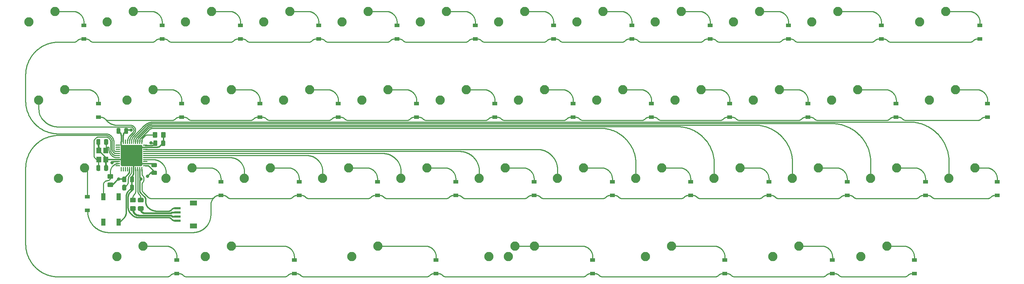
<source format=gbr>
G04 #@! TF.GenerationSoftware,KiCad,Pcbnew,(5.1.8)-1*
G04 #@! TF.CreationDate,2021-02-07T18:58:11+03:00*
G04 #@! TF.ProjectId,Rynok40,52796e6f-6b34-4302-9e6b-696361645f70,rev?*
G04 #@! TF.SameCoordinates,Original*
G04 #@! TF.FileFunction,Copper,L2,Bot*
G04 #@! TF.FilePolarity,Positive*
%FSLAX46Y46*%
G04 Gerber Fmt 4.6, Leading zero omitted, Abs format (unit mm)*
G04 Created by KiCad (PCBNEW (5.1.8)-1) date 2021-02-07 18:58:11*
%MOMM*%
%LPD*%
G01*
G04 APERTURE LIST*
G04 #@! TA.AperFunction,ComponentPad*
%ADD10C,2.250000*%
G04 #@! TD*
G04 #@! TA.AperFunction,SMDPad,CuDef*
%ADD11R,1.200000X0.900000*%
G04 #@! TD*
G04 #@! TA.AperFunction,SMDPad,CuDef*
%ADD12R,1.200000X1.400000*%
G04 #@! TD*
G04 #@! TA.AperFunction,SMDPad,CuDef*
%ADD13R,1.100000X1.800000*%
G04 #@! TD*
G04 #@! TA.AperFunction,SMDPad,CuDef*
%ADD14R,1.800000X1.200000*%
G04 #@! TD*
G04 #@! TA.AperFunction,SMDPad,CuDef*
%ADD15R,1.550000X0.600000*%
G04 #@! TD*
G04 #@! TA.AperFunction,ViaPad*
%ADD16C,0.800000*%
G04 #@! TD*
G04 #@! TA.AperFunction,Conductor*
%ADD17C,0.304800*%
G04 #@! TD*
G04 #@! TA.AperFunction,Conductor*
%ADD18C,0.254000*%
G04 #@! TD*
G04 #@! TA.AperFunction,Conductor*
%ADD19C,0.228600*%
G04 #@! TD*
G04 #@! TA.AperFunction,Conductor*
%ADD20C,0.381000*%
G04 #@! TD*
G04 #@! TA.AperFunction,Conductor*
%ADD21C,0.100000*%
G04 #@! TD*
G04 APERTURE END LIST*
D10*
X119697500Y-196215000D03*
X113347500Y-198755000D03*
X148272500Y-215265000D03*
X141922500Y-217805000D03*
X224472500Y-215265000D03*
X218122500Y-217805000D03*
X186372500Y-215265000D03*
X180022500Y-217805000D03*
D11*
X307657500Y-221995000D03*
X307657500Y-218695000D03*
D10*
X146685000Y-179705000D03*
X153035000Y-177165000D03*
X103028750Y-215265000D03*
X96678750Y-217805000D03*
X129222500Y-215265000D03*
X122872500Y-217805000D03*
X298291250Y-234315000D03*
X291941250Y-236855000D03*
X281622500Y-215265000D03*
X275272500Y-217805000D03*
X272097500Y-196215000D03*
X265747500Y-198755000D03*
X214947500Y-196215000D03*
X208597500Y-198755000D03*
X314960000Y-196215000D03*
X308610000Y-198755000D03*
X233997500Y-196215000D03*
X227647500Y-198755000D03*
X114935000Y-177165000D03*
X108585000Y-179705000D03*
X138747500Y-196215000D03*
X132397500Y-198755000D03*
G04 #@! TA.AperFunction,SMDPad,CuDef*
G36*
G01*
X118300064Y-214901411D02*
X117350064Y-214901411D01*
G75*
G02*
X117287564Y-214838911I0J62500D01*
G01*
X117287564Y-214713911D01*
G75*
G02*
X117350064Y-214651411I62500J0D01*
G01*
X118300064Y-214651411D01*
G75*
G02*
X118362564Y-214713911I0J-62500D01*
G01*
X118362564Y-214838911D01*
G75*
G02*
X118300064Y-214901411I-62500J0D01*
G01*
G37*
G04 #@! TD.AperFunction*
G04 #@! TA.AperFunction,SMDPad,CuDef*
G36*
G01*
X118300064Y-214401411D02*
X117350064Y-214401411D01*
G75*
G02*
X117287564Y-214338911I0J62500D01*
G01*
X117287564Y-214213911D01*
G75*
G02*
X117350064Y-214151411I62500J0D01*
G01*
X118300064Y-214151411D01*
G75*
G02*
X118362564Y-214213911I0J-62500D01*
G01*
X118362564Y-214338911D01*
G75*
G02*
X118300064Y-214401411I-62500J0D01*
G01*
G37*
G04 #@! TD.AperFunction*
G04 #@! TA.AperFunction,SMDPad,CuDef*
G36*
G01*
X118300064Y-213901411D02*
X117350064Y-213901411D01*
G75*
G02*
X117287564Y-213838911I0J62500D01*
G01*
X117287564Y-213713911D01*
G75*
G02*
X117350064Y-213651411I62500J0D01*
G01*
X118300064Y-213651411D01*
G75*
G02*
X118362564Y-213713911I0J-62500D01*
G01*
X118362564Y-213838911D01*
G75*
G02*
X118300064Y-213901411I-62500J0D01*
G01*
G37*
G04 #@! TD.AperFunction*
G04 #@! TA.AperFunction,SMDPad,CuDef*
G36*
G01*
X118300064Y-213401411D02*
X117350064Y-213401411D01*
G75*
G02*
X117287564Y-213338911I0J62500D01*
G01*
X117287564Y-213213911D01*
G75*
G02*
X117350064Y-213151411I62500J0D01*
G01*
X118300064Y-213151411D01*
G75*
G02*
X118362564Y-213213911I0J-62500D01*
G01*
X118362564Y-213338911D01*
G75*
G02*
X118300064Y-213401411I-62500J0D01*
G01*
G37*
G04 #@! TD.AperFunction*
G04 #@! TA.AperFunction,SMDPad,CuDef*
G36*
G01*
X118300064Y-212901411D02*
X117350064Y-212901411D01*
G75*
G02*
X117287564Y-212838911I0J62500D01*
G01*
X117287564Y-212713911D01*
G75*
G02*
X117350064Y-212651411I62500J0D01*
G01*
X118300064Y-212651411D01*
G75*
G02*
X118362564Y-212713911I0J-62500D01*
G01*
X118362564Y-212838911D01*
G75*
G02*
X118300064Y-212901411I-62500J0D01*
G01*
G37*
G04 #@! TD.AperFunction*
G04 #@! TA.AperFunction,SMDPad,CuDef*
G36*
G01*
X118300064Y-212401411D02*
X117350064Y-212401411D01*
G75*
G02*
X117287564Y-212338911I0J62500D01*
G01*
X117287564Y-212213911D01*
G75*
G02*
X117350064Y-212151411I62500J0D01*
G01*
X118300064Y-212151411D01*
G75*
G02*
X118362564Y-212213911I0J-62500D01*
G01*
X118362564Y-212338911D01*
G75*
G02*
X118300064Y-212401411I-62500J0D01*
G01*
G37*
G04 #@! TD.AperFunction*
G04 #@! TA.AperFunction,SMDPad,CuDef*
G36*
G01*
X118300064Y-211901411D02*
X117350064Y-211901411D01*
G75*
G02*
X117287564Y-211838911I0J62500D01*
G01*
X117287564Y-211713911D01*
G75*
G02*
X117350064Y-211651411I62500J0D01*
G01*
X118300064Y-211651411D01*
G75*
G02*
X118362564Y-211713911I0J-62500D01*
G01*
X118362564Y-211838911D01*
G75*
G02*
X118300064Y-211901411I-62500J0D01*
G01*
G37*
G04 #@! TD.AperFunction*
G04 #@! TA.AperFunction,SMDPad,CuDef*
G36*
G01*
X118300064Y-211401411D02*
X117350064Y-211401411D01*
G75*
G02*
X117287564Y-211338911I0J62500D01*
G01*
X117287564Y-211213911D01*
G75*
G02*
X117350064Y-211151411I62500J0D01*
G01*
X118300064Y-211151411D01*
G75*
G02*
X118362564Y-211213911I0J-62500D01*
G01*
X118362564Y-211338911D01*
G75*
G02*
X118300064Y-211401411I-62500J0D01*
G01*
G37*
G04 #@! TD.AperFunction*
G04 #@! TA.AperFunction,SMDPad,CuDef*
G36*
G01*
X118300064Y-210901411D02*
X117350064Y-210901411D01*
G75*
G02*
X117287564Y-210838911I0J62500D01*
G01*
X117287564Y-210713911D01*
G75*
G02*
X117350064Y-210651411I62500J0D01*
G01*
X118300064Y-210651411D01*
G75*
G02*
X118362564Y-210713911I0J-62500D01*
G01*
X118362564Y-210838911D01*
G75*
G02*
X118300064Y-210901411I-62500J0D01*
G01*
G37*
G04 #@! TD.AperFunction*
G04 #@! TA.AperFunction,SMDPad,CuDef*
G36*
G01*
X118300064Y-210401411D02*
X117350064Y-210401411D01*
G75*
G02*
X117287564Y-210338911I0J62500D01*
G01*
X117287564Y-210213911D01*
G75*
G02*
X117350064Y-210151411I62500J0D01*
G01*
X118300064Y-210151411D01*
G75*
G02*
X118362564Y-210213911I0J-62500D01*
G01*
X118362564Y-210338911D01*
G75*
G02*
X118300064Y-210401411I-62500J0D01*
G01*
G37*
G04 #@! TD.AperFunction*
G04 #@! TA.AperFunction,SMDPad,CuDef*
G36*
G01*
X118300064Y-209901411D02*
X117350064Y-209901411D01*
G75*
G02*
X117287564Y-209838911I0J62500D01*
G01*
X117287564Y-209713911D01*
G75*
G02*
X117350064Y-209651411I62500J0D01*
G01*
X118300064Y-209651411D01*
G75*
G02*
X118362564Y-209713911I0J-62500D01*
G01*
X118362564Y-209838911D01*
G75*
G02*
X118300064Y-209901411I-62500J0D01*
G01*
G37*
G04 #@! TD.AperFunction*
G04 #@! TA.AperFunction,SMDPad,CuDef*
G36*
G01*
X117050064Y-209476411D02*
X116925064Y-209476411D01*
G75*
G02*
X116862564Y-209413911I0J62500D01*
G01*
X116862564Y-208463911D01*
G75*
G02*
X116925064Y-208401411I62500J0D01*
G01*
X117050064Y-208401411D01*
G75*
G02*
X117112564Y-208463911I0J-62500D01*
G01*
X117112564Y-209413911D01*
G75*
G02*
X117050064Y-209476411I-62500J0D01*
G01*
G37*
G04 #@! TD.AperFunction*
G04 #@! TA.AperFunction,SMDPad,CuDef*
G36*
G01*
X116550064Y-209476411D02*
X116425064Y-209476411D01*
G75*
G02*
X116362564Y-209413911I0J62500D01*
G01*
X116362564Y-208463911D01*
G75*
G02*
X116425064Y-208401411I62500J0D01*
G01*
X116550064Y-208401411D01*
G75*
G02*
X116612564Y-208463911I0J-62500D01*
G01*
X116612564Y-209413911D01*
G75*
G02*
X116550064Y-209476411I-62500J0D01*
G01*
G37*
G04 #@! TD.AperFunction*
G04 #@! TA.AperFunction,SMDPad,CuDef*
G36*
G01*
X116050064Y-209476411D02*
X115925064Y-209476411D01*
G75*
G02*
X115862564Y-209413911I0J62500D01*
G01*
X115862564Y-208463911D01*
G75*
G02*
X115925064Y-208401411I62500J0D01*
G01*
X116050064Y-208401411D01*
G75*
G02*
X116112564Y-208463911I0J-62500D01*
G01*
X116112564Y-209413911D01*
G75*
G02*
X116050064Y-209476411I-62500J0D01*
G01*
G37*
G04 #@! TD.AperFunction*
G04 #@! TA.AperFunction,SMDPad,CuDef*
G36*
G01*
X115550064Y-209476411D02*
X115425064Y-209476411D01*
G75*
G02*
X115362564Y-209413911I0J62500D01*
G01*
X115362564Y-208463911D01*
G75*
G02*
X115425064Y-208401411I62500J0D01*
G01*
X115550064Y-208401411D01*
G75*
G02*
X115612564Y-208463911I0J-62500D01*
G01*
X115612564Y-209413911D01*
G75*
G02*
X115550064Y-209476411I-62500J0D01*
G01*
G37*
G04 #@! TD.AperFunction*
G04 #@! TA.AperFunction,SMDPad,CuDef*
G36*
G01*
X115050064Y-209476411D02*
X114925064Y-209476411D01*
G75*
G02*
X114862564Y-209413911I0J62500D01*
G01*
X114862564Y-208463911D01*
G75*
G02*
X114925064Y-208401411I62500J0D01*
G01*
X115050064Y-208401411D01*
G75*
G02*
X115112564Y-208463911I0J-62500D01*
G01*
X115112564Y-209413911D01*
G75*
G02*
X115050064Y-209476411I-62500J0D01*
G01*
G37*
G04 #@! TD.AperFunction*
G04 #@! TA.AperFunction,SMDPad,CuDef*
G36*
G01*
X114550064Y-209476411D02*
X114425064Y-209476411D01*
G75*
G02*
X114362564Y-209413911I0J62500D01*
G01*
X114362564Y-208463911D01*
G75*
G02*
X114425064Y-208401411I62500J0D01*
G01*
X114550064Y-208401411D01*
G75*
G02*
X114612564Y-208463911I0J-62500D01*
G01*
X114612564Y-209413911D01*
G75*
G02*
X114550064Y-209476411I-62500J0D01*
G01*
G37*
G04 #@! TD.AperFunction*
G04 #@! TA.AperFunction,SMDPad,CuDef*
G36*
G01*
X114050064Y-209476411D02*
X113925064Y-209476411D01*
G75*
G02*
X113862564Y-209413911I0J62500D01*
G01*
X113862564Y-208463911D01*
G75*
G02*
X113925064Y-208401411I62500J0D01*
G01*
X114050064Y-208401411D01*
G75*
G02*
X114112564Y-208463911I0J-62500D01*
G01*
X114112564Y-209413911D01*
G75*
G02*
X114050064Y-209476411I-62500J0D01*
G01*
G37*
G04 #@! TD.AperFunction*
G04 #@! TA.AperFunction,SMDPad,CuDef*
G36*
G01*
X113550064Y-209476411D02*
X113425064Y-209476411D01*
G75*
G02*
X113362564Y-209413911I0J62500D01*
G01*
X113362564Y-208463911D01*
G75*
G02*
X113425064Y-208401411I62500J0D01*
G01*
X113550064Y-208401411D01*
G75*
G02*
X113612564Y-208463911I0J-62500D01*
G01*
X113612564Y-209413911D01*
G75*
G02*
X113550064Y-209476411I-62500J0D01*
G01*
G37*
G04 #@! TD.AperFunction*
G04 #@! TA.AperFunction,SMDPad,CuDef*
G36*
G01*
X113050064Y-209476411D02*
X112925064Y-209476411D01*
G75*
G02*
X112862564Y-209413911I0J62500D01*
G01*
X112862564Y-208463911D01*
G75*
G02*
X112925064Y-208401411I62500J0D01*
G01*
X113050064Y-208401411D01*
G75*
G02*
X113112564Y-208463911I0J-62500D01*
G01*
X113112564Y-209413911D01*
G75*
G02*
X113050064Y-209476411I-62500J0D01*
G01*
G37*
G04 #@! TD.AperFunction*
G04 #@! TA.AperFunction,SMDPad,CuDef*
G36*
G01*
X112550064Y-209476411D02*
X112425064Y-209476411D01*
G75*
G02*
X112362564Y-209413911I0J62500D01*
G01*
X112362564Y-208463911D01*
G75*
G02*
X112425064Y-208401411I62500J0D01*
G01*
X112550064Y-208401411D01*
G75*
G02*
X112612564Y-208463911I0J-62500D01*
G01*
X112612564Y-209413911D01*
G75*
G02*
X112550064Y-209476411I-62500J0D01*
G01*
G37*
G04 #@! TD.AperFunction*
G04 #@! TA.AperFunction,SMDPad,CuDef*
G36*
G01*
X112050064Y-209476411D02*
X111925064Y-209476411D01*
G75*
G02*
X111862564Y-209413911I0J62500D01*
G01*
X111862564Y-208463911D01*
G75*
G02*
X111925064Y-208401411I62500J0D01*
G01*
X112050064Y-208401411D01*
G75*
G02*
X112112564Y-208463911I0J-62500D01*
G01*
X112112564Y-209413911D01*
G75*
G02*
X112050064Y-209476411I-62500J0D01*
G01*
G37*
G04 #@! TD.AperFunction*
G04 #@! TA.AperFunction,SMDPad,CuDef*
G36*
G01*
X111625064Y-209901411D02*
X110675064Y-209901411D01*
G75*
G02*
X110612564Y-209838911I0J62500D01*
G01*
X110612564Y-209713911D01*
G75*
G02*
X110675064Y-209651411I62500J0D01*
G01*
X111625064Y-209651411D01*
G75*
G02*
X111687564Y-209713911I0J-62500D01*
G01*
X111687564Y-209838911D01*
G75*
G02*
X111625064Y-209901411I-62500J0D01*
G01*
G37*
G04 #@! TD.AperFunction*
G04 #@! TA.AperFunction,SMDPad,CuDef*
G36*
G01*
X111625064Y-210401411D02*
X110675064Y-210401411D01*
G75*
G02*
X110612564Y-210338911I0J62500D01*
G01*
X110612564Y-210213911D01*
G75*
G02*
X110675064Y-210151411I62500J0D01*
G01*
X111625064Y-210151411D01*
G75*
G02*
X111687564Y-210213911I0J-62500D01*
G01*
X111687564Y-210338911D01*
G75*
G02*
X111625064Y-210401411I-62500J0D01*
G01*
G37*
G04 #@! TD.AperFunction*
G04 #@! TA.AperFunction,SMDPad,CuDef*
G36*
G01*
X111625064Y-210901411D02*
X110675064Y-210901411D01*
G75*
G02*
X110612564Y-210838911I0J62500D01*
G01*
X110612564Y-210713911D01*
G75*
G02*
X110675064Y-210651411I62500J0D01*
G01*
X111625064Y-210651411D01*
G75*
G02*
X111687564Y-210713911I0J-62500D01*
G01*
X111687564Y-210838911D01*
G75*
G02*
X111625064Y-210901411I-62500J0D01*
G01*
G37*
G04 #@! TD.AperFunction*
G04 #@! TA.AperFunction,SMDPad,CuDef*
G36*
G01*
X111625064Y-211401411D02*
X110675064Y-211401411D01*
G75*
G02*
X110612564Y-211338911I0J62500D01*
G01*
X110612564Y-211213911D01*
G75*
G02*
X110675064Y-211151411I62500J0D01*
G01*
X111625064Y-211151411D01*
G75*
G02*
X111687564Y-211213911I0J-62500D01*
G01*
X111687564Y-211338911D01*
G75*
G02*
X111625064Y-211401411I-62500J0D01*
G01*
G37*
G04 #@! TD.AperFunction*
G04 #@! TA.AperFunction,SMDPad,CuDef*
G36*
G01*
X111625064Y-211901411D02*
X110675064Y-211901411D01*
G75*
G02*
X110612564Y-211838911I0J62500D01*
G01*
X110612564Y-211713911D01*
G75*
G02*
X110675064Y-211651411I62500J0D01*
G01*
X111625064Y-211651411D01*
G75*
G02*
X111687564Y-211713911I0J-62500D01*
G01*
X111687564Y-211838911D01*
G75*
G02*
X111625064Y-211901411I-62500J0D01*
G01*
G37*
G04 #@! TD.AperFunction*
G04 #@! TA.AperFunction,SMDPad,CuDef*
G36*
G01*
X111625064Y-212401411D02*
X110675064Y-212401411D01*
G75*
G02*
X110612564Y-212338911I0J62500D01*
G01*
X110612564Y-212213911D01*
G75*
G02*
X110675064Y-212151411I62500J0D01*
G01*
X111625064Y-212151411D01*
G75*
G02*
X111687564Y-212213911I0J-62500D01*
G01*
X111687564Y-212338911D01*
G75*
G02*
X111625064Y-212401411I-62500J0D01*
G01*
G37*
G04 #@! TD.AperFunction*
G04 #@! TA.AperFunction,SMDPad,CuDef*
G36*
G01*
X111625064Y-212901411D02*
X110675064Y-212901411D01*
G75*
G02*
X110612564Y-212838911I0J62500D01*
G01*
X110612564Y-212713911D01*
G75*
G02*
X110675064Y-212651411I62500J0D01*
G01*
X111625064Y-212651411D01*
G75*
G02*
X111687564Y-212713911I0J-62500D01*
G01*
X111687564Y-212838911D01*
G75*
G02*
X111625064Y-212901411I-62500J0D01*
G01*
G37*
G04 #@! TD.AperFunction*
G04 #@! TA.AperFunction,SMDPad,CuDef*
G36*
G01*
X111625064Y-213401411D02*
X110675064Y-213401411D01*
G75*
G02*
X110612564Y-213338911I0J62500D01*
G01*
X110612564Y-213213911D01*
G75*
G02*
X110675064Y-213151411I62500J0D01*
G01*
X111625064Y-213151411D01*
G75*
G02*
X111687564Y-213213911I0J-62500D01*
G01*
X111687564Y-213338911D01*
G75*
G02*
X111625064Y-213401411I-62500J0D01*
G01*
G37*
G04 #@! TD.AperFunction*
G04 #@! TA.AperFunction,SMDPad,CuDef*
G36*
G01*
X111625064Y-213901411D02*
X110675064Y-213901411D01*
G75*
G02*
X110612564Y-213838911I0J62500D01*
G01*
X110612564Y-213713911D01*
G75*
G02*
X110675064Y-213651411I62500J0D01*
G01*
X111625064Y-213651411D01*
G75*
G02*
X111687564Y-213713911I0J-62500D01*
G01*
X111687564Y-213838911D01*
G75*
G02*
X111625064Y-213901411I-62500J0D01*
G01*
G37*
G04 #@! TD.AperFunction*
G04 #@! TA.AperFunction,SMDPad,CuDef*
G36*
G01*
X111625064Y-214401411D02*
X110675064Y-214401411D01*
G75*
G02*
X110612564Y-214338911I0J62500D01*
G01*
X110612564Y-214213911D01*
G75*
G02*
X110675064Y-214151411I62500J0D01*
G01*
X111625064Y-214151411D01*
G75*
G02*
X111687564Y-214213911I0J-62500D01*
G01*
X111687564Y-214338911D01*
G75*
G02*
X111625064Y-214401411I-62500J0D01*
G01*
G37*
G04 #@! TD.AperFunction*
G04 #@! TA.AperFunction,SMDPad,CuDef*
G36*
G01*
X111625064Y-214901411D02*
X110675064Y-214901411D01*
G75*
G02*
X110612564Y-214838911I0J62500D01*
G01*
X110612564Y-214713911D01*
G75*
G02*
X110675064Y-214651411I62500J0D01*
G01*
X111625064Y-214651411D01*
G75*
G02*
X111687564Y-214713911I0J-62500D01*
G01*
X111687564Y-214838911D01*
G75*
G02*
X111625064Y-214901411I-62500J0D01*
G01*
G37*
G04 #@! TD.AperFunction*
G04 #@! TA.AperFunction,SMDPad,CuDef*
G36*
G01*
X112050064Y-216151411D02*
X111925064Y-216151411D01*
G75*
G02*
X111862564Y-216088911I0J62500D01*
G01*
X111862564Y-215138911D01*
G75*
G02*
X111925064Y-215076411I62500J0D01*
G01*
X112050064Y-215076411D01*
G75*
G02*
X112112564Y-215138911I0J-62500D01*
G01*
X112112564Y-216088911D01*
G75*
G02*
X112050064Y-216151411I-62500J0D01*
G01*
G37*
G04 #@! TD.AperFunction*
G04 #@! TA.AperFunction,SMDPad,CuDef*
G36*
G01*
X112550064Y-216151411D02*
X112425064Y-216151411D01*
G75*
G02*
X112362564Y-216088911I0J62500D01*
G01*
X112362564Y-215138911D01*
G75*
G02*
X112425064Y-215076411I62500J0D01*
G01*
X112550064Y-215076411D01*
G75*
G02*
X112612564Y-215138911I0J-62500D01*
G01*
X112612564Y-216088911D01*
G75*
G02*
X112550064Y-216151411I-62500J0D01*
G01*
G37*
G04 #@! TD.AperFunction*
G04 #@! TA.AperFunction,SMDPad,CuDef*
G36*
G01*
X113050064Y-216151411D02*
X112925064Y-216151411D01*
G75*
G02*
X112862564Y-216088911I0J62500D01*
G01*
X112862564Y-215138911D01*
G75*
G02*
X112925064Y-215076411I62500J0D01*
G01*
X113050064Y-215076411D01*
G75*
G02*
X113112564Y-215138911I0J-62500D01*
G01*
X113112564Y-216088911D01*
G75*
G02*
X113050064Y-216151411I-62500J0D01*
G01*
G37*
G04 #@! TD.AperFunction*
G04 #@! TA.AperFunction,SMDPad,CuDef*
G36*
G01*
X113550064Y-216151411D02*
X113425064Y-216151411D01*
G75*
G02*
X113362564Y-216088911I0J62500D01*
G01*
X113362564Y-215138911D01*
G75*
G02*
X113425064Y-215076411I62500J0D01*
G01*
X113550064Y-215076411D01*
G75*
G02*
X113612564Y-215138911I0J-62500D01*
G01*
X113612564Y-216088911D01*
G75*
G02*
X113550064Y-216151411I-62500J0D01*
G01*
G37*
G04 #@! TD.AperFunction*
G04 #@! TA.AperFunction,SMDPad,CuDef*
G36*
G01*
X114050064Y-216151411D02*
X113925064Y-216151411D01*
G75*
G02*
X113862564Y-216088911I0J62500D01*
G01*
X113862564Y-215138911D01*
G75*
G02*
X113925064Y-215076411I62500J0D01*
G01*
X114050064Y-215076411D01*
G75*
G02*
X114112564Y-215138911I0J-62500D01*
G01*
X114112564Y-216088911D01*
G75*
G02*
X114050064Y-216151411I-62500J0D01*
G01*
G37*
G04 #@! TD.AperFunction*
G04 #@! TA.AperFunction,SMDPad,CuDef*
G36*
G01*
X114550064Y-216151411D02*
X114425064Y-216151411D01*
G75*
G02*
X114362564Y-216088911I0J62500D01*
G01*
X114362564Y-215138911D01*
G75*
G02*
X114425064Y-215076411I62500J0D01*
G01*
X114550064Y-215076411D01*
G75*
G02*
X114612564Y-215138911I0J-62500D01*
G01*
X114612564Y-216088911D01*
G75*
G02*
X114550064Y-216151411I-62500J0D01*
G01*
G37*
G04 #@! TD.AperFunction*
G04 #@! TA.AperFunction,SMDPad,CuDef*
G36*
G01*
X115050064Y-216151411D02*
X114925064Y-216151411D01*
G75*
G02*
X114862564Y-216088911I0J62500D01*
G01*
X114862564Y-215138911D01*
G75*
G02*
X114925064Y-215076411I62500J0D01*
G01*
X115050064Y-215076411D01*
G75*
G02*
X115112564Y-215138911I0J-62500D01*
G01*
X115112564Y-216088911D01*
G75*
G02*
X115050064Y-216151411I-62500J0D01*
G01*
G37*
G04 #@! TD.AperFunction*
G04 #@! TA.AperFunction,SMDPad,CuDef*
G36*
G01*
X115550064Y-216151411D02*
X115425064Y-216151411D01*
G75*
G02*
X115362564Y-216088911I0J62500D01*
G01*
X115362564Y-215138911D01*
G75*
G02*
X115425064Y-215076411I62500J0D01*
G01*
X115550064Y-215076411D01*
G75*
G02*
X115612564Y-215138911I0J-62500D01*
G01*
X115612564Y-216088911D01*
G75*
G02*
X115550064Y-216151411I-62500J0D01*
G01*
G37*
G04 #@! TD.AperFunction*
G04 #@! TA.AperFunction,SMDPad,CuDef*
G36*
G01*
X116050064Y-216151411D02*
X115925064Y-216151411D01*
G75*
G02*
X115862564Y-216088911I0J62500D01*
G01*
X115862564Y-215138911D01*
G75*
G02*
X115925064Y-215076411I62500J0D01*
G01*
X116050064Y-215076411D01*
G75*
G02*
X116112564Y-215138911I0J-62500D01*
G01*
X116112564Y-216088911D01*
G75*
G02*
X116050064Y-216151411I-62500J0D01*
G01*
G37*
G04 #@! TD.AperFunction*
G04 #@! TA.AperFunction,SMDPad,CuDef*
G36*
G01*
X116550064Y-216151411D02*
X116425064Y-216151411D01*
G75*
G02*
X116362564Y-216088911I0J62500D01*
G01*
X116362564Y-215138911D01*
G75*
G02*
X116425064Y-215076411I62500J0D01*
G01*
X116550064Y-215076411D01*
G75*
G02*
X116612564Y-215138911I0J-62500D01*
G01*
X116612564Y-216088911D01*
G75*
G02*
X116550064Y-216151411I-62500J0D01*
G01*
G37*
G04 #@! TD.AperFunction*
G04 #@! TA.AperFunction,SMDPad,CuDef*
G36*
G01*
X117050064Y-216151411D02*
X116925064Y-216151411D01*
G75*
G02*
X116862564Y-216088911I0J62500D01*
G01*
X116862564Y-215138911D01*
G75*
G02*
X116925064Y-215076411I62500J0D01*
G01*
X117050064Y-215076411D01*
G75*
G02*
X117112564Y-215138911I0J-62500D01*
G01*
X117112564Y-216088911D01*
G75*
G02*
X117050064Y-216151411I-62500J0D01*
G01*
G37*
G04 #@! TD.AperFunction*
G04 #@! TA.AperFunction,SMDPad,CuDef*
G36*
G01*
X116837564Y-214876411D02*
X112137564Y-214876411D01*
G75*
G02*
X111887564Y-214626411I0J250000D01*
G01*
X111887564Y-209926411D01*
G75*
G02*
X112137564Y-209676411I250000J0D01*
G01*
X116837564Y-209676411D01*
G75*
G02*
X117087564Y-209926411I0J-250000D01*
G01*
X117087564Y-214626411D01*
G75*
G02*
X116837564Y-214876411I-250000J0D01*
G01*
G37*
G04 #@! TD.AperFunction*
X300672500Y-215265000D03*
X294322500Y-217805000D03*
D12*
X106495064Y-213250160D03*
X106495064Y-211050160D03*
X108195064Y-211050160D03*
X108195064Y-213250160D03*
D13*
X111307100Y-222346520D03*
X107607100Y-228546520D03*
X107607100Y-222346520D03*
X111307100Y-228546520D03*
G04 #@! TA.AperFunction,SMDPad,CuDef*
G36*
G01*
X119617800Y-207714001D02*
X119617800Y-206813999D01*
G75*
G02*
X119867799Y-206564000I249999J0D01*
G01*
X120517801Y-206564000D01*
G75*
G02*
X120767800Y-206813999I0J-249999D01*
G01*
X120767800Y-207714001D01*
G75*
G02*
X120517801Y-207964000I-249999J0D01*
G01*
X119867799Y-207964000D01*
G75*
G02*
X119617800Y-207714001I0J249999D01*
G01*
G37*
G04 #@! TD.AperFunction*
G04 #@! TA.AperFunction,SMDPad,CuDef*
G36*
G01*
X121667800Y-207714001D02*
X121667800Y-206813999D01*
G75*
G02*
X121917799Y-206564000I249999J0D01*
G01*
X122567801Y-206564000D01*
G75*
G02*
X122817800Y-206813999I0J-249999D01*
G01*
X122817800Y-207714001D01*
G75*
G02*
X122567801Y-207964000I-249999J0D01*
G01*
X121917799Y-207964000D01*
G75*
G02*
X121667800Y-207714001I0J249999D01*
G01*
G37*
G04 #@! TD.AperFunction*
G04 #@! TA.AperFunction,SMDPad,CuDef*
G36*
G01*
X109771601Y-219998200D02*
X108871599Y-219998200D01*
G75*
G02*
X108621600Y-219748201I0J249999D01*
G01*
X108621600Y-219098199D01*
G75*
G02*
X108871599Y-218848200I249999J0D01*
G01*
X109771601Y-218848200D01*
G75*
G02*
X110021600Y-219098199I0J-249999D01*
G01*
X110021600Y-219748201D01*
G75*
G02*
X109771601Y-219998200I-249999J0D01*
G01*
G37*
G04 #@! TD.AperFunction*
G04 #@! TA.AperFunction,SMDPad,CuDef*
G36*
G01*
X109771601Y-217948200D02*
X108871599Y-217948200D01*
G75*
G02*
X108621600Y-217698201I0J249999D01*
G01*
X108621600Y-217048199D01*
G75*
G02*
X108871599Y-216798200I249999J0D01*
G01*
X109771601Y-216798200D01*
G75*
G02*
X110021600Y-217048199I0J-249999D01*
G01*
X110021600Y-217698201D01*
G75*
G02*
X109771601Y-217948200I-249999J0D01*
G01*
G37*
G04 #@! TD.AperFunction*
G04 #@! TA.AperFunction,SMDPad,CuDef*
G36*
G01*
X114360063Y-222570159D02*
X115260065Y-222570159D01*
G75*
G02*
X115510064Y-222820158I0J-249999D01*
G01*
X115510064Y-223470160D01*
G75*
G02*
X115260065Y-223720159I-249999J0D01*
G01*
X114360063Y-223720159D01*
G75*
G02*
X114110064Y-223470160I0J249999D01*
G01*
X114110064Y-222820158D01*
G75*
G02*
X114360063Y-222570159I249999J0D01*
G01*
G37*
G04 #@! TD.AperFunction*
G04 #@! TA.AperFunction,SMDPad,CuDef*
G36*
G01*
X114360063Y-224620159D02*
X115260065Y-224620159D01*
G75*
G02*
X115510064Y-224870158I0J-249999D01*
G01*
X115510064Y-225520160D01*
G75*
G02*
X115260065Y-225770159I-249999J0D01*
G01*
X114360063Y-225770159D01*
G75*
G02*
X114110064Y-225520160I0J249999D01*
G01*
X114110064Y-224870158D01*
G75*
G02*
X114360063Y-224620159I249999J0D01*
G01*
G37*
G04 #@! TD.AperFunction*
G04 #@! TA.AperFunction,SMDPad,CuDef*
G36*
G01*
X116272563Y-222570159D02*
X117172565Y-222570159D01*
G75*
G02*
X117422564Y-222820158I0J-249999D01*
G01*
X117422564Y-223470160D01*
G75*
G02*
X117172565Y-223720159I-249999J0D01*
G01*
X116272563Y-223720159D01*
G75*
G02*
X116022564Y-223470160I0J249999D01*
G01*
X116022564Y-222820158D01*
G75*
G02*
X116272563Y-222570159I249999J0D01*
G01*
G37*
G04 #@! TD.AperFunction*
G04 #@! TA.AperFunction,SMDPad,CuDef*
G36*
G01*
X116272563Y-224620159D02*
X117172565Y-224620159D01*
G75*
G02*
X117422564Y-224870158I0J-249999D01*
G01*
X117422564Y-225520160D01*
G75*
G02*
X117172565Y-225770159I-249999J0D01*
G01*
X116272563Y-225770159D01*
G75*
G02*
X116022564Y-225520160I0J249999D01*
G01*
X116022564Y-224870158D01*
G75*
G02*
X116272563Y-224620159I249999J0D01*
G01*
G37*
G04 #@! TD.AperFunction*
D14*
X129525000Y-229442500D03*
X129525000Y-223842500D03*
D15*
X125650000Y-225142500D03*
X125650000Y-226142500D03*
X125650000Y-228142500D03*
X125650000Y-227142500D03*
G04 #@! TA.AperFunction,SMDPad,CuDef*
G36*
G01*
X113669900Y-205842550D02*
X113669900Y-206755050D01*
G75*
G02*
X113426150Y-206998800I-243750J0D01*
G01*
X112938650Y-206998800D01*
G75*
G02*
X112694900Y-206755050I0J243750D01*
G01*
X112694900Y-205842550D01*
G75*
G02*
X112938650Y-205598800I243750J0D01*
G01*
X113426150Y-205598800D01*
G75*
G02*
X113669900Y-205842550I0J-243750D01*
G01*
G37*
G04 #@! TD.AperFunction*
G04 #@! TA.AperFunction,SMDPad,CuDef*
G36*
G01*
X111794900Y-205842550D02*
X111794900Y-206755050D01*
G75*
G02*
X111551150Y-206998800I-243750J0D01*
G01*
X111063650Y-206998800D01*
G75*
G02*
X110819900Y-206755050I0J243750D01*
G01*
X110819900Y-205842550D01*
G75*
G02*
X111063650Y-205598800I243750J0D01*
G01*
X111551150Y-205598800D01*
G75*
G02*
X111794900Y-205842550I0J-243750D01*
G01*
G37*
G04 #@! TD.AperFunction*
G04 #@! TA.AperFunction,SMDPad,CuDef*
G36*
G01*
X112227564Y-220560160D02*
X112227564Y-219647660D01*
G75*
G02*
X112471314Y-219403910I243750J0D01*
G01*
X112958814Y-219403910D01*
G75*
G02*
X113202564Y-219647660I0J-243750D01*
G01*
X113202564Y-220560160D01*
G75*
G02*
X112958814Y-220803910I-243750J0D01*
G01*
X112471314Y-220803910D01*
G75*
G02*
X112227564Y-220560160I0J243750D01*
G01*
G37*
G04 #@! TD.AperFunction*
G04 #@! TA.AperFunction,SMDPad,CuDef*
G36*
G01*
X114102564Y-220560160D02*
X114102564Y-219647660D01*
G75*
G02*
X114346314Y-219403910I243750J0D01*
G01*
X114833814Y-219403910D01*
G75*
G02*
X115077564Y-219647660I0J-243750D01*
G01*
X115077564Y-220560160D01*
G75*
G02*
X114833814Y-220803910I-243750J0D01*
G01*
X114346314Y-220803910D01*
G75*
G02*
X114102564Y-220560160I0J243750D01*
G01*
G37*
G04 #@! TD.AperFunction*
G04 #@! TA.AperFunction,SMDPad,CuDef*
G36*
G01*
X119806900Y-209752250D02*
X119806900Y-208839750D01*
G75*
G02*
X120050650Y-208596000I243750J0D01*
G01*
X120538150Y-208596000D01*
G75*
G02*
X120781900Y-208839750I0J-243750D01*
G01*
X120781900Y-209752250D01*
G75*
G02*
X120538150Y-209996000I-243750J0D01*
G01*
X120050650Y-209996000D01*
G75*
G02*
X119806900Y-209752250I0J243750D01*
G01*
G37*
G04 #@! TD.AperFunction*
G04 #@! TA.AperFunction,SMDPad,CuDef*
G36*
G01*
X121681900Y-209752250D02*
X121681900Y-208839750D01*
G75*
G02*
X121925650Y-208596000I243750J0D01*
G01*
X122413150Y-208596000D01*
G75*
G02*
X122656900Y-208839750I0J-243750D01*
G01*
X122656900Y-209752250D01*
G75*
G02*
X122413150Y-209996000I-243750J0D01*
G01*
X121925650Y-209996000D01*
G75*
G02*
X121681900Y-209752250I0J243750D01*
G01*
G37*
G04 #@! TD.AperFunction*
G04 #@! TA.AperFunction,SMDPad,CuDef*
G36*
G01*
X108770064Y-208518910D02*
X108770064Y-209431410D01*
G75*
G02*
X108526314Y-209675160I-243750J0D01*
G01*
X108038814Y-209675160D01*
G75*
G02*
X107795064Y-209431410I0J243750D01*
G01*
X107795064Y-208518910D01*
G75*
G02*
X108038814Y-208275160I243750J0D01*
G01*
X108526314Y-208275160D01*
G75*
G02*
X108770064Y-208518910I0J-243750D01*
G01*
G37*
G04 #@! TD.AperFunction*
G04 #@! TA.AperFunction,SMDPad,CuDef*
G36*
G01*
X106895064Y-208518910D02*
X106895064Y-209431410D01*
G75*
G02*
X106651314Y-209675160I-243750J0D01*
G01*
X106163814Y-209675160D01*
G75*
G02*
X105920064Y-209431410I0J243750D01*
G01*
X105920064Y-208518910D01*
G75*
G02*
X106163814Y-208275160I243750J0D01*
G01*
X106651314Y-208275160D01*
G75*
G02*
X106895064Y-208518910I0J-243750D01*
G01*
G37*
G04 #@! TD.AperFunction*
G04 #@! TA.AperFunction,SMDPad,CuDef*
G36*
G01*
X105920064Y-215781410D02*
X105920064Y-214868910D01*
G75*
G02*
X106163814Y-214625160I243750J0D01*
G01*
X106651314Y-214625160D01*
G75*
G02*
X106895064Y-214868910I0J-243750D01*
G01*
X106895064Y-215781410D01*
G75*
G02*
X106651314Y-216025160I-243750J0D01*
G01*
X106163814Y-216025160D01*
G75*
G02*
X105920064Y-215781410I0J243750D01*
G01*
G37*
G04 #@! TD.AperFunction*
G04 #@! TA.AperFunction,SMDPad,CuDef*
G36*
G01*
X107795064Y-215781410D02*
X107795064Y-214868910D01*
G75*
G02*
X108038814Y-214625160I243750J0D01*
G01*
X108526314Y-214625160D01*
G75*
G02*
X108770064Y-214868910I0J-243750D01*
G01*
X108770064Y-215781410D01*
G75*
G02*
X108526314Y-216025160I-243750J0D01*
G01*
X108038814Y-216025160D01*
G75*
G02*
X107795064Y-215781410I0J243750D01*
G01*
G37*
G04 #@! TD.AperFunction*
G04 #@! TA.AperFunction,SMDPad,CuDef*
G36*
G01*
X120445850Y-216992500D02*
X119533350Y-216992500D01*
G75*
G02*
X119289600Y-216748750I0J243750D01*
G01*
X119289600Y-216261250D01*
G75*
G02*
X119533350Y-216017500I243750J0D01*
G01*
X120445850Y-216017500D01*
G75*
G02*
X120689600Y-216261250I0J-243750D01*
G01*
X120689600Y-216748750D01*
G75*
G02*
X120445850Y-216992500I-243750J0D01*
G01*
G37*
G04 #@! TD.AperFunction*
G04 #@! TA.AperFunction,SMDPad,CuDef*
G36*
G01*
X120445850Y-215117500D02*
X119533350Y-215117500D01*
G75*
G02*
X119289600Y-214873750I0J243750D01*
G01*
X119289600Y-214386250D01*
G75*
G02*
X119533350Y-214142500I243750J0D01*
G01*
X120445850Y-214142500D01*
G75*
G02*
X120689600Y-214386250I0J-243750D01*
G01*
X120689600Y-214873750D01*
G75*
G02*
X120445850Y-215117500I-243750J0D01*
G01*
G37*
G04 #@! TD.AperFunction*
G04 #@! TA.AperFunction,SMDPad,CuDef*
G36*
G01*
X114107564Y-218560160D02*
X114107564Y-217647660D01*
G75*
G02*
X114351314Y-217403910I243750J0D01*
G01*
X114838814Y-217403910D01*
G75*
G02*
X115082564Y-217647660I0J-243750D01*
G01*
X115082564Y-218560160D01*
G75*
G02*
X114838814Y-218803910I-243750J0D01*
G01*
X114351314Y-218803910D01*
G75*
G02*
X114107564Y-218560160I0J243750D01*
G01*
G37*
G04 #@! TD.AperFunction*
G04 #@! TA.AperFunction,SMDPad,CuDef*
G36*
G01*
X112232564Y-218560160D02*
X112232564Y-217647660D01*
G75*
G02*
X112476314Y-217403910I243750J0D01*
G01*
X112963814Y-217403910D01*
G75*
G02*
X113207564Y-217647660I0J-243750D01*
G01*
X113207564Y-218560160D01*
G75*
G02*
X112963814Y-218803910I-243750J0D01*
G01*
X112476314Y-218803910D01*
G75*
G02*
X112232564Y-218560160I0J243750D01*
G01*
G37*
G04 #@! TD.AperFunction*
D10*
X95885000Y-177165000D03*
X89535000Y-179705000D03*
D11*
X136207500Y-218695000D03*
X136207500Y-221995000D03*
D10*
X167322500Y-215265000D03*
X160972500Y-217805000D03*
X262572500Y-215265000D03*
X256222500Y-217805000D03*
X253047500Y-196215000D03*
X246697500Y-198755000D03*
X207803750Y-234315000D03*
X201453750Y-236855000D03*
X117316250Y-234315000D03*
X110966250Y-236855000D03*
D11*
X106442050Y-202945000D03*
X106442050Y-199645000D03*
D10*
X212566250Y-234315000D03*
X206216250Y-236855000D03*
X276860000Y-234315000D03*
X270510000Y-236855000D03*
X245903750Y-234315000D03*
X239553750Y-236855000D03*
X174466250Y-234315000D03*
X168116250Y-236855000D03*
X138747500Y-234315000D03*
X132397500Y-236855000D03*
X319722500Y-215265000D03*
X313372500Y-217805000D03*
X243522500Y-215265000D03*
X237172500Y-217805000D03*
X205422500Y-215265000D03*
X199072500Y-217805000D03*
X291147500Y-196215000D03*
X284797500Y-198755000D03*
X195897500Y-196215000D03*
X189547500Y-198755000D03*
X176847500Y-196215000D03*
X170497500Y-198755000D03*
X157797500Y-196215000D03*
X151447500Y-198755000D03*
X91916250Y-198755000D03*
X98266250Y-196215000D03*
X312578750Y-177165000D03*
X306228750Y-179705000D03*
X286385000Y-177165000D03*
X280035000Y-179705000D03*
X267335000Y-177165000D03*
X260985000Y-179705000D03*
X248285000Y-177165000D03*
X241935000Y-179705000D03*
X229235000Y-177165000D03*
X222885000Y-179705000D03*
X210185000Y-177165000D03*
X203835000Y-179705000D03*
X191135000Y-177165000D03*
X184785000Y-179705000D03*
X172085000Y-177165000D03*
X165735000Y-179705000D03*
X133985000Y-177165000D03*
X127635000Y-179705000D03*
D11*
X304938750Y-241045000D03*
X304938750Y-237745000D03*
X285036000Y-241045000D03*
X285036000Y-237745000D03*
X258842250Y-241045000D03*
X258842250Y-237745000D03*
X226695250Y-241045000D03*
X226695250Y-237745000D03*
X188595250Y-241045000D03*
X188595250Y-237745000D03*
X154064000Y-241045000D03*
X154064000Y-237745000D03*
X125492250Y-241045000D03*
X125492250Y-237745000D03*
X325120000Y-221995000D03*
X325120000Y-218695000D03*
X288607500Y-221995000D03*
X288607500Y-218695000D03*
X269557500Y-221995000D03*
X269557500Y-218695000D03*
X250507500Y-221995000D03*
X250507500Y-218695000D03*
X231457500Y-221995000D03*
X231457500Y-218695000D03*
X212407500Y-221995000D03*
X212407500Y-218695000D03*
X193357500Y-221995000D03*
X193357500Y-218695000D03*
X174307500Y-221995000D03*
X174307500Y-218695000D03*
X155257500Y-221995000D03*
X155257500Y-218695000D03*
X103770000Y-225640000D03*
X103770000Y-222340000D03*
X322739000Y-199645000D03*
X322739000Y-202945000D03*
X300514000Y-202945000D03*
X300514000Y-199645000D03*
X279082500Y-202945000D03*
X279082500Y-199645000D03*
X260032500Y-202945000D03*
X260032500Y-199645000D03*
X240982500Y-202945000D03*
X240982500Y-199645000D03*
X221932500Y-199645000D03*
X221932500Y-202945000D03*
X202882500Y-199645000D03*
X202882500Y-202945000D03*
X183832500Y-199645000D03*
X183832500Y-202945000D03*
X164782500Y-199645000D03*
X164782500Y-202945000D03*
X145732500Y-199645000D03*
X145732500Y-202945000D03*
X126682500Y-199645000D03*
X126682500Y-202945000D03*
X320914000Y-180595000D03*
X320914000Y-183895000D03*
X296941750Y-180595000D03*
X296941750Y-183895000D03*
X274320000Y-180595000D03*
X274320000Y-183895000D03*
X255270000Y-180595000D03*
X255270000Y-183895000D03*
X236220000Y-180595000D03*
X236220000Y-183895000D03*
X217170000Y-180595000D03*
X217170000Y-183895000D03*
X198120000Y-183895000D03*
X198120000Y-180595000D03*
X179070000Y-180595000D03*
X179070000Y-183895000D03*
X160020000Y-183895000D03*
X160020000Y-180595000D03*
X140970000Y-183895000D03*
X140970000Y-180595000D03*
X121920000Y-180595000D03*
X121920000Y-183895000D03*
X102870000Y-180595000D03*
X102870000Y-183895000D03*
D16*
X109720064Y-214047660D03*
X119245064Y-209227736D03*
X114387040Y-206110160D03*
X118356776Y-217309303D03*
X116754367Y-218014007D03*
X111307564Y-218016410D03*
D17*
X108195064Y-212750160D02*
X106495064Y-211050160D01*
X108195065Y-213250160D02*
X108195064Y-212750160D01*
X106407564Y-210962660D02*
X106495064Y-211050160D01*
X106407564Y-208975160D02*
X106407564Y-210962660D01*
X108282563Y-213337659D02*
X108195065Y-213250160D01*
X108282564Y-215325160D02*
X108282563Y-213337659D01*
X108228813Y-213216410D02*
X108195064Y-213250160D01*
X111123814Y-213250160D02*
X111150065Y-213276410D01*
X108195064Y-213250160D02*
X111123814Y-213250160D01*
X117825064Y-210276410D02*
X116487565Y-210276410D01*
X116487565Y-210276410D02*
X114487564Y-212276411D01*
X116487564Y-214276411D02*
X114487564Y-212276411D01*
X117825064Y-214276410D02*
X116487564Y-214276411D01*
X111150065Y-213276410D02*
X113487564Y-213276410D01*
X113487564Y-213276410D02*
X114487564Y-212276411D01*
X111969974Y-208921321D02*
X111969974Y-209758821D01*
X111969974Y-209758821D02*
X114487564Y-212276411D01*
X117827565Y-214278910D02*
X117825064Y-214276410D01*
X114570064Y-218128910D02*
X114595064Y-218103910D01*
X114987564Y-212776411D02*
X114487564Y-212276411D01*
X114987564Y-215613911D02*
X114987564Y-212776411D01*
X117825064Y-210276411D02*
X117827063Y-210278410D01*
X122242800Y-209222600D02*
X122169400Y-209296000D01*
X122242800Y-207264000D02*
X122242800Y-209222600D01*
X120686990Y-210278410D02*
X117827063Y-210278410D01*
X120686990Y-210278410D02*
X120716613Y-210278046D01*
X120716613Y-210278046D02*
X120746219Y-210276955D01*
X120746219Y-210276955D02*
X120775790Y-210275138D01*
X120775790Y-210275138D02*
X120805307Y-210272597D01*
X120805307Y-210272597D02*
X120834752Y-210269331D01*
X120834752Y-210269331D02*
X120864109Y-210265344D01*
X120864109Y-210265344D02*
X120893359Y-210260638D01*
X120893359Y-210260638D02*
X120922484Y-210255215D01*
X120922484Y-210255215D02*
X120951468Y-210249079D01*
X120951468Y-210249079D02*
X120980292Y-210242234D01*
X120980292Y-210242234D02*
X121008940Y-210234683D01*
X121008940Y-210234683D02*
X121037394Y-210226431D01*
X121037394Y-210226431D02*
X121065637Y-210217484D01*
X121065637Y-210217484D02*
X121093651Y-210207846D01*
X121093651Y-210207846D02*
X121121421Y-210197524D01*
X121121421Y-210197524D02*
X121148929Y-210186523D01*
X121148929Y-210186523D02*
X121176159Y-210174851D01*
X121176159Y-210174851D02*
X121203094Y-210162514D01*
X121203094Y-210162514D02*
X121229718Y-210149519D01*
X121229718Y-210149519D02*
X121256015Y-210135875D01*
X121256015Y-210135875D02*
X121281970Y-210121590D01*
X121281970Y-210121590D02*
X121307566Y-210106672D01*
X121307566Y-210106672D02*
X121332788Y-210091131D01*
X121332788Y-210091131D02*
X121357622Y-210074975D01*
X121357622Y-210074975D02*
X121382051Y-210058214D01*
X121382051Y-210058214D02*
X121406062Y-210040859D01*
X121406062Y-210040859D02*
X121429639Y-210022920D01*
X121429639Y-210022920D02*
X121452769Y-210004408D01*
X121452769Y-210004408D02*
X121475438Y-209985334D01*
X121475438Y-209985334D02*
X121497632Y-209965709D01*
X121497632Y-209965709D02*
X121519338Y-209945546D01*
X121519338Y-209945546D02*
X121540543Y-209924856D01*
X121540543Y-209924856D02*
X122169400Y-209296000D01*
X114595064Y-218103910D02*
X114595064Y-217433736D01*
X114598655Y-217430144D02*
X114595064Y-217433736D01*
X114598655Y-217430144D02*
X114621413Y-217406819D01*
X114621413Y-217406819D02*
X114643593Y-217382942D01*
X114643593Y-217382942D02*
X114665181Y-217358529D01*
X114665181Y-217358529D02*
X114686162Y-217333593D01*
X114686162Y-217333593D02*
X114706526Y-217308150D01*
X114706526Y-217308150D02*
X114726259Y-217282215D01*
X114726259Y-217282215D02*
X114745349Y-217255803D01*
X114745349Y-217255803D02*
X114763786Y-217228931D01*
X114763786Y-217228931D02*
X114781557Y-217201614D01*
X114781557Y-217201614D02*
X114798653Y-217173870D01*
X114798653Y-217173870D02*
X114815062Y-217145714D01*
X114815062Y-217145714D02*
X114830776Y-217117164D01*
X114830776Y-217117164D02*
X114845784Y-217088237D01*
X114845784Y-217088237D02*
X114860078Y-217058950D01*
X114860078Y-217058950D02*
X114873649Y-217029322D01*
X114873649Y-217029322D02*
X114886489Y-216999369D01*
X114886489Y-216999369D02*
X114898590Y-216969110D01*
X114898590Y-216969110D02*
X114909944Y-216938563D01*
X114909944Y-216938563D02*
X114920546Y-216907747D01*
X114920546Y-216907747D02*
X114930388Y-216876680D01*
X114930388Y-216876680D02*
X114939464Y-216845381D01*
X114939464Y-216845381D02*
X114947770Y-216813869D01*
X114947770Y-216813869D02*
X114955300Y-216782162D01*
X114955300Y-216782162D02*
X114962050Y-216750280D01*
X114962050Y-216750280D02*
X114968015Y-216718242D01*
X114968015Y-216718242D02*
X114973192Y-216686067D01*
X114973192Y-216686067D02*
X114977577Y-216653774D01*
X114977577Y-216653774D02*
X114981169Y-216621384D01*
X114981169Y-216621384D02*
X114983965Y-216588916D01*
X114983965Y-216588916D02*
X114985964Y-216556388D01*
X114985964Y-216556388D02*
X114987163Y-216523822D01*
X114987163Y-216523822D02*
X114987564Y-216491236D01*
X114987564Y-216491236D02*
X114987564Y-215613911D01*
X113233200Y-222210774D02*
X113233744Y-222166338D01*
X113233744Y-222166338D02*
X113235380Y-222121929D01*
X113235380Y-222121929D02*
X113238105Y-222077573D01*
X113238105Y-222077573D02*
X113241918Y-222033298D01*
X113241918Y-222033298D02*
X113246816Y-221989129D01*
X113246816Y-221989129D02*
X113252797Y-221945094D01*
X113252797Y-221945094D02*
X113259856Y-221901219D01*
X113259856Y-221901219D02*
X113267990Y-221857531D01*
X113267990Y-221857531D02*
X113277194Y-221814055D01*
X113277194Y-221814055D02*
X113287462Y-221770819D01*
X113287462Y-221770819D02*
X113298788Y-221727847D01*
X113298788Y-221727847D02*
X113311165Y-221685166D01*
X113311165Y-221685166D02*
X113324586Y-221642802D01*
X113324586Y-221642802D02*
X113339043Y-221600780D01*
X113339043Y-221600780D02*
X113354526Y-221559125D01*
X113354526Y-221559125D02*
X113371027Y-221517863D01*
X113371027Y-221517863D02*
X113388536Y-221477019D01*
X113388536Y-221477019D02*
X113407042Y-221436616D01*
X113407042Y-221436616D02*
X113426534Y-221396679D01*
X113426534Y-221396679D02*
X113447000Y-221357233D01*
X113447000Y-221357233D02*
X113468427Y-221318302D01*
X113468427Y-221318302D02*
X113490804Y-221279907D01*
X113490804Y-221279907D02*
X113514117Y-221242074D01*
X113514117Y-221242074D02*
X113538350Y-221204824D01*
X113538350Y-221204824D02*
X113563491Y-221168180D01*
X113563491Y-221168180D02*
X113589523Y-221132163D01*
X113589523Y-221132163D02*
X113616432Y-221096797D01*
X113616432Y-221096797D02*
X113644200Y-221062102D01*
X113644200Y-221062102D02*
X113672811Y-221028098D01*
X113672811Y-221028098D02*
X113702249Y-220994807D01*
X113702249Y-220994807D02*
X113732494Y-220962249D01*
X113732494Y-220962249D02*
X113763530Y-220930443D01*
X113763530Y-220930443D02*
X114590064Y-220103910D01*
X119136011Y-214276411D02*
X117825064Y-214276411D01*
X119136011Y-214276411D02*
X119165634Y-214276774D01*
X119165634Y-214276774D02*
X119195240Y-214277865D01*
X119195240Y-214277865D02*
X119224811Y-214279681D01*
X119224811Y-214279681D02*
X119254328Y-214282223D01*
X119254328Y-214282223D02*
X119283773Y-214285488D01*
X119283773Y-214285488D02*
X119313130Y-214289476D01*
X119313130Y-214289476D02*
X119342380Y-214294182D01*
X119342380Y-214294182D02*
X119371505Y-214299605D01*
X119371505Y-214299605D02*
X119400489Y-214305741D01*
X119400489Y-214305741D02*
X119429313Y-214312586D01*
X119429313Y-214312586D02*
X119457961Y-214320137D01*
X119457961Y-214320137D02*
X119486415Y-214328388D01*
X119486415Y-214328388D02*
X119514658Y-214337335D01*
X119514658Y-214337335D02*
X119542672Y-214346973D01*
X119542672Y-214346973D02*
X119570442Y-214357295D01*
X119570442Y-214357295D02*
X119597950Y-214368296D01*
X119597950Y-214368296D02*
X119625180Y-214379968D01*
X119625180Y-214379968D02*
X119652115Y-214392306D01*
X119652115Y-214392306D02*
X119678739Y-214405300D01*
X119678739Y-214405300D02*
X119705036Y-214418944D01*
X119705036Y-214418944D02*
X119730991Y-214433229D01*
X119730991Y-214433229D02*
X119756587Y-214448147D01*
X119756587Y-214448147D02*
X119781809Y-214463689D01*
X119781809Y-214463689D02*
X119806643Y-214479845D01*
X119806643Y-214479845D02*
X119831072Y-214496605D01*
X119831072Y-214496605D02*
X119855083Y-214513960D01*
X119855083Y-214513960D02*
X119878660Y-214531899D01*
X119878660Y-214531899D02*
X119901790Y-214550411D01*
X119901790Y-214550411D02*
X119924459Y-214569485D01*
X119924459Y-214569485D02*
X119946653Y-214589110D01*
X119946653Y-214589110D02*
X119968359Y-214609274D01*
X119968359Y-214609274D02*
X119989564Y-214629964D01*
X119989564Y-214629964D02*
X119989600Y-214630000D01*
X114570064Y-220203910D02*
X114570064Y-218128910D01*
X112685198Y-227510860D02*
X112722222Y-227464599D01*
X113221574Y-226215934D02*
X113226658Y-226156900D01*
X112722222Y-227464599D02*
X112758100Y-227417444D01*
X112919561Y-227169260D02*
X112948132Y-227117351D01*
X112948132Y-227117351D02*
X112975420Y-227064757D01*
X112758100Y-227417444D02*
X112792810Y-227369423D01*
X113001409Y-227011508D02*
X113026083Y-226957638D01*
X113026083Y-226957638D02*
X113049428Y-226903179D01*
X113049428Y-226903179D02*
X113071430Y-226848163D01*
X113071430Y-226848163D02*
X113092074Y-226792623D01*
X112792810Y-227369423D02*
X112826331Y-227320564D01*
X113092074Y-226792623D02*
X113111349Y-226736594D01*
X112858643Y-227270897D02*
X112889726Y-227220453D01*
X113111349Y-226736594D02*
X113129244Y-226680108D01*
X113232472Y-226038547D02*
X113233200Y-225979300D01*
X113129244Y-226680108D02*
X113145747Y-226623201D01*
X113207069Y-226333538D02*
X113215043Y-226274825D01*
X112826331Y-227320564D02*
X112858643Y-227270897D01*
X113226658Y-226156900D02*
X113230291Y-226097759D01*
X113230291Y-226097759D02*
X113232472Y-226038547D01*
X112526093Y-227686406D02*
X112567473Y-227643997D01*
X113197656Y-226392038D02*
X113207069Y-226333538D01*
X113215043Y-226274825D02*
X113221574Y-226215934D01*
X113174539Y-226508256D02*
X113186811Y-226450289D01*
X113186811Y-226450289D02*
X113197656Y-226392038D01*
X112975420Y-227064757D02*
X113001409Y-227011508D01*
X113160848Y-226565905D02*
X113174539Y-226508256D01*
X112889726Y-227220453D02*
X112919561Y-227169260D01*
X113233200Y-225979300D02*
X113233200Y-222761700D01*
X113145747Y-226623201D02*
X113160848Y-226565905D01*
X112647049Y-227556197D02*
X112685198Y-227510860D01*
X112607800Y-227600585D02*
X112647049Y-227556197D01*
X112567473Y-227643997D02*
X112607800Y-227600585D01*
X112526093Y-227686406D02*
X111660000Y-228552500D01*
X113233200Y-222761700D02*
X113233200Y-222210774D01*
X114590064Y-220220064D02*
X114590064Y-220103910D01*
X114590064Y-220257564D02*
X114590064Y-220103910D01*
X124891205Y-228145900D02*
X125650000Y-228145900D01*
X124855666Y-228145027D02*
X124873430Y-228145681D01*
X124837924Y-228143937D02*
X124855666Y-228145027D01*
X124820214Y-228142412D02*
X124837924Y-228143937D01*
X124802547Y-228140453D02*
X124820214Y-228142412D01*
X124784933Y-228138060D02*
X124802547Y-228140453D01*
X124647207Y-228103562D02*
X124664015Y-228109344D01*
X115277144Y-227222405D02*
X115326157Y-227243415D01*
X115228660Y-227200198D02*
X115277144Y-227222405D01*
X115180737Y-227176808D02*
X115228660Y-227200198D01*
X124664015Y-228109344D02*
X124680961Y-228114713D01*
X124767383Y-228135237D02*
X124784933Y-228138060D01*
X115526921Y-227315250D02*
X115578138Y-227330102D01*
X114906537Y-227012459D02*
X114950510Y-227042628D01*
X114863318Y-226981220D02*
X114906537Y-227012459D01*
X115629704Y-227343694D02*
X115681588Y-227356015D01*
X124581541Y-228076362D02*
X124597702Y-228083765D01*
X124749907Y-228131983D02*
X124767383Y-228135237D01*
X123970753Y-227558632D02*
X123990620Y-227571557D01*
X124391794Y-227946181D02*
X124404817Y-227958279D01*
X114124879Y-226252930D02*
X114158201Y-226294564D01*
X123866998Y-227501525D02*
X123888297Y-227511921D01*
X115578138Y-227330102D02*
X115629704Y-227343694D01*
X113696988Y-225287624D02*
X113706749Y-225340050D01*
X123734438Y-227450391D02*
X123757032Y-227457549D01*
X113774664Y-225597725D02*
X113792012Y-225648151D01*
X124066738Y-227628010D02*
X124084873Y-227643269D01*
X115476084Y-227299145D02*
X115526921Y-227315250D01*
X124614040Y-228090768D02*
X124630545Y-228097368D01*
X124503724Y-228033532D02*
X124518857Y-228042857D01*
X124715222Y-228124194D02*
X124732517Y-228128301D01*
X113810592Y-225698137D02*
X113830393Y-225747651D01*
X124431735Y-227981499D02*
X124445613Y-227992606D01*
X113717794Y-225392221D02*
X113730115Y-225444105D01*
X124518857Y-228042857D02*
X124534215Y-228051808D01*
X123823666Y-227482318D02*
X123845449Y-227491656D01*
X124488824Y-228023839D02*
X124503724Y-228033532D01*
X115425657Y-227281797D02*
X115476084Y-227299145D01*
X113873611Y-225845148D02*
X113897001Y-225893071D01*
X124404817Y-227958279D02*
X124418134Y-227970054D01*
X124565566Y-228068565D02*
X124581541Y-228076362D01*
X113667617Y-225022773D02*
X113670887Y-225076000D01*
X113665654Y-224969482D02*
X113667617Y-225022773D01*
X113665000Y-224916160D02*
X113665654Y-224969482D01*
X124873430Y-228145681D02*
X124891205Y-228145900D01*
X114738439Y-226881274D02*
X114779244Y-226915608D01*
X123888297Y-227511921D02*
X123909335Y-227522836D01*
X114995210Y-227071708D02*
X115040610Y-227099683D01*
X113670887Y-225076000D02*
X113675462Y-225129130D01*
X113688517Y-225234974D02*
X113696988Y-225287624D01*
X114820878Y-226948930D02*
X114863318Y-226981220D01*
X123845449Y-227491656D02*
X123866998Y-227501525D01*
X114950510Y-227042628D02*
X114995210Y-227071708D01*
X113758559Y-225546888D02*
X113774664Y-225597725D01*
X115326157Y-227243415D02*
X115375672Y-227263217D01*
X115040610Y-227099683D02*
X115086683Y-227126535D01*
X113830393Y-225747651D02*
X113851404Y-225796665D01*
X115086683Y-227126535D02*
X115133401Y-227152249D01*
X124680961Y-228114713D02*
X124698034Y-228119664D01*
X115133401Y-227152249D02*
X115180737Y-227176808D01*
X113897001Y-225893071D02*
X113921560Y-225940407D01*
X123950575Y-227546199D02*
X123970753Y-227558632D01*
X114779244Y-226915608D02*
X114820878Y-226948930D01*
X113921560Y-225940407D02*
X113947273Y-225987125D01*
X123990620Y-227571557D02*
X124010163Y-227584965D01*
X113851404Y-225796665D02*
X113873611Y-225845148D01*
X115375672Y-227263217D02*
X115425657Y-227281797D01*
X113974126Y-226033198D02*
X114002100Y-226078598D01*
X115681588Y-227356015D02*
X115733758Y-227367060D01*
X114002100Y-226078598D02*
X114031181Y-226123298D01*
X124136957Y-227691652D02*
X124379072Y-227933767D01*
X114031181Y-226123298D02*
X114061350Y-226167271D01*
X114061350Y-226167271D02*
X114092589Y-226210490D01*
X124459760Y-228003369D02*
X124474166Y-228013782D01*
X114621253Y-226772413D02*
X114659420Y-226809655D01*
X124534215Y-228051808D02*
X124549788Y-228060379D01*
X115733758Y-227367060D02*
X115786185Y-227376821D01*
X115786185Y-227376821D02*
X115838834Y-227385292D01*
X115838834Y-227385292D02*
X115891676Y-227392469D01*
X115891676Y-227392469D02*
X115944678Y-227398347D01*
X113706749Y-225340050D02*
X113717794Y-225392221D01*
X115944678Y-227398347D02*
X115997809Y-227402922D01*
X115997809Y-227402922D02*
X116051036Y-227406192D01*
X113792012Y-225648151D02*
X113810592Y-225698137D01*
X116051036Y-227406192D02*
X116104326Y-227408155D01*
X113743707Y-225495671D02*
X113758559Y-225546888D01*
X116104326Y-227408155D02*
X116157650Y-227408810D01*
X116157650Y-227408810D02*
X123454115Y-227408810D01*
X123454115Y-227408810D02*
X123477814Y-227409100D01*
X113681340Y-225182132D02*
X113688517Y-225234974D01*
X123477814Y-227409100D02*
X123501498Y-227409972D01*
X114192534Y-226335368D02*
X114227859Y-226375317D01*
X123501498Y-227409972D02*
X123525155Y-227411426D01*
X123525155Y-227411426D02*
X123548768Y-227413459D01*
X113947273Y-225987125D02*
X113974126Y-226033198D01*
X123548768Y-227413459D02*
X123572325Y-227416072D01*
X114092589Y-226210490D02*
X114124879Y-226252930D01*
X123572325Y-227416072D02*
X123595810Y-227419261D01*
X123595810Y-227419261D02*
X123619210Y-227423026D01*
X113730115Y-225444105D02*
X113743707Y-225495671D01*
X123619210Y-227423026D02*
X123642510Y-227427365D01*
X124630545Y-228097368D02*
X124647207Y-228103562D01*
X114264153Y-226414388D02*
X114301396Y-226452556D01*
X123642510Y-227427365D02*
X123665697Y-227432273D01*
X123665697Y-227432273D02*
X123688757Y-227437750D01*
X123688757Y-227437750D02*
X123711675Y-227443790D01*
X114158201Y-226294564D02*
X114192534Y-226335368D01*
X123711675Y-227443790D02*
X123734438Y-227450391D01*
X114227859Y-226375317D02*
X114264153Y-226414388D01*
X123757032Y-227457549D02*
X123779444Y-227465259D01*
X114301396Y-226452556D02*
X114621253Y-226772413D01*
X123779444Y-227465259D02*
X123801659Y-227473517D01*
X113675462Y-225129130D02*
X113681340Y-225182132D01*
X123801659Y-227473517D02*
X123823666Y-227482318D01*
X123909335Y-227522836D02*
X123930098Y-227534264D01*
X123930098Y-227534264D02*
X123950575Y-227546199D01*
X124010163Y-227584965D02*
X124029372Y-227598849D01*
X124029372Y-227598849D02*
X124048234Y-227613200D01*
X124048234Y-227613200D02*
X124066738Y-227628010D01*
X124084873Y-227643269D02*
X124102628Y-227658969D01*
X124102628Y-227658969D02*
X124119993Y-227675100D01*
X124119993Y-227675100D02*
X124136957Y-227691652D01*
X124379072Y-227933767D02*
X124391794Y-227946181D01*
X124418134Y-227970054D02*
X124431735Y-227981499D01*
X124445613Y-227992606D02*
X124459760Y-228003369D01*
X124474166Y-228013782D02*
X124488824Y-228023839D01*
X114659420Y-226809655D02*
X114698490Y-226845950D01*
X124549788Y-228060379D02*
X124565566Y-228068565D01*
X124597702Y-228083765D02*
X124614040Y-228090768D01*
X114698490Y-226845950D02*
X114738439Y-226881274D01*
X124698034Y-228119664D02*
X124715222Y-228124194D01*
X124732517Y-228128301D02*
X124749907Y-228131983D01*
X114159974Y-221247025D02*
X114808000Y-220599000D01*
X114159974Y-221247025D02*
X114131007Y-221276710D01*
X114131007Y-221276710D02*
X114102778Y-221307098D01*
X114102778Y-221307098D02*
X114075303Y-221338170D01*
X114075303Y-221338170D02*
X114048599Y-221369906D01*
X114048599Y-221369906D02*
X114022682Y-221402288D01*
X114022682Y-221402288D02*
X113997568Y-221435297D01*
X113997568Y-221435297D02*
X113973271Y-221468912D01*
X113973271Y-221468912D02*
X113949806Y-221503113D01*
X113949806Y-221503113D02*
X113927188Y-221537880D01*
X113927188Y-221537880D02*
X113905430Y-221573191D01*
X113905430Y-221573191D02*
X113884545Y-221609026D01*
X113884545Y-221609026D02*
X113864545Y-221645362D01*
X113864545Y-221645362D02*
X113845444Y-221682179D01*
X113845444Y-221682179D02*
X113827252Y-221719453D01*
X113827252Y-221719453D02*
X113809980Y-221757162D01*
X113809980Y-221757162D02*
X113793638Y-221795283D01*
X113793638Y-221795283D02*
X113778237Y-221833795D01*
X113778237Y-221833795D02*
X113763786Y-221872672D01*
X113763786Y-221872672D02*
X113750293Y-221911893D01*
X113750293Y-221911893D02*
X113737767Y-221951433D01*
X113737767Y-221951433D02*
X113726215Y-221991268D01*
X113726215Y-221991268D02*
X113715644Y-222031375D01*
X113715644Y-222031375D02*
X113706061Y-222071729D01*
X113706061Y-222071729D02*
X113697471Y-222112307D01*
X113697471Y-222112307D02*
X113689879Y-222153082D01*
X113689879Y-222153082D02*
X113683290Y-222194032D01*
X113683290Y-222194032D02*
X113677708Y-222235132D01*
X113677708Y-222235132D02*
X113673136Y-222276355D01*
X113673136Y-222276355D02*
X113669578Y-222317679D01*
X113669578Y-222317679D02*
X113667035Y-222359078D01*
X113667035Y-222359078D02*
X113665508Y-222400526D01*
X113665508Y-222400526D02*
X113665000Y-222442000D01*
X113665000Y-222442000D02*
X113665000Y-224916160D01*
X111669365Y-206660765D02*
X111307400Y-206298800D01*
X111669365Y-206660765D02*
X111687986Y-206679848D01*
X111687986Y-206679848D02*
X111706133Y-206699383D01*
X111706133Y-206699383D02*
X111723796Y-206719358D01*
X111723796Y-206719358D02*
X111740963Y-206739760D01*
X111740963Y-206739760D02*
X111757624Y-206760577D01*
X111757624Y-206760577D02*
X111773769Y-206781797D01*
X111773769Y-206781797D02*
X111789388Y-206803407D01*
X111789388Y-206803407D02*
X111804472Y-206825393D01*
X111804472Y-206825393D02*
X111819013Y-206847743D01*
X111819013Y-206847743D02*
X111833000Y-206870443D01*
X111833000Y-206870443D02*
X111846426Y-206893480D01*
X111846426Y-206893480D02*
X111859283Y-206916839D01*
X111859283Y-206916839D02*
X111871562Y-206940507D01*
X111871562Y-206940507D02*
X111883258Y-206964468D01*
X111883258Y-206964468D02*
X111894361Y-206988710D01*
X111894361Y-206988710D02*
X111904866Y-207013217D01*
X111904866Y-207013217D02*
X111914767Y-207037974D01*
X111914767Y-207037974D02*
X111924057Y-207062967D01*
X111924057Y-207062967D02*
X111932731Y-207088180D01*
X111932731Y-207088180D02*
X111940783Y-207113599D01*
X111940783Y-207113599D02*
X111948210Y-207139207D01*
X111948210Y-207139207D02*
X111955005Y-207164990D01*
X111955005Y-207164990D02*
X111961166Y-207190932D01*
X111961166Y-207190932D02*
X111966688Y-207217018D01*
X111966688Y-207217018D02*
X111971569Y-207243231D01*
X111971569Y-207243231D02*
X111975804Y-207269556D01*
X111975804Y-207269556D02*
X111979393Y-207295977D01*
X111979393Y-207295977D02*
X111982332Y-207322478D01*
X111982332Y-207322478D02*
X111984619Y-207349043D01*
X111984619Y-207349043D02*
X111986254Y-207375656D01*
X111986254Y-207375656D02*
X111987236Y-207402302D01*
X111987236Y-207402302D02*
X111987564Y-207428964D01*
X111987564Y-207428964D02*
X111987564Y-208938911D01*
X124102628Y-225629431D02*
X124119993Y-225613300D01*
X124010163Y-225703435D02*
X124029372Y-225689551D01*
X124119993Y-225613300D02*
X124136957Y-225596748D01*
X124084873Y-225645131D02*
X124102628Y-225629431D01*
X124474166Y-225274618D02*
X124488824Y-225264561D01*
X124029372Y-225689551D02*
X124048234Y-225675200D01*
X124418134Y-225318346D02*
X124431735Y-225306901D01*
X124549788Y-225228021D02*
X124565566Y-225219835D01*
X123757032Y-225830851D02*
X123779444Y-225823141D01*
X124630545Y-225191032D02*
X124647207Y-225184838D01*
X124698034Y-225168736D02*
X124715222Y-225164206D01*
X124048234Y-225675200D02*
X124066738Y-225660390D01*
X123909335Y-225765564D02*
X123930098Y-225754136D01*
X124379072Y-225354633D02*
X124391794Y-225342219D01*
X124597702Y-225204635D02*
X124614040Y-225197632D01*
X123779444Y-225823141D02*
X123801659Y-225814883D01*
X123801659Y-225814883D02*
X123823666Y-225806082D01*
X123930098Y-225754136D02*
X123950575Y-225742201D01*
X124445613Y-225295794D02*
X124459760Y-225285031D01*
X124732517Y-225160099D02*
X124749907Y-225156417D01*
X124664015Y-225179056D02*
X124680961Y-225173687D01*
X124855666Y-225143373D02*
X124873430Y-225142719D01*
X124891205Y-225142500D02*
X125650000Y-225142500D01*
X124837924Y-225144463D02*
X124855666Y-225143373D01*
X124784933Y-225150340D02*
X124802547Y-225147947D01*
X124802547Y-225147947D02*
X124820214Y-225145988D01*
X124820214Y-225145988D02*
X124837924Y-225144463D01*
X124647207Y-225184838D02*
X124664015Y-225179056D01*
X124581541Y-225212038D02*
X124597702Y-225204635D01*
X123970753Y-225729768D02*
X123990620Y-225716843D01*
X124391794Y-225342219D02*
X124404817Y-225330121D01*
X123866998Y-225786875D02*
X123888297Y-225776479D01*
X124749907Y-225156417D02*
X124767383Y-225153163D01*
X124767383Y-225153163D02*
X124784933Y-225150340D01*
X124136957Y-225596748D02*
X124379072Y-225354633D01*
X123823666Y-225806082D02*
X123845449Y-225796744D01*
X124680961Y-225173687D02*
X124698034Y-225168736D01*
X124503724Y-225254868D02*
X124518857Y-225245543D01*
X124534215Y-225236592D02*
X124549788Y-225228021D01*
X123734438Y-225838009D02*
X123757032Y-225830851D01*
X124404817Y-225330121D02*
X124418134Y-225318346D01*
X123888297Y-225776479D02*
X123909335Y-225765564D01*
X124565566Y-225219835D02*
X124581541Y-225212038D01*
X124066738Y-225660390D02*
X124084873Y-225645131D01*
X123845449Y-225796744D02*
X123866998Y-225786875D01*
X124488824Y-225264561D02*
X124503724Y-225254868D01*
X123950575Y-225742201D02*
X123970753Y-225729768D01*
X124715222Y-225164206D02*
X124732517Y-225160099D01*
X124431735Y-225306901D02*
X124445613Y-225295794D01*
X123990620Y-225716843D02*
X124010163Y-225703435D01*
X124459760Y-225285031D02*
X124474166Y-225274618D01*
X124518857Y-225245543D02*
X124534215Y-225236592D01*
X124614040Y-225197632D02*
X124630545Y-225191032D01*
X124873430Y-225142719D02*
X124891205Y-225142500D01*
X109991313Y-213776411D02*
X109720064Y-214047660D01*
X111150065Y-213776411D02*
X109991313Y-213776411D01*
X117825064Y-209776411D02*
X117888589Y-209776411D01*
X117892253Y-209843600D02*
X117825064Y-209776411D01*
X119313328Y-209296000D02*
X119245064Y-209227736D01*
X120294400Y-209296000D02*
X119313328Y-209296000D01*
X119019657Y-216646421D02*
X118356776Y-217309303D01*
X119019657Y-216646421D02*
X119028138Y-216638144D01*
X119028138Y-216638144D02*
X119036820Y-216630079D01*
X119036820Y-216630079D02*
X119045698Y-216622229D01*
X119045698Y-216622229D02*
X119054766Y-216614599D01*
X119054766Y-216614599D02*
X119064018Y-216607194D01*
X119064018Y-216607194D02*
X119073449Y-216600019D01*
X119073449Y-216600019D02*
X119083053Y-216593077D01*
X119083053Y-216593077D02*
X119092825Y-216586373D01*
X119092825Y-216586373D02*
X119102758Y-216579910D01*
X119102758Y-216579910D02*
X119112847Y-216573694D01*
X119112847Y-216573694D02*
X119123086Y-216567727D01*
X119123086Y-216567727D02*
X119133468Y-216562012D01*
X119133468Y-216562012D02*
X119143987Y-216556555D01*
X119143987Y-216556555D02*
X119154636Y-216551357D01*
X119154636Y-216551357D02*
X119165410Y-216546422D01*
X119165410Y-216546422D02*
X119176302Y-216541753D01*
X119176302Y-216541753D02*
X119187305Y-216537353D01*
X119187305Y-216537353D02*
X119198413Y-216533224D01*
X119198413Y-216533224D02*
X119209619Y-216529369D01*
X119209619Y-216529369D02*
X119220916Y-216525790D01*
X119220916Y-216525790D02*
X119232298Y-216522490D01*
X119232298Y-216522490D02*
X119243757Y-216519469D01*
X119243757Y-216519469D02*
X119255287Y-216516731D01*
X119255287Y-216516731D02*
X119266880Y-216514277D01*
X119266880Y-216514277D02*
X119278531Y-216512108D01*
X119278531Y-216512108D02*
X119290231Y-216510225D01*
X119290231Y-216510225D02*
X119301973Y-216508630D01*
X119301973Y-216508630D02*
X119313752Y-216507324D01*
X119313752Y-216507324D02*
X119325558Y-216506307D01*
X119325558Y-216506307D02*
X119337386Y-216505581D01*
X119337386Y-216505581D02*
X119349229Y-216505145D01*
X119349229Y-216505145D02*
X119361079Y-216505000D01*
X119361079Y-216505000D02*
X119989600Y-216505000D01*
X118312011Y-214776411D02*
X117825064Y-214776411D01*
X118312011Y-214776411D02*
X118329785Y-214776629D01*
X118329785Y-214776629D02*
X118347548Y-214777283D01*
X118347548Y-214777283D02*
X118365291Y-214778373D01*
X118365291Y-214778373D02*
X118383001Y-214779898D01*
X118383001Y-214779898D02*
X118400668Y-214781857D01*
X118400668Y-214781857D02*
X118418282Y-214784250D01*
X118418282Y-214784250D02*
X118435832Y-214787073D01*
X118435832Y-214787073D02*
X118453307Y-214790327D01*
X118453307Y-214790327D02*
X118470698Y-214794009D01*
X118470698Y-214794009D02*
X118487992Y-214798116D01*
X118487992Y-214798116D02*
X118505181Y-214802646D01*
X118505181Y-214802646D02*
X118522253Y-214807597D01*
X118522253Y-214807597D02*
X118539199Y-214812965D01*
X118539199Y-214812965D02*
X118556008Y-214818748D01*
X118556008Y-214818748D02*
X118572670Y-214824941D01*
X118572670Y-214824941D02*
X118589174Y-214831542D01*
X118589174Y-214831542D02*
X118605512Y-214838545D01*
X118605512Y-214838545D02*
X118621673Y-214845948D01*
X118621673Y-214845948D02*
X118637648Y-214853744D01*
X118637648Y-214853744D02*
X118653426Y-214861931D01*
X118653426Y-214861931D02*
X118668999Y-214870502D01*
X118668999Y-214870502D02*
X118684357Y-214879453D01*
X118684357Y-214879453D02*
X118699490Y-214888777D01*
X118699490Y-214888777D02*
X118714390Y-214898471D01*
X118714390Y-214898471D02*
X118729048Y-214908527D01*
X118729048Y-214908527D02*
X118743454Y-214918940D01*
X118743454Y-214918940D02*
X118757601Y-214929704D01*
X118757601Y-214929704D02*
X118771479Y-214940811D01*
X118771479Y-214940811D02*
X118785080Y-214952255D01*
X118785080Y-214952255D02*
X118798396Y-214964030D01*
X118798396Y-214964030D02*
X118811420Y-214976128D01*
X118811420Y-214976128D02*
X118824143Y-214988543D01*
X119546800Y-209843600D02*
X117892253Y-209843600D01*
X119546800Y-209843600D02*
X119558649Y-209843454D01*
X119558649Y-209843454D02*
X119570491Y-209843017D01*
X119570491Y-209843017D02*
X119582320Y-209842291D01*
X119582320Y-209842291D02*
X119594126Y-209841274D01*
X119594126Y-209841274D02*
X119605905Y-209839968D01*
X119605905Y-209839968D02*
X119617647Y-209838373D01*
X119617647Y-209838373D02*
X119629347Y-209836490D01*
X119629347Y-209836490D02*
X119640997Y-209834321D01*
X119640997Y-209834321D02*
X119652591Y-209831867D01*
X119652591Y-209831867D02*
X119664121Y-209829129D01*
X119664121Y-209829129D02*
X119675580Y-209826109D01*
X119675580Y-209826109D02*
X119686961Y-209822808D01*
X119686961Y-209822808D02*
X119698258Y-209819229D01*
X119698258Y-209819229D02*
X119709464Y-209815374D01*
X119709464Y-209815374D02*
X119720572Y-209811245D01*
X119720572Y-209811245D02*
X119731575Y-209806845D01*
X119731575Y-209806845D02*
X119742467Y-209802176D01*
X119742467Y-209802176D02*
X119753241Y-209797241D01*
X119753241Y-209797241D02*
X119763891Y-209792043D01*
X119763891Y-209792043D02*
X119774410Y-209786585D01*
X119774410Y-209786585D02*
X119784792Y-209780871D01*
X119784792Y-209780871D02*
X119795030Y-209774904D01*
X119795030Y-209774904D02*
X119805119Y-209768688D01*
X119805119Y-209768688D02*
X119815052Y-209762225D01*
X119815052Y-209762225D02*
X119824824Y-209755521D01*
X119824824Y-209755521D02*
X119834428Y-209748579D01*
X119834428Y-209748579D02*
X119843859Y-209741403D01*
X119843859Y-209741403D02*
X119853111Y-209733999D01*
X119853111Y-209733999D02*
X119862179Y-209726369D01*
X119862179Y-209726369D02*
X119871056Y-209718519D01*
X119871056Y-209718519D02*
X119879739Y-209710453D01*
X119879739Y-209710453D02*
X119888221Y-209702178D01*
X119888221Y-209702178D02*
X120294400Y-209296000D01*
X109321600Y-219423200D02*
X109811600Y-219423200D01*
X119989600Y-216454000D02*
X119989600Y-216505000D01*
X119989600Y-216454000D02*
X119989381Y-216436225D01*
X119989381Y-216436225D02*
X119988727Y-216418461D01*
X119988727Y-216418461D02*
X119987637Y-216400719D01*
X119987637Y-216400719D02*
X119986112Y-216383009D01*
X119986112Y-216383009D02*
X119984153Y-216365342D01*
X119984153Y-216365342D02*
X119981760Y-216347728D01*
X119981760Y-216347728D02*
X119978937Y-216330178D01*
X119978937Y-216330178D02*
X119975683Y-216312702D01*
X119975683Y-216312702D02*
X119972001Y-216295312D01*
X119972001Y-216295312D02*
X119967894Y-216278017D01*
X119967894Y-216278017D02*
X119963364Y-216260829D01*
X119963364Y-216260829D02*
X119958413Y-216243756D01*
X119958413Y-216243756D02*
X119953044Y-216226810D01*
X119953044Y-216226810D02*
X119947262Y-216210002D01*
X119947262Y-216210002D02*
X119941068Y-216193340D01*
X119941068Y-216193340D02*
X119934468Y-216176835D01*
X119934468Y-216176835D02*
X119927465Y-216160497D01*
X119927465Y-216160497D02*
X119920062Y-216144336D01*
X119920062Y-216144336D02*
X119912265Y-216128361D01*
X119912265Y-216128361D02*
X119904079Y-216112583D01*
X119904079Y-216112583D02*
X119895508Y-216097010D01*
X119895508Y-216097010D02*
X119886557Y-216081652D01*
X119886557Y-216081652D02*
X119877232Y-216066519D01*
X119877232Y-216066519D02*
X119867539Y-216051619D01*
X119867539Y-216051619D02*
X119857482Y-216036961D01*
X119857482Y-216036961D02*
X119847069Y-216022555D01*
X119847069Y-216022555D02*
X119836306Y-216008408D01*
X119836306Y-216008408D02*
X119825199Y-215994530D01*
X119825199Y-215994530D02*
X119813754Y-215980929D01*
X119813754Y-215980929D02*
X119801979Y-215967612D01*
X119801979Y-215967612D02*
X119789881Y-215954589D01*
X119789881Y-215954589D02*
X119777467Y-215941867D01*
X119777467Y-215941867D02*
X118824143Y-214988543D01*
X112805762Y-206675437D02*
X113182400Y-206298800D01*
X112805762Y-206675437D02*
X112787140Y-206694520D01*
X112787140Y-206694520D02*
X112768992Y-206714055D01*
X112768992Y-206714055D02*
X112751330Y-206734030D01*
X112751330Y-206734030D02*
X112734163Y-206754432D01*
X112734163Y-206754432D02*
X112717502Y-206775249D01*
X112717502Y-206775249D02*
X112701357Y-206796469D01*
X112701357Y-206796469D02*
X112685738Y-206818079D01*
X112685738Y-206818079D02*
X112670654Y-206840065D01*
X112670654Y-206840065D02*
X112656113Y-206862415D01*
X112656113Y-206862415D02*
X112642126Y-206885115D01*
X112642126Y-206885115D02*
X112628700Y-206908152D01*
X112628700Y-206908152D02*
X112615843Y-206931511D01*
X112615843Y-206931511D02*
X112603564Y-206955179D01*
X112603564Y-206955179D02*
X112591869Y-206979140D01*
X112591869Y-206979140D02*
X112580765Y-207003382D01*
X112580765Y-207003382D02*
X112570260Y-207027889D01*
X112570260Y-207027889D02*
X112560359Y-207052646D01*
X112560359Y-207052646D02*
X112551069Y-207077639D01*
X112551069Y-207077639D02*
X112542395Y-207102852D01*
X112542395Y-207102852D02*
X112534343Y-207128271D01*
X112534343Y-207128271D02*
X112526917Y-207153879D01*
X112526917Y-207153879D02*
X112520121Y-207179662D01*
X112520121Y-207179662D02*
X112513960Y-207205604D01*
X112513960Y-207205604D02*
X112508438Y-207231690D01*
X112508438Y-207231690D02*
X112503557Y-207257903D01*
X112503557Y-207257903D02*
X112499322Y-207284228D01*
X112499322Y-207284228D02*
X112495733Y-207310649D01*
X112495733Y-207310649D02*
X112492795Y-207337150D01*
X112492795Y-207337150D02*
X112490507Y-207363715D01*
X112490507Y-207363715D02*
X112488872Y-207390328D01*
X112488872Y-207390328D02*
X112487891Y-207416974D01*
X112487891Y-207416974D02*
X112487564Y-207443636D01*
X112487564Y-207443636D02*
X112487564Y-208938911D01*
X116487564Y-215613911D02*
X116487564Y-217747204D01*
X116487564Y-217747204D02*
X116754367Y-218014007D01*
X123711675Y-225844610D02*
X123734438Y-225838009D01*
X123688757Y-225850650D02*
X123711675Y-225844610D01*
X123454115Y-225879590D02*
X123477814Y-225879300D01*
X123665697Y-225856127D02*
X123688757Y-225850650D01*
X123595810Y-225869139D02*
X123619210Y-225865374D01*
X123477814Y-225879300D02*
X123501498Y-225878428D01*
X123548768Y-225874941D02*
X123572325Y-225872328D01*
X123572325Y-225872328D02*
X123595810Y-225869139D01*
X123525155Y-225876974D02*
X123548768Y-225874941D01*
X123619210Y-225865374D02*
X123642510Y-225861035D01*
X123501498Y-225878428D02*
X123525155Y-225876974D01*
X123642510Y-225861035D02*
X123665697Y-225856127D01*
X116630292Y-218138081D02*
X116754367Y-218014007D01*
X116541496Y-218260296D02*
X116581084Y-218195694D01*
X116512502Y-218330295D02*
X116541496Y-218260296D01*
X116581084Y-218195694D02*
X116630292Y-218138081D01*
X116494815Y-218403969D02*
X116512502Y-218330295D01*
X116488871Y-218479503D02*
X116494815Y-218403969D01*
X116488871Y-220762271D02*
X116488871Y-218479503D01*
X116488871Y-220762271D02*
X116489161Y-220785970D01*
X116489161Y-220785970D02*
X116490034Y-220809654D01*
X116490034Y-220809654D02*
X116491487Y-220833311D01*
X116491487Y-220833311D02*
X116493521Y-220856924D01*
X116493521Y-220856924D02*
X116496133Y-220880481D01*
X116496133Y-220880481D02*
X116499323Y-220903966D01*
X116499323Y-220903966D02*
X116503088Y-220927366D01*
X116503088Y-220927366D02*
X116507426Y-220950666D01*
X116507426Y-220950666D02*
X116512335Y-220973853D01*
X116512335Y-220973853D02*
X116517811Y-220996913D01*
X116517811Y-220996913D02*
X116523851Y-221019831D01*
X116523851Y-221019831D02*
X116530453Y-221042594D01*
X116530453Y-221042594D02*
X116537610Y-221065188D01*
X116537610Y-221065188D02*
X116545320Y-221087600D01*
X116545320Y-221087600D02*
X116553578Y-221109815D01*
X116553578Y-221109815D02*
X116562379Y-221131822D01*
X116562379Y-221131822D02*
X116571717Y-221153606D01*
X116571717Y-221153606D02*
X116581587Y-221175154D01*
X116581587Y-221175154D02*
X116591982Y-221196453D01*
X116591982Y-221196453D02*
X116602897Y-221217491D01*
X116602897Y-221217491D02*
X116614325Y-221238254D01*
X116614325Y-221238254D02*
X116626260Y-221258731D01*
X116626260Y-221258731D02*
X116638693Y-221278909D01*
X116638693Y-221278909D02*
X116651618Y-221298776D01*
X116651618Y-221298776D02*
X116665026Y-221318319D01*
X116665026Y-221318319D02*
X116678910Y-221337528D01*
X116678910Y-221337528D02*
X116693261Y-221356390D01*
X116693261Y-221356390D02*
X116708071Y-221374894D01*
X116708071Y-221374894D02*
X116723330Y-221393029D01*
X116723330Y-221393029D02*
X116739030Y-221410784D01*
X116739030Y-221410784D02*
X116755161Y-221428149D01*
X116755161Y-221428149D02*
X116771713Y-221445113D01*
X117616746Y-222290146D02*
X116771713Y-221445113D01*
X117616746Y-222290146D02*
X117637436Y-222311350D01*
X117637436Y-222311350D02*
X117657599Y-222333056D01*
X117657599Y-222333056D02*
X117677224Y-222355250D01*
X117677224Y-222355250D02*
X117696298Y-222377919D01*
X117696298Y-222377919D02*
X117714810Y-222401049D01*
X117714810Y-222401049D02*
X117732749Y-222424626D01*
X117732749Y-222424626D02*
X117750104Y-222448637D01*
X117750104Y-222448637D02*
X117766865Y-222473066D01*
X117766865Y-222473066D02*
X117783021Y-222497900D01*
X117783021Y-222497900D02*
X117798562Y-222523122D01*
X117798562Y-222523122D02*
X117813480Y-222548718D01*
X117813480Y-222548718D02*
X117827765Y-222574673D01*
X117827765Y-222574673D02*
X117841409Y-222600970D01*
X117841409Y-222600970D02*
X117854404Y-222627594D01*
X117854404Y-222627594D02*
X117866741Y-222654530D01*
X117866741Y-222654530D02*
X117878414Y-222681759D01*
X117878414Y-222681759D02*
X117889414Y-222709267D01*
X117889414Y-222709267D02*
X117899737Y-222737037D01*
X117899737Y-222737037D02*
X117909374Y-222765052D01*
X117909374Y-222765052D02*
X117918321Y-222793295D01*
X117918321Y-222793295D02*
X117926573Y-222821748D01*
X117926573Y-222821748D02*
X117934124Y-222850396D01*
X117934124Y-222850396D02*
X117940969Y-222879221D01*
X117940969Y-222879221D02*
X117947105Y-222908204D01*
X117947105Y-222908204D02*
X117952528Y-222937330D01*
X117952528Y-222937330D02*
X117957234Y-222966580D01*
X117957234Y-222966580D02*
X117961221Y-222995937D01*
X117961221Y-222995937D02*
X117964487Y-223025382D01*
X117964487Y-223025382D02*
X117967028Y-223054899D01*
X117967028Y-223054899D02*
X117968845Y-223084470D01*
X117968845Y-223084470D02*
X117969936Y-223114076D01*
X117969936Y-223114076D02*
X117970300Y-223143700D01*
X117970300Y-223696300D02*
X117970300Y-223143700D01*
X117970300Y-223696300D02*
X117970808Y-223737773D01*
X117970808Y-223737773D02*
X117972335Y-223779221D01*
X117972335Y-223779221D02*
X117974878Y-223820620D01*
X117974878Y-223820620D02*
X117978437Y-223861943D01*
X117978437Y-223861943D02*
X117983009Y-223903167D01*
X117983009Y-223903167D02*
X117988591Y-223944266D01*
X117988591Y-223944266D02*
X117995180Y-223985216D01*
X117995180Y-223985216D02*
X118002771Y-224025992D01*
X118002771Y-224025992D02*
X118011362Y-224066569D01*
X118011362Y-224066569D02*
X118020945Y-224106923D01*
X118020945Y-224106923D02*
X118031516Y-224147030D01*
X118031516Y-224147030D02*
X118043068Y-224186866D01*
X118043068Y-224186866D02*
X118055594Y-224226405D01*
X118055594Y-224226405D02*
X118069087Y-224265626D01*
X118069087Y-224265626D02*
X118083538Y-224304503D01*
X118083538Y-224304503D02*
X118098939Y-224343015D01*
X118098939Y-224343015D02*
X118115281Y-224381136D01*
X118115281Y-224381136D02*
X118132553Y-224418845D01*
X118132553Y-224418845D02*
X118150745Y-224456119D01*
X118150745Y-224456119D02*
X118169846Y-224492935D01*
X118169846Y-224492935D02*
X118189846Y-224529272D01*
X118189846Y-224529272D02*
X118210731Y-224565106D01*
X118210731Y-224565106D02*
X118232489Y-224600418D01*
X118232489Y-224600418D02*
X118255107Y-224635184D01*
X118255107Y-224635184D02*
X118278572Y-224669385D01*
X118278572Y-224669385D02*
X118302869Y-224703000D01*
X118302869Y-224703000D02*
X118327983Y-224736009D01*
X118327983Y-224736009D02*
X118353900Y-224768391D01*
X118353900Y-224768391D02*
X118380604Y-224800128D01*
X118380604Y-224800128D02*
X118408079Y-224831199D01*
X118408079Y-224831199D02*
X118436308Y-224861587D01*
X118436308Y-224861587D02*
X118465274Y-224891274D01*
X118523900Y-224949900D02*
X118465274Y-224891274D01*
X118523900Y-224949900D02*
X118579030Y-225003694D01*
X118579030Y-225003694D02*
X118635465Y-225056120D01*
X118635465Y-225056120D02*
X118693170Y-225107144D01*
X118693170Y-225107144D02*
X118752109Y-225156737D01*
X118752109Y-225156737D02*
X118812247Y-225204869D01*
X118812247Y-225204869D02*
X118873549Y-225251510D01*
X118873549Y-225251510D02*
X118935977Y-225296633D01*
X118935977Y-225296633D02*
X118999493Y-225340210D01*
X118999493Y-225340210D02*
X119064060Y-225382215D01*
X119064060Y-225382215D02*
X119129638Y-225422623D01*
X119129638Y-225422623D02*
X119196188Y-225461410D01*
X119196188Y-225461410D02*
X119263670Y-225498551D01*
X119263670Y-225498551D02*
X119332043Y-225534026D01*
X119332043Y-225534026D02*
X119401266Y-225567811D01*
X119401266Y-225567811D02*
X119471297Y-225599888D01*
X119471297Y-225599888D02*
X119542095Y-225630236D01*
X119542095Y-225630236D02*
X119613616Y-225658838D01*
X119613616Y-225658838D02*
X119685817Y-225685676D01*
X119685817Y-225685676D02*
X119758655Y-225710734D01*
X119758655Y-225710734D02*
X119832086Y-225733997D01*
X119832086Y-225733997D02*
X119906066Y-225755451D01*
X119906066Y-225755451D02*
X119980550Y-225775082D01*
X119980550Y-225775082D02*
X120055494Y-225792880D01*
X120055494Y-225792880D02*
X120130852Y-225808834D01*
X120130852Y-225808834D02*
X120206578Y-225822933D01*
X120206578Y-225822933D02*
X120282628Y-225835169D01*
X120282628Y-225835169D02*
X120358955Y-225845536D01*
X120358955Y-225845536D02*
X120435514Y-225854026D01*
X120435514Y-225854026D02*
X120512258Y-225860635D01*
X120512258Y-225860635D02*
X120589141Y-225865358D01*
X120589141Y-225865358D02*
X120666116Y-225868193D01*
X120666116Y-225868193D02*
X120743139Y-225869139D01*
X120743139Y-225869139D02*
X123595810Y-225869139D01*
X113371040Y-206110160D02*
X113182400Y-206298800D01*
X114387040Y-206110160D02*
X113371040Y-206110160D01*
X112720064Y-217807724D02*
X112720064Y-218103910D01*
X113704721Y-216823066D02*
X112720064Y-217807724D01*
X113704721Y-216823066D02*
X113721272Y-216806102D01*
X113721272Y-216806102D02*
X113737403Y-216788737D01*
X113737403Y-216788737D02*
X113753103Y-216770982D01*
X113753103Y-216770982D02*
X113768363Y-216752847D01*
X113768363Y-216752847D02*
X113783172Y-216734343D01*
X113783172Y-216734343D02*
X113797523Y-216715481D01*
X113797523Y-216715481D02*
X113811407Y-216696272D01*
X113811407Y-216696272D02*
X113824816Y-216676729D01*
X113824816Y-216676729D02*
X113837740Y-216656862D01*
X113837740Y-216656862D02*
X113850174Y-216636684D01*
X113850174Y-216636684D02*
X113862108Y-216616208D01*
X113862108Y-216616208D02*
X113873536Y-216595444D01*
X113873536Y-216595444D02*
X113884451Y-216574406D01*
X113884451Y-216574406D02*
X113894847Y-216553107D01*
X113894847Y-216553107D02*
X113904717Y-216531559D01*
X113904717Y-216531559D02*
X113914055Y-216509775D01*
X113914055Y-216509775D02*
X113922855Y-216487769D01*
X113922855Y-216487769D02*
X113931113Y-216465553D01*
X113931113Y-216465553D02*
X113938823Y-216443141D01*
X113938823Y-216443141D02*
X113945981Y-216420547D01*
X113945981Y-216420547D02*
X113952582Y-216397784D01*
X113952582Y-216397784D02*
X113958623Y-216374866D01*
X113958623Y-216374866D02*
X113964099Y-216351806D01*
X113964099Y-216351806D02*
X113969008Y-216328619D01*
X113969008Y-216328619D02*
X113973346Y-216305319D01*
X113973346Y-216305319D02*
X113977111Y-216281919D01*
X113977111Y-216281919D02*
X113980301Y-216258434D01*
X113980301Y-216258434D02*
X113982913Y-216234877D01*
X113982913Y-216234877D02*
X113984947Y-216211264D01*
X113984947Y-216211264D02*
X113986400Y-216187607D01*
X113986400Y-216187607D02*
X113987272Y-216163923D01*
X113987272Y-216163923D02*
X113987564Y-216140224D01*
X113987564Y-216140224D02*
X113987564Y-215613911D01*
X109321600Y-219423200D02*
X109903040Y-219423200D01*
X112632564Y-218016410D02*
X112720064Y-218103910D01*
X109903040Y-219420934D02*
X109903040Y-219423200D01*
X111807564Y-218016410D02*
X112632564Y-218016410D01*
X111807564Y-218016410D02*
X111777940Y-218016773D01*
X111777940Y-218016773D02*
X111748334Y-218017863D01*
X111748334Y-218017863D02*
X111718763Y-218019680D01*
X111718763Y-218019680D02*
X111689246Y-218022222D01*
X111689246Y-218022222D02*
X111659801Y-218025487D01*
X111659801Y-218025487D02*
X111630444Y-218029474D01*
X111630444Y-218029474D02*
X111601194Y-218034181D01*
X111601194Y-218034181D02*
X111572068Y-218039603D01*
X111572068Y-218039603D02*
X111543085Y-218045739D01*
X111543085Y-218045739D02*
X111514260Y-218052585D01*
X111514260Y-218052585D02*
X111485612Y-218060135D01*
X111485612Y-218060135D02*
X111457159Y-218068387D01*
X111457159Y-218068387D02*
X111428916Y-218077334D01*
X111428916Y-218077334D02*
X111400901Y-218086972D01*
X111400901Y-218086972D02*
X111373131Y-218097294D01*
X111373131Y-218097294D02*
X111345623Y-218108295D01*
X111345623Y-218108295D02*
X111318394Y-218119967D01*
X111318394Y-218119967D02*
X111291458Y-218132304D01*
X111291458Y-218132304D02*
X111264834Y-218145299D01*
X111264834Y-218145299D02*
X111238537Y-218158943D01*
X111238537Y-218158943D02*
X111212582Y-218173228D01*
X111212582Y-218173228D02*
X111186986Y-218188146D01*
X111186986Y-218188146D02*
X111161764Y-218203687D01*
X111161764Y-218203687D02*
X111136930Y-218219843D01*
X111136930Y-218219843D02*
X111112501Y-218236604D01*
X111112501Y-218236604D02*
X111088490Y-218253958D01*
X111088490Y-218253958D02*
X111064913Y-218271897D01*
X111064913Y-218271897D02*
X111041782Y-218290410D01*
X111041782Y-218290410D02*
X111019113Y-218309484D01*
X111019113Y-218309484D02*
X110996919Y-218329109D01*
X110996919Y-218329109D02*
X110975214Y-218349272D01*
X110975214Y-218349272D02*
X110954010Y-218369963D01*
X110954010Y-218369963D02*
X109903040Y-219420934D01*
D18*
X106407564Y-213337660D02*
X106495064Y-213250160D01*
X106407564Y-215325160D02*
X106407564Y-213337660D01*
X109385074Y-210965101D02*
X109384675Y-210932515D01*
X109386274Y-210997667D02*
X109385074Y-210965101D01*
X109391068Y-211062663D02*
X109388272Y-211030195D01*
X109394660Y-211095053D02*
X109391068Y-211062663D01*
X109399046Y-211127346D02*
X109394660Y-211095053D01*
X109404223Y-211159520D02*
X109399046Y-211127346D01*
X110018191Y-212070404D02*
X109990874Y-212052633D01*
X110102641Y-212119623D02*
X110074091Y-212103910D01*
X109911655Y-211995373D02*
X109886212Y-211975010D01*
X110220437Y-212175336D02*
X110190484Y-212162497D01*
X109388272Y-211030195D02*
X109386274Y-210997667D01*
X110160855Y-212148926D02*
X110131568Y-212134632D01*
X110190484Y-212162497D02*
X110160855Y-212148926D01*
X109541461Y-211558443D02*
X109526453Y-211529516D01*
X110250695Y-212187437D02*
X110220437Y-212175336D01*
X109812986Y-211910261D02*
X109789662Y-211887502D01*
X109964002Y-212034196D02*
X109937590Y-212015106D01*
X110281242Y-212198792D02*
X110250695Y-212187437D01*
X109526453Y-211529516D02*
X109512159Y-211500229D01*
X109990874Y-212052633D02*
X109964002Y-212034196D01*
X110312058Y-212209393D02*
X110281242Y-212198792D01*
X109512159Y-211500229D02*
X109498588Y-211470600D01*
X110074091Y-212103910D02*
X110045936Y-212087500D01*
X110343125Y-212219235D02*
X110312058Y-212209393D01*
X109645979Y-211723494D02*
X109626888Y-211697082D01*
X109937590Y-212015106D02*
X109911655Y-211995373D01*
X111150064Y-212276411D02*
X110728571Y-212276411D01*
X110045936Y-212087500D02*
X110018191Y-212070404D01*
X110663418Y-212274811D02*
X110630890Y-212272813D01*
X110728571Y-212276411D02*
X110695984Y-212276011D01*
X110695984Y-212276011D02*
X110663418Y-212274811D01*
X110405937Y-212236617D02*
X110374424Y-212228312D01*
X110598422Y-212270017D02*
X110566031Y-212266425D01*
X109441850Y-211317959D02*
X109432773Y-211286660D01*
X110566031Y-212266425D02*
X110533739Y-212262039D01*
X110533739Y-212262039D02*
X110501564Y-212256862D01*
X110131568Y-212134632D02*
X110102641Y-212119623D01*
X110501564Y-212256862D02*
X110469526Y-212250897D01*
X109473648Y-211410389D02*
X109462293Y-211379842D01*
X110630890Y-212272813D02*
X110598422Y-212270017D01*
X110469526Y-212250897D02*
X110437644Y-212244147D01*
X110437644Y-212244147D02*
X110405937Y-212236617D01*
X109707056Y-211799808D02*
X109686075Y-211774872D01*
X110374424Y-212228312D02*
X110343125Y-212219235D01*
X109773583Y-211871423D02*
X109750824Y-211848097D01*
X109886212Y-211975010D02*
X109861276Y-211954028D01*
X109861276Y-211954028D02*
X109836862Y-211932441D01*
X109836862Y-211932441D02*
X109812986Y-211910261D01*
X109789662Y-211887502D02*
X109773583Y-211871423D01*
X109750824Y-211848097D02*
X109728644Y-211824221D01*
X109728644Y-211824221D02*
X109707056Y-211799808D01*
X109686075Y-211774872D02*
X109665711Y-211749429D01*
X109665711Y-211749429D02*
X109645979Y-211723494D01*
X109626888Y-211697082D02*
X109608452Y-211670210D01*
X109608452Y-211670210D02*
X109590680Y-211642893D01*
X109590680Y-211642893D02*
X109573585Y-211615148D01*
X109573585Y-211615148D02*
X109557175Y-211586993D01*
X109557175Y-211586993D02*
X109541461Y-211558443D01*
X109498588Y-211470600D02*
X109485748Y-211440648D01*
X109485748Y-211440648D02*
X109473648Y-211410389D01*
X109462293Y-211379842D02*
X109451692Y-211349026D01*
X109451692Y-211349026D02*
X109441850Y-211317959D01*
X109432773Y-211286660D02*
X109424467Y-211255147D01*
X109424467Y-211255147D02*
X109416938Y-211223441D01*
X109416938Y-211223441D02*
X109410188Y-211191559D01*
X109410188Y-211191559D02*
X109404223Y-211159520D01*
X109384675Y-208940395D02*
X109384675Y-210932515D01*
X109384675Y-208940395D02*
X109384347Y-208913733D01*
X109384347Y-208913733D02*
X109383366Y-208887087D01*
X109383366Y-208887087D02*
X109381731Y-208860474D01*
X109381731Y-208860474D02*
X109379443Y-208833909D01*
X109379443Y-208833909D02*
X109376504Y-208807408D01*
X109376504Y-208807408D02*
X109372916Y-208780987D01*
X109372916Y-208780987D02*
X109368680Y-208754662D01*
X109368680Y-208754662D02*
X109363800Y-208728449D01*
X109363800Y-208728449D02*
X109358277Y-208702363D01*
X109358277Y-208702363D02*
X109352117Y-208676421D01*
X109352117Y-208676421D02*
X109345321Y-208650638D01*
X109345321Y-208650638D02*
X109337895Y-208625030D01*
X109337895Y-208625030D02*
X109329842Y-208599611D01*
X109329842Y-208599611D02*
X109321168Y-208574398D01*
X109321168Y-208574398D02*
X109311878Y-208549405D01*
X109311878Y-208549405D02*
X109301977Y-208524648D01*
X109301977Y-208524648D02*
X109291472Y-208500141D01*
X109291472Y-208500141D02*
X109280369Y-208475900D01*
X109280369Y-208475900D02*
X109268674Y-208451938D01*
X109268674Y-208451938D02*
X109256394Y-208428270D01*
X109256394Y-208428270D02*
X109243537Y-208404911D01*
X109243537Y-208404911D02*
X109230111Y-208381874D01*
X109230111Y-208381874D02*
X109216124Y-208359174D01*
X109216124Y-208359174D02*
X109201583Y-208336824D01*
X109201583Y-208336824D02*
X109186499Y-208314838D01*
X109186499Y-208314838D02*
X109170880Y-208293228D01*
X109170880Y-208293228D02*
X109154734Y-208272008D01*
X109154734Y-208272008D02*
X109138074Y-208251191D01*
X109138074Y-208251191D02*
X109120907Y-208230789D01*
X109120907Y-208230789D02*
X109103244Y-208210814D01*
X109103244Y-208210814D02*
X109085097Y-208191279D01*
X109085097Y-208191279D02*
X109066476Y-208172196D01*
X108193845Y-207749565D02*
X108220506Y-207749892D01*
X108220506Y-207749892D02*
X108247151Y-207750873D01*
X108247151Y-207750873D02*
X108273765Y-207752508D01*
X108273765Y-207752508D02*
X108300330Y-207754796D01*
X108300330Y-207754796D02*
X108326831Y-207757735D01*
X108326831Y-207757735D02*
X108353252Y-207761323D01*
X108353252Y-207761323D02*
X108379577Y-207765559D01*
X108379577Y-207765559D02*
X108405790Y-207770439D01*
X108405790Y-207770439D02*
X108431875Y-207775962D01*
X108431875Y-207775962D02*
X108457817Y-207782122D01*
X108457817Y-207782122D02*
X108483600Y-207788918D01*
X108483600Y-207788918D02*
X108509209Y-207796344D01*
X108509209Y-207796344D02*
X108534627Y-207804397D01*
X108534627Y-207804397D02*
X108559840Y-207813071D01*
X108559840Y-207813071D02*
X108584833Y-207822361D01*
X108584833Y-207822361D02*
X108609590Y-207832261D01*
X108609590Y-207832261D02*
X108634097Y-207842767D01*
X108634097Y-207842767D02*
X108658339Y-207853870D01*
X108658339Y-207853870D02*
X108682300Y-207865565D01*
X108682300Y-207865565D02*
X108705968Y-207877845D01*
X108705968Y-207877845D02*
X108729327Y-207890701D01*
X108729327Y-207890701D02*
X108752364Y-207904128D01*
X108752364Y-207904128D02*
X108775064Y-207918115D01*
X108775064Y-207918115D02*
X108797414Y-207932655D01*
X108797414Y-207932655D02*
X108819400Y-207947740D01*
X108819400Y-207947740D02*
X108841010Y-207963359D01*
X108841010Y-207963359D02*
X108862230Y-207979504D01*
X108862230Y-207979504D02*
X108883047Y-207996165D01*
X108883047Y-207996165D02*
X108903449Y-208013332D01*
X108903449Y-208013332D02*
X108923423Y-208030994D01*
X108923423Y-208030994D02*
X108942959Y-208049141D01*
X108942959Y-208049141D02*
X108962043Y-208067763D01*
X108962043Y-208067763D02*
X109066476Y-208172196D01*
X105723836Y-208067763D02*
X105742919Y-208049141D01*
X105742919Y-208049141D02*
X105762454Y-208030994D01*
X105762454Y-208030994D02*
X105782429Y-208013332D01*
X105782429Y-208013332D02*
X105802831Y-207996165D01*
X105802831Y-207996165D02*
X105823648Y-207979504D01*
X105823648Y-207979504D02*
X105844868Y-207963359D01*
X105844868Y-207963359D02*
X105866478Y-207947739D01*
X105866478Y-207947739D02*
X105888464Y-207932655D01*
X105888464Y-207932655D02*
X105910814Y-207918115D01*
X105910814Y-207918115D02*
X105933515Y-207904127D01*
X105933515Y-207904127D02*
X105956551Y-207890701D01*
X105956551Y-207890701D02*
X105979910Y-207877845D01*
X105979910Y-207877845D02*
X106003578Y-207865565D01*
X106003578Y-207865565D02*
X106027540Y-207853870D01*
X106027540Y-207853870D02*
X106051781Y-207842766D01*
X106051781Y-207842766D02*
X106076288Y-207832261D01*
X106076288Y-207832261D02*
X106101045Y-207822361D01*
X106101045Y-207822361D02*
X106126038Y-207813071D01*
X106126038Y-207813071D02*
X106151251Y-207804397D01*
X106151251Y-207804397D02*
X106176670Y-207796344D01*
X106176670Y-207796344D02*
X106202278Y-207788918D01*
X106202278Y-207788918D02*
X106228061Y-207782122D01*
X106228061Y-207782122D02*
X106254003Y-207775961D01*
X106254003Y-207775961D02*
X106280089Y-207770439D01*
X106280089Y-207770439D02*
X106306302Y-207765559D01*
X106306302Y-207765559D02*
X106332627Y-207761323D01*
X106332627Y-207761323D02*
X106359048Y-207757735D01*
X106359048Y-207757735D02*
X106385549Y-207754796D01*
X106385549Y-207754796D02*
X106412114Y-207752508D01*
X106412114Y-207752508D02*
X106438728Y-207750873D01*
X106438728Y-207750873D02*
X106465373Y-207749892D01*
X106465373Y-207749892D02*
X106492035Y-207749565D01*
X106492035Y-207749565D02*
X108193845Y-207749565D01*
X105303320Y-208938280D02*
X105303646Y-208911618D01*
X105303646Y-208911618D02*
X105304627Y-208884973D01*
X105304627Y-208884973D02*
X105306262Y-208858359D01*
X105306262Y-208858359D02*
X105308550Y-208831794D01*
X105308550Y-208831794D02*
X105311489Y-208805293D01*
X105311489Y-208805293D02*
X105315077Y-208778872D01*
X105315077Y-208778872D02*
X105319313Y-208752547D01*
X105319313Y-208752547D02*
X105324193Y-208726334D01*
X105324193Y-208726334D02*
X105329716Y-208700249D01*
X105329716Y-208700249D02*
X105335877Y-208674306D01*
X105335877Y-208674306D02*
X105342672Y-208648523D01*
X105342672Y-208648523D02*
X105350098Y-208622915D01*
X105350098Y-208622915D02*
X105358151Y-208597496D01*
X105358151Y-208597496D02*
X105366825Y-208572283D01*
X105366825Y-208572283D02*
X105376115Y-208547290D01*
X105376115Y-208547290D02*
X105386015Y-208522533D01*
X105386015Y-208522533D02*
X105396521Y-208498026D01*
X105396521Y-208498026D02*
X105407624Y-208473785D01*
X105407624Y-208473785D02*
X105419319Y-208449823D01*
X105419319Y-208449823D02*
X105431599Y-208426155D01*
X105431599Y-208426155D02*
X105444455Y-208402796D01*
X105444455Y-208402796D02*
X105457881Y-208379760D01*
X105457881Y-208379760D02*
X105471869Y-208357059D01*
X105471869Y-208357059D02*
X105486409Y-208334709D01*
X105486409Y-208334709D02*
X105501493Y-208312723D01*
X105501493Y-208312723D02*
X105517113Y-208291113D01*
X105517113Y-208291113D02*
X105533258Y-208269893D01*
X105533258Y-208269893D02*
X105549919Y-208249076D01*
X105549919Y-208249076D02*
X105567086Y-208228674D01*
X105567086Y-208228674D02*
X105584748Y-208208699D01*
X105584748Y-208208699D02*
X105602895Y-208189164D01*
X105602895Y-208189164D02*
X105621517Y-208170081D01*
X105621517Y-208170081D02*
X105723836Y-208067763D01*
X105303320Y-212193720D02*
X105303320Y-208938280D01*
X105303320Y-212193720D02*
X105303646Y-212220381D01*
X105303646Y-212220381D02*
X105304627Y-212247026D01*
X105304627Y-212247026D02*
X105306262Y-212273640D01*
X105306262Y-212273640D02*
X105308550Y-212300205D01*
X105308550Y-212300205D02*
X105311489Y-212326706D01*
X105311489Y-212326706D02*
X105315077Y-212353127D01*
X105315077Y-212353127D02*
X105319313Y-212379452D01*
X105319313Y-212379452D02*
X105324193Y-212405665D01*
X105324193Y-212405665D02*
X105329716Y-212431750D01*
X105329716Y-212431750D02*
X105335876Y-212457692D01*
X105335876Y-212457692D02*
X105342672Y-212483475D01*
X105342672Y-212483475D02*
X105350098Y-212509084D01*
X105350098Y-212509084D02*
X105358151Y-212534502D01*
X105358151Y-212534502D02*
X105366825Y-212559716D01*
X105366825Y-212559716D02*
X105376115Y-212584708D01*
X105376115Y-212584708D02*
X105386016Y-212609466D01*
X105386016Y-212609466D02*
X105396521Y-212633972D01*
X105396521Y-212633972D02*
X105407624Y-212658214D01*
X105407624Y-212658214D02*
X105419319Y-212682176D01*
X105419319Y-212682176D02*
X105431599Y-212705843D01*
X105431599Y-212705843D02*
X105444456Y-212729203D01*
X105444456Y-212729203D02*
X105457882Y-212752239D01*
X105457882Y-212752239D02*
X105471869Y-212774939D01*
X105471869Y-212774939D02*
X105486410Y-212797289D01*
X105486410Y-212797289D02*
X105501494Y-212819276D01*
X105501494Y-212819276D02*
X105517113Y-212840885D01*
X105517113Y-212840885D02*
X105533258Y-212862105D01*
X105533258Y-212862105D02*
X105549919Y-212882922D01*
X105549919Y-212882922D02*
X105567086Y-212903324D01*
X105567086Y-212903324D02*
X105584749Y-212923299D01*
X105584749Y-212923299D02*
X105602896Y-212942834D01*
X105602896Y-212942834D02*
X105621518Y-212961918D01*
X106309760Y-213250160D02*
X106495064Y-213250160D01*
X106309760Y-213250160D02*
X106286060Y-213249869D01*
X106286060Y-213249869D02*
X106262376Y-213248996D01*
X106262376Y-213248996D02*
X106238719Y-213247543D01*
X106238719Y-213247543D02*
X106215106Y-213245509D01*
X106215106Y-213245509D02*
X106191549Y-213242897D01*
X106191549Y-213242897D02*
X106168064Y-213239707D01*
X106168064Y-213239707D02*
X106144664Y-213235942D01*
X106144664Y-213235942D02*
X106121364Y-213231604D01*
X106121364Y-213231604D02*
X106098176Y-213226695D01*
X106098176Y-213226695D02*
X106075117Y-213221219D01*
X106075117Y-213221219D02*
X106052199Y-213215179D01*
X106052199Y-213215179D02*
X106029436Y-213208577D01*
X106029436Y-213208577D02*
X106006841Y-213201420D01*
X106006841Y-213201420D02*
X105984430Y-213193709D01*
X105984430Y-213193709D02*
X105962214Y-213185452D01*
X105962214Y-213185452D02*
X105940207Y-213176651D01*
X105940207Y-213176651D02*
X105918424Y-213167313D01*
X105918424Y-213167313D02*
X105896876Y-213157443D01*
X105896876Y-213157443D02*
X105875576Y-213147048D01*
X105875576Y-213147048D02*
X105854538Y-213136133D01*
X105854538Y-213136133D02*
X105833775Y-213124704D01*
X105833775Y-213124704D02*
X105813298Y-213112770D01*
X105813298Y-213112770D02*
X105793120Y-213100337D01*
X105793120Y-213100337D02*
X105773253Y-213087412D01*
X105773253Y-213087412D02*
X105753710Y-213074004D01*
X105753710Y-213074004D02*
X105734501Y-213060120D01*
X105734501Y-213060120D02*
X105715639Y-213045769D01*
X105715639Y-213045769D02*
X105697135Y-213030959D01*
X105697135Y-213030959D02*
X105679000Y-213015699D01*
X105679000Y-213015699D02*
X105661244Y-213000000D01*
X105661244Y-213000000D02*
X105643880Y-212983869D01*
X105643880Y-212983869D02*
X105626917Y-212967317D01*
X105626917Y-212967317D02*
X105621518Y-212961918D01*
X108282564Y-210962661D02*
X108195065Y-211050160D01*
X108282564Y-208975160D02*
X108282564Y-210962661D01*
X108220064Y-211050160D02*
X108195065Y-211050160D01*
X108195064Y-211050160D02*
X108195064Y-210961016D01*
X108195064Y-211050160D02*
X108195064Y-210900056D01*
X108195064Y-210580016D02*
X108195064Y-211050160D01*
X109001210Y-210936012D02*
X109000665Y-210891577D01*
X109002846Y-210980421D02*
X109001210Y-210936012D01*
X109005571Y-211024777D02*
X109002846Y-210980421D01*
X109009383Y-211069052D02*
X109005571Y-211024777D01*
X109014282Y-211113221D02*
X109009383Y-211069052D01*
X109020262Y-211157255D02*
X109014282Y-211113221D01*
X109027322Y-211201130D02*
X109020262Y-211157255D01*
X110031958Y-212562610D02*
X109993026Y-212541182D01*
X109806888Y-212420086D02*
X109771522Y-212393177D01*
X109993026Y-212541182D02*
X109954632Y-212518805D01*
X110071404Y-212583076D02*
X110031958Y-212562610D01*
X110885499Y-212776411D02*
X110841063Y-212775865D01*
X109842904Y-212446118D02*
X109806888Y-212420086D01*
X110111341Y-212602568D02*
X110071404Y-212583076D01*
X111150064Y-212776411D02*
X110885499Y-212776411D01*
X110151743Y-212621073D02*
X110111341Y-212602568D01*
X109771522Y-212393177D02*
X109736827Y-212365409D01*
X110275505Y-212670567D02*
X110233850Y-212655083D01*
X110233850Y-212655083D02*
X110192588Y-212638582D01*
X110317527Y-212685023D02*
X110275505Y-212670567D01*
X109530995Y-212171907D02*
X109499960Y-212140100D01*
X110359891Y-212698444D02*
X110317527Y-212685023D01*
X109954632Y-212518805D02*
X109916799Y-212495493D01*
X109879549Y-212471259D02*
X109842904Y-212446118D01*
X110619819Y-212756813D02*
X110575944Y-212749753D01*
X110841063Y-212775865D02*
X110796654Y-212774229D01*
X109669532Y-212307361D02*
X109636974Y-212277115D01*
X110796654Y-212774229D02*
X110752298Y-212771504D01*
X110752298Y-212771504D02*
X110708023Y-212767692D01*
X109258270Y-211822441D02*
X109235893Y-211784047D01*
X110708023Y-212767692D02*
X110663854Y-212762793D01*
X109214465Y-211745115D02*
X109193999Y-211705670D01*
X109916799Y-212495493D02*
X109879549Y-212471259D01*
X110192588Y-212638582D02*
X110151743Y-212621073D01*
X110663854Y-212762793D02*
X110619819Y-212756813D01*
X110488780Y-212732415D02*
X110445544Y-212722147D01*
X110575944Y-212749753D02*
X110532256Y-212741619D01*
X110532256Y-212741619D02*
X110488780Y-212732415D01*
X109138493Y-211584486D02*
X109121992Y-211543224D01*
X110445544Y-212722147D02*
X110402572Y-212710821D01*
X110402572Y-212710821D02*
X110359891Y-212698444D01*
X109736827Y-212365409D02*
X109702823Y-212336798D01*
X109702823Y-212336798D02*
X109669532Y-212307361D01*
X109636974Y-212277115D02*
X109605168Y-212246080D01*
X109605168Y-212246080D02*
X109530995Y-212171907D01*
X109499960Y-212140100D02*
X109469714Y-212107541D01*
X109469714Y-212107541D02*
X109440277Y-212074250D01*
X109440277Y-212074250D02*
X109411666Y-212040247D01*
X109411666Y-212040247D02*
X109383898Y-212005551D01*
X109383898Y-212005551D02*
X109356989Y-211970185D01*
X109356989Y-211970185D02*
X109330957Y-211934169D01*
X109330957Y-211934169D02*
X109305816Y-211897525D01*
X109305816Y-211897525D02*
X109281582Y-211860275D01*
X109281582Y-211860275D02*
X109258270Y-211822441D01*
X109235893Y-211784047D02*
X109214465Y-211745115D01*
X109193999Y-211705670D02*
X109174508Y-211665733D01*
X109174508Y-211665733D02*
X109156002Y-211625331D01*
X109156002Y-211625331D02*
X109138493Y-211584486D01*
X109121992Y-211543224D02*
X109106509Y-211501569D01*
X109106509Y-211501569D02*
X109092052Y-211459547D01*
X109092052Y-211459547D02*
X109078631Y-211417183D01*
X109078631Y-211417183D02*
X109066254Y-211374503D01*
X109044660Y-211288294D02*
X109035456Y-211244819D01*
X109066254Y-211374503D02*
X109054928Y-211331531D01*
X109054928Y-211331531D02*
X109044660Y-211288294D01*
X109035456Y-211244819D02*
X109027322Y-211201130D01*
X108464140Y-210310939D02*
X108195064Y-210580016D01*
X108464140Y-210310939D02*
X108469864Y-210305352D01*
X108469864Y-210305352D02*
X108475725Y-210299908D01*
X108475725Y-210299908D02*
X108481717Y-210294609D01*
X108481717Y-210294609D02*
X108487838Y-210289459D01*
X108487838Y-210289459D02*
X108494083Y-210284461D01*
X108494083Y-210284461D02*
X108500449Y-210279617D01*
X108500449Y-210279617D02*
X108506932Y-210274932D01*
X108506932Y-210274932D02*
X108513528Y-210270406D01*
X108513528Y-210270406D02*
X108520233Y-210266044D01*
X108520233Y-210266044D02*
X108527043Y-210261848D01*
X108527043Y-210261848D02*
X108533954Y-210257820D01*
X108533954Y-210257820D02*
X108540962Y-210253963D01*
X108540962Y-210253963D02*
X108548062Y-210250279D01*
X108548062Y-210250279D02*
X108555251Y-210246771D01*
X108555251Y-210246771D02*
X108562523Y-210243440D01*
X108562523Y-210243440D02*
X108569875Y-210240288D01*
X108569875Y-210240288D02*
X108577303Y-210237318D01*
X108577303Y-210237318D02*
X108584800Y-210234531D01*
X108584800Y-210234531D02*
X108592364Y-210231929D01*
X108592364Y-210231929D02*
X108599990Y-210229513D01*
X108599990Y-210229513D02*
X108607673Y-210227285D01*
X108607673Y-210227285D02*
X108615407Y-210225246D01*
X108615407Y-210225246D02*
X108623190Y-210223398D01*
X108623190Y-210223398D02*
X108631016Y-210221742D01*
X108631016Y-210221742D02*
X108638880Y-210220277D01*
X108638880Y-210220277D02*
X108646777Y-210219007D01*
X108646777Y-210219007D02*
X108654703Y-210217930D01*
X108654703Y-210217930D02*
X108662654Y-210217049D01*
X108662654Y-210217049D02*
X108670623Y-210216362D01*
X108670623Y-210216362D02*
X108678607Y-210215872D01*
X108678607Y-210215872D02*
X108686601Y-210215577D01*
X108686601Y-210215577D02*
X108694600Y-210215480D01*
X108934459Y-210310939D02*
X108928733Y-210305352D01*
X108928733Y-210305352D02*
X108922873Y-210299908D01*
X108922873Y-210299908D02*
X108916880Y-210294609D01*
X108916880Y-210294609D02*
X108910760Y-210289459D01*
X108910760Y-210289459D02*
X108904515Y-210284461D01*
X108904515Y-210284461D02*
X108898149Y-210279618D01*
X108898149Y-210279618D02*
X108891666Y-210274932D01*
X108891666Y-210274932D02*
X108885070Y-210270406D01*
X108885070Y-210270406D02*
X108878365Y-210266044D01*
X108878365Y-210266044D02*
X108871555Y-210261848D01*
X108871555Y-210261848D02*
X108864644Y-210257820D01*
X108864644Y-210257820D02*
X108857636Y-210253963D01*
X108857636Y-210253963D02*
X108850536Y-210250279D01*
X108850536Y-210250279D02*
X108843348Y-210246771D01*
X108843348Y-210246771D02*
X108836075Y-210243440D01*
X108836075Y-210243440D02*
X108828723Y-210240288D01*
X108828723Y-210240288D02*
X108821296Y-210237318D01*
X108821296Y-210237318D02*
X108813798Y-210234531D01*
X108813798Y-210234531D02*
X108806234Y-210231929D01*
X108806234Y-210231929D02*
X108798609Y-210229513D01*
X108798609Y-210229513D02*
X108790926Y-210227285D01*
X108790926Y-210227285D02*
X108783191Y-210225247D01*
X108783191Y-210225247D02*
X108775409Y-210223398D01*
X108775409Y-210223398D02*
X108767583Y-210221742D01*
X108767583Y-210221742D02*
X108759719Y-210220278D01*
X108759719Y-210220278D02*
X108751822Y-210219007D01*
X108751822Y-210219007D02*
X108743895Y-210217930D01*
X108743895Y-210217930D02*
X108735945Y-210217049D01*
X108735945Y-210217049D02*
X108727976Y-210216362D01*
X108727976Y-210216362D02*
X108719992Y-210215872D01*
X108719992Y-210215872D02*
X108711998Y-210215577D01*
X108711998Y-210215577D02*
X108704000Y-210215480D01*
X108704000Y-210215480D02*
X108694600Y-210215480D01*
X109000665Y-210467145D02*
X109000665Y-210891577D01*
X109000665Y-210467145D02*
X109000599Y-210461812D01*
X109000599Y-210461812D02*
X109000403Y-210456483D01*
X109000403Y-210456483D02*
X109000076Y-210451160D01*
X109000076Y-210451160D02*
X108999618Y-210445847D01*
X108999618Y-210445847D02*
X108999030Y-210440547D01*
X108999030Y-210440547D02*
X108998313Y-210435263D01*
X108998313Y-210435263D02*
X108997466Y-210429998D01*
X108997466Y-210429998D02*
X108996490Y-210424755D01*
X108996490Y-210424755D02*
X108995385Y-210419538D01*
X108995385Y-210419538D02*
X108994153Y-210414350D01*
X108994153Y-210414350D02*
X108992794Y-210409193D01*
X108992794Y-210409193D02*
X108991308Y-210404071D01*
X108991308Y-210404071D02*
X108989698Y-210398988D01*
X108989698Y-210398988D02*
X108987963Y-210393945D01*
X108987963Y-210393945D02*
X108986105Y-210388947D01*
X108986105Y-210388947D02*
X108984125Y-210383995D01*
X108984125Y-210383995D02*
X108982024Y-210379094D01*
X108982024Y-210379094D02*
X108979803Y-210374245D01*
X108979803Y-210374245D02*
X108977464Y-210369453D01*
X108977464Y-210369453D02*
X108975008Y-210364719D01*
X108975008Y-210364719D02*
X108972437Y-210360048D01*
X108972437Y-210360048D02*
X108969752Y-210355440D01*
X108969752Y-210355440D02*
X108966954Y-210350900D01*
X108966954Y-210350900D02*
X108964046Y-210346430D01*
X108964046Y-210346430D02*
X108961029Y-210342033D01*
X108961029Y-210342033D02*
X108957905Y-210337711D01*
X108957905Y-210337711D02*
X108954676Y-210333467D01*
X108954676Y-210333467D02*
X108951344Y-210329304D01*
X108951344Y-210329304D02*
X108947911Y-210325223D01*
X108947911Y-210325223D02*
X108944378Y-210321228D01*
X108944378Y-210321228D02*
X108940749Y-210317321D01*
X108940749Y-210317321D02*
X108937025Y-210313505D01*
X108937025Y-210313505D02*
X108934459Y-210310939D01*
X114487564Y-216069216D02*
X114487564Y-215613911D01*
X114487564Y-216069216D02*
X114487163Y-216101802D01*
X114487163Y-216101802D02*
X114485964Y-216134368D01*
X114485964Y-216134368D02*
X114483965Y-216166896D01*
X114483965Y-216166896D02*
X114481169Y-216199364D01*
X114481169Y-216199364D02*
X114477577Y-216231754D01*
X114477577Y-216231754D02*
X114473191Y-216264047D01*
X114473191Y-216264047D02*
X114468014Y-216296221D01*
X114468014Y-216296221D02*
X114462049Y-216328260D01*
X114462049Y-216328260D02*
X114455300Y-216360142D01*
X114455300Y-216360142D02*
X114447770Y-216391849D01*
X114447770Y-216391849D02*
X114439464Y-216423361D01*
X114439464Y-216423361D02*
X114430388Y-216454660D01*
X114430388Y-216454660D02*
X114420546Y-216485727D01*
X114420546Y-216485727D02*
X114409944Y-216516543D01*
X114409944Y-216516543D02*
X114398590Y-216547090D01*
X114398590Y-216547090D02*
X114386489Y-216577349D01*
X114386489Y-216577349D02*
X114373649Y-216607302D01*
X114373649Y-216607302D02*
X114360078Y-216636930D01*
X114360078Y-216636930D02*
X114345784Y-216666217D01*
X114345784Y-216666217D02*
X114330776Y-216695144D01*
X114330776Y-216695144D02*
X114315062Y-216723694D01*
X114315062Y-216723694D02*
X114298653Y-216751849D01*
X114298653Y-216751849D02*
X114281557Y-216779594D01*
X114281557Y-216779594D02*
X114263785Y-216806911D01*
X114263785Y-216806911D02*
X114245349Y-216833783D01*
X114245349Y-216833783D02*
X114226258Y-216860195D01*
X114226258Y-216860195D02*
X114206526Y-216886130D01*
X114206526Y-216886130D02*
X114186162Y-216911573D01*
X114186162Y-216911573D02*
X114165181Y-216936509D01*
X114165181Y-216936509D02*
X114143593Y-216960922D01*
X114143593Y-216960922D02*
X114121413Y-216984798D01*
X114121413Y-216984798D02*
X114098655Y-217008124D01*
X113675160Y-217981620D02*
X113675559Y-217949033D01*
X113675559Y-217949033D02*
X113676758Y-217916466D01*
X113676758Y-217916466D02*
X113678756Y-217883939D01*
X113678756Y-217883939D02*
X113681552Y-217851470D01*
X113681552Y-217851470D02*
X113685144Y-217819080D01*
X113685144Y-217819080D02*
X113689530Y-217786788D01*
X113689530Y-217786788D02*
X113694707Y-217754613D01*
X113694707Y-217754613D02*
X113700672Y-217722575D01*
X113700672Y-217722575D02*
X113707422Y-217690693D01*
X113707422Y-217690693D02*
X113714952Y-217658986D01*
X113714952Y-217658986D02*
X113723257Y-217627473D01*
X113723257Y-217627473D02*
X113732334Y-217596174D01*
X113732334Y-217596174D02*
X113742176Y-217565107D01*
X113742176Y-217565107D02*
X113752777Y-217534291D01*
X113752777Y-217534291D02*
X113764132Y-217503744D01*
X113764132Y-217503744D02*
X113776233Y-217473485D01*
X113776233Y-217473485D02*
X113789072Y-217443532D01*
X113789072Y-217443532D02*
X113802643Y-217413904D01*
X113802643Y-217413904D02*
X113816937Y-217384617D01*
X113816937Y-217384617D02*
X113831945Y-217355690D01*
X113831945Y-217355690D02*
X113847659Y-217327140D01*
X113847659Y-217327140D02*
X113864069Y-217298984D01*
X113864069Y-217298984D02*
X113881165Y-217271239D01*
X113881165Y-217271239D02*
X113898936Y-217243922D01*
X113898936Y-217243922D02*
X113917372Y-217217050D01*
X113917372Y-217217050D02*
X113936463Y-217190638D01*
X113936463Y-217190638D02*
X113956196Y-217164703D01*
X113956196Y-217164703D02*
X113976559Y-217139260D01*
X113976559Y-217139260D02*
X113997541Y-217114324D01*
X113997541Y-217114324D02*
X114019128Y-217089910D01*
X114019128Y-217089910D02*
X114041308Y-217066034D01*
X114041308Y-217066034D02*
X114064068Y-217042710D01*
X114064068Y-217042710D02*
X114098655Y-217008124D01*
X113286251Y-219532722D02*
X112715064Y-220103910D01*
X113286251Y-219532722D02*
X113309009Y-219509396D01*
X113309009Y-219509396D02*
X113331189Y-219485520D01*
X113331189Y-219485520D02*
X113352776Y-219461107D01*
X113352776Y-219461107D02*
X113373758Y-219436171D01*
X113373758Y-219436171D02*
X113394121Y-219410728D01*
X113394121Y-219410728D02*
X113413854Y-219384792D01*
X113413854Y-219384792D02*
X113432945Y-219358381D01*
X113432945Y-219358381D02*
X113451381Y-219331508D01*
X113451381Y-219331508D02*
X113469153Y-219304192D01*
X113469153Y-219304192D02*
X113486248Y-219276447D01*
X113486248Y-219276447D02*
X113502658Y-219248291D01*
X113502658Y-219248291D02*
X113518372Y-219219742D01*
X113518372Y-219219742D02*
X113533380Y-219190815D01*
X113533380Y-219190815D02*
X113547674Y-219161528D01*
X113547674Y-219161528D02*
X113561245Y-219131899D01*
X113561245Y-219131899D02*
X113574085Y-219101947D01*
X113574085Y-219101947D02*
X113586186Y-219071688D01*
X113586186Y-219071688D02*
X113597540Y-219041141D01*
X113597540Y-219041141D02*
X113608142Y-219010325D01*
X113608142Y-219010325D02*
X113617984Y-218979258D01*
X113617984Y-218979258D02*
X113627060Y-218947959D01*
X113627060Y-218947959D02*
X113635366Y-218916446D01*
X113635366Y-218916446D02*
X113642896Y-218884740D01*
X113642896Y-218884740D02*
X113649645Y-218852858D01*
X113649645Y-218852858D02*
X113655610Y-218820819D01*
X113655610Y-218820819D02*
X113660787Y-218788645D01*
X113660787Y-218788645D02*
X113665173Y-218756352D01*
X113665173Y-218756352D02*
X113668765Y-218723962D01*
X113668765Y-218723962D02*
X113671561Y-218691494D01*
X113671561Y-218691494D02*
X113673560Y-218658966D01*
X113673560Y-218658966D02*
X113674759Y-218626400D01*
X113674759Y-218626400D02*
X113675160Y-218593814D01*
X113675160Y-218593814D02*
X113675160Y-217981620D01*
X102092182Y-177961982D02*
X102137700Y-178008631D01*
X102137700Y-178008631D02*
X102182060Y-178056384D01*
X102182060Y-178056384D02*
X102225234Y-178105210D01*
X102225234Y-178105210D02*
X102267198Y-178155082D01*
X102267198Y-178155082D02*
X102307924Y-178205969D01*
X102307924Y-178205969D02*
X102347390Y-178257839D01*
X102347390Y-178257839D02*
X102385571Y-178310663D01*
X102385571Y-178310663D02*
X102422444Y-178364407D01*
X102422444Y-178364407D02*
X102457987Y-178419041D01*
X102457987Y-178419041D02*
X102492178Y-178474530D01*
X102492178Y-178474530D02*
X102524998Y-178530841D01*
X102524998Y-178530841D02*
X102556425Y-178587942D01*
X102556425Y-178587942D02*
X102586442Y-178645796D01*
X102586442Y-178645796D02*
X102615030Y-178704369D01*
X102615030Y-178704369D02*
X102642172Y-178763626D01*
X102642172Y-178763626D02*
X102667851Y-178823532D01*
X102667851Y-178823532D02*
X102692052Y-178884049D01*
X102692052Y-178884049D02*
X102714762Y-178945143D01*
X102714762Y-178945143D02*
X102735964Y-179006775D01*
X102735964Y-179006775D02*
X102755648Y-179068909D01*
X102755648Y-179068909D02*
X102773802Y-179131508D01*
X102773802Y-179131508D02*
X102790413Y-179194533D01*
X102790413Y-179194533D02*
X102805473Y-179257946D01*
X102805473Y-179257946D02*
X102818972Y-179321711D01*
X102818972Y-179321711D02*
X102830902Y-179385787D01*
X102830902Y-179385787D02*
X102841256Y-179450137D01*
X102841256Y-179450137D02*
X102850028Y-179514721D01*
X102850028Y-179514721D02*
X102857212Y-179579502D01*
X102857212Y-179579502D02*
X102862804Y-179644439D01*
X102862804Y-179644439D02*
X102866800Y-179709494D01*
X102866800Y-179709494D02*
X102869199Y-179774627D01*
X102869199Y-179774627D02*
X102870000Y-179839800D01*
X102870000Y-179839800D02*
X102870000Y-180595000D01*
X100195200Y-177165000D02*
X95885000Y-177165000D01*
X100195200Y-177165000D02*
X100260372Y-177165799D01*
X100260372Y-177165799D02*
X100325505Y-177168198D01*
X100325505Y-177168198D02*
X100390560Y-177172195D01*
X100390560Y-177172195D02*
X100455497Y-177177787D01*
X100455497Y-177177787D02*
X100520277Y-177184971D01*
X100520277Y-177184971D02*
X100584862Y-177193743D01*
X100584862Y-177193743D02*
X100649212Y-177204097D01*
X100649212Y-177204097D02*
X100713288Y-177216027D01*
X100713288Y-177216027D02*
X100777052Y-177229526D01*
X100777052Y-177229526D02*
X100840466Y-177244586D01*
X100840466Y-177244586D02*
X100903491Y-177261197D01*
X100903491Y-177261197D02*
X100966089Y-177279350D01*
X100966089Y-177279350D02*
X101028223Y-177299034D01*
X101028223Y-177299034D02*
X101089856Y-177320237D01*
X101089856Y-177320237D02*
X101150949Y-177342946D01*
X101150949Y-177342946D02*
X101211467Y-177367148D01*
X101211467Y-177367148D02*
X101271372Y-177392827D01*
X101271372Y-177392827D02*
X101330629Y-177419969D01*
X101330629Y-177419969D02*
X101389203Y-177448557D01*
X101389203Y-177448557D02*
X101447057Y-177478573D01*
X101447057Y-177478573D02*
X101504157Y-177510001D01*
X101504157Y-177510001D02*
X101560468Y-177542820D01*
X101560468Y-177542820D02*
X101615957Y-177577012D01*
X101615957Y-177577012D02*
X101670591Y-177612555D01*
X101670591Y-177612555D02*
X101724335Y-177649427D01*
X101724335Y-177649427D02*
X101777159Y-177687608D01*
X101777159Y-177687608D02*
X101829029Y-177727074D01*
X101829029Y-177727074D02*
X101879916Y-177767801D01*
X101879916Y-177767801D02*
X101929788Y-177809764D01*
X101929788Y-177809764D02*
X101978614Y-177852938D01*
X101978614Y-177852938D02*
X102026367Y-177897298D01*
X102026367Y-177897298D02*
X102073017Y-177942817D01*
X102073017Y-177942817D02*
X102092182Y-177961982D01*
X102805473Y-179257946D02*
X102818972Y-179321711D01*
X102818972Y-179321711D02*
X102830902Y-179385787D01*
X102830902Y-179385787D02*
X102841256Y-179450137D01*
X102841256Y-179450137D02*
X102850028Y-179514721D01*
X102790413Y-179194533D02*
X102805473Y-179257946D01*
X102615030Y-178704369D02*
X102642172Y-178763626D01*
X102182060Y-178056384D02*
X102225234Y-178105210D01*
X102267198Y-178155082D02*
X102307924Y-178205969D01*
X102422444Y-178364407D02*
X102457987Y-178419041D01*
X102137700Y-178008631D02*
X102182060Y-178056384D01*
X102457987Y-178419041D02*
X102492178Y-178474530D01*
X102492178Y-178474530D02*
X102524998Y-178530841D01*
X102524998Y-178530841D02*
X102556425Y-178587942D01*
X102556425Y-178587942D02*
X102586442Y-178645796D01*
X102385571Y-178310663D02*
X102422444Y-178364407D01*
X102347390Y-178257839D02*
X102385571Y-178310663D01*
X102586442Y-178645796D02*
X102615030Y-178704369D01*
X102225234Y-178105210D02*
X102267198Y-178155082D01*
X102642172Y-178763626D02*
X102667851Y-178823532D01*
X102667851Y-178823532D02*
X102692052Y-178884049D01*
X102307924Y-178205969D02*
X102347390Y-178257839D01*
X102692052Y-178884049D02*
X102714762Y-178945143D01*
X102092182Y-177961982D02*
X102137700Y-178008631D01*
X102714762Y-178945143D02*
X102735964Y-179006775D01*
X102735964Y-179006775D02*
X102755648Y-179068909D01*
X102755648Y-179068909D02*
X102773802Y-179131508D01*
X102773802Y-179131508D02*
X102790413Y-179194533D01*
X102870000Y-179839800D02*
X102870000Y-180595000D01*
X101389203Y-177448557D02*
X101447057Y-177478573D01*
X102869199Y-179774627D02*
X102870000Y-179839800D01*
X102857212Y-179579502D02*
X102862804Y-179644439D01*
X102866800Y-179709494D02*
X102869199Y-179774627D01*
X101879916Y-177767801D02*
X101929788Y-177809764D01*
X100195200Y-177165000D02*
X95885000Y-177165000D01*
X101560468Y-177542820D02*
X101615957Y-177577012D01*
X100840466Y-177244586D02*
X100903491Y-177261197D01*
X101670591Y-177612555D02*
X101724335Y-177649427D01*
X101978614Y-177852938D02*
X102026367Y-177897298D01*
X101330629Y-177419969D02*
X101389203Y-177448557D01*
X101929788Y-177809764D02*
X101978614Y-177852938D01*
X100649212Y-177204097D02*
X100713288Y-177216027D01*
X100713288Y-177216027D02*
X100777052Y-177229526D01*
X100520277Y-177184971D02*
X100584862Y-177193743D01*
X100903491Y-177261197D02*
X100966089Y-177279350D01*
X101211467Y-177367148D02*
X101271372Y-177392827D01*
X101271372Y-177392827D02*
X101330629Y-177419969D01*
X101504157Y-177510001D02*
X101560468Y-177542820D01*
X101829029Y-177727074D02*
X101879916Y-177767801D01*
X101615957Y-177577012D02*
X101670591Y-177612555D01*
X102026367Y-177897298D02*
X102073017Y-177942817D01*
X100455497Y-177177787D02*
X100520277Y-177184971D01*
X100966089Y-177279350D02*
X101028223Y-177299034D01*
X100584862Y-177193743D02*
X100649212Y-177204097D01*
X100777052Y-177229526D02*
X100840466Y-177244586D01*
X100390560Y-177172195D02*
X100455497Y-177177787D01*
X101028223Y-177299034D02*
X101089856Y-177320237D01*
X102862804Y-179644439D02*
X102866800Y-179709494D01*
X102073017Y-177942817D02*
X102092182Y-177961982D01*
X101150949Y-177342946D02*
X101211467Y-177367148D01*
X101724335Y-177649427D02*
X101777159Y-177687608D01*
X101777159Y-177687608D02*
X101829029Y-177727074D01*
X101447057Y-177478573D02*
X101504157Y-177510001D01*
X102850028Y-179514721D02*
X102857212Y-179579502D01*
X101089856Y-177320237D02*
X101150949Y-177342946D01*
X102805473Y-179257946D02*
X102818972Y-179321711D01*
X102818972Y-179321711D02*
X102830902Y-179385787D01*
X102830902Y-179385787D02*
X102841256Y-179450137D01*
X102841256Y-179450137D02*
X102850028Y-179514721D01*
X102790413Y-179194533D02*
X102805473Y-179257946D01*
X102615030Y-178704369D02*
X102642172Y-178763626D01*
X102182060Y-178056384D02*
X102225234Y-178105210D01*
X102267198Y-178155082D02*
X102307924Y-178205969D01*
X102422444Y-178364407D02*
X102457987Y-178419041D01*
X102137700Y-178008631D02*
X102182060Y-178056384D01*
X102457987Y-178419041D02*
X102492178Y-178474530D01*
X102492178Y-178474530D02*
X102524998Y-178530841D01*
X102524998Y-178530841D02*
X102556425Y-178587942D01*
X102556425Y-178587942D02*
X102586442Y-178645796D01*
X102385571Y-178310663D02*
X102422444Y-178364407D01*
X102347390Y-178257839D02*
X102385571Y-178310663D01*
X102586442Y-178645796D02*
X102615030Y-178704369D01*
X102225234Y-178105210D02*
X102267198Y-178155082D01*
X102642172Y-178763626D02*
X102667851Y-178823532D01*
X102667851Y-178823532D02*
X102692052Y-178884049D01*
X102307924Y-178205969D02*
X102347390Y-178257839D01*
X102692052Y-178884049D02*
X102714762Y-178945143D01*
X102092182Y-177961982D02*
X102137700Y-178008631D01*
X102714762Y-178945143D02*
X102735964Y-179006775D01*
X102735964Y-179006775D02*
X102755648Y-179068909D01*
X102755648Y-179068909D02*
X102773802Y-179131508D01*
X102773802Y-179131508D02*
X102790413Y-179194533D01*
X102870000Y-179839800D02*
X102870000Y-180595000D01*
X101389203Y-177448557D02*
X101447057Y-177478573D01*
X102869199Y-179774627D02*
X102870000Y-179839800D01*
X100195200Y-177165000D02*
X100260372Y-177165799D01*
X102857212Y-179579502D02*
X102862804Y-179644439D01*
X102866800Y-179709494D02*
X102869199Y-179774627D01*
X101879916Y-177767801D02*
X101929788Y-177809764D01*
X100195200Y-177165000D02*
X95885000Y-177165000D01*
X101560468Y-177542820D02*
X101615957Y-177577012D01*
X100840466Y-177244586D02*
X100903491Y-177261197D01*
X101670591Y-177612555D02*
X101724335Y-177649427D01*
X101978614Y-177852938D02*
X102026367Y-177897298D01*
X101330629Y-177419969D02*
X101389203Y-177448557D01*
X101929788Y-177809764D02*
X101978614Y-177852938D01*
X100649212Y-177204097D02*
X100713288Y-177216027D01*
X100713288Y-177216027D02*
X100777052Y-177229526D01*
X100520277Y-177184971D02*
X100584862Y-177193743D01*
X100325505Y-177168198D02*
X100390560Y-177172195D01*
X100903491Y-177261197D02*
X100966089Y-177279350D01*
X101211467Y-177367148D02*
X101271372Y-177392827D01*
X101271372Y-177392827D02*
X101330629Y-177419969D01*
X101504157Y-177510001D02*
X101560468Y-177542820D01*
X101829029Y-177727074D02*
X101879916Y-177767801D01*
X101615957Y-177577012D02*
X101670591Y-177612555D01*
X102026367Y-177897298D02*
X102073017Y-177942817D01*
X100455497Y-177177787D02*
X100520277Y-177184971D01*
X100966089Y-177279350D02*
X101028223Y-177299034D01*
X100584862Y-177193743D02*
X100649212Y-177204097D01*
X100777052Y-177229526D02*
X100840466Y-177244586D01*
X100390560Y-177172195D02*
X100455497Y-177177787D01*
X101028223Y-177299034D02*
X101089856Y-177320237D01*
X102862804Y-179644439D02*
X102866800Y-179709494D01*
X102073017Y-177942817D02*
X102092182Y-177961982D01*
X101150949Y-177342946D02*
X101211467Y-177367148D01*
X100260372Y-177165799D02*
X100325505Y-177168198D01*
X101724335Y-177649427D02*
X101777159Y-177687608D01*
X101777159Y-177687608D02*
X101829029Y-177727074D01*
X101447057Y-177478573D02*
X101504157Y-177510001D01*
X102850028Y-179514721D02*
X102857212Y-179579502D01*
X101089856Y-177320237D02*
X101150949Y-177342946D01*
X102805473Y-179257946D02*
X102818972Y-179321711D01*
X102267198Y-178155082D02*
X102307924Y-178205969D01*
X102692052Y-178884049D02*
X102714762Y-178945143D01*
X102866800Y-179709494D02*
X102869199Y-179774627D01*
X101389203Y-177448557D02*
X101447057Y-177478573D01*
X102735964Y-179006775D02*
X102755648Y-179068909D01*
X102857212Y-179579502D02*
X102862804Y-179644439D01*
X102225234Y-178105210D02*
X102267198Y-178155082D01*
X100713288Y-177216027D02*
X100777052Y-177229526D01*
X101271372Y-177392827D02*
X101330629Y-177419969D01*
X102642172Y-178763626D02*
X102667851Y-178823532D01*
X101615957Y-177577012D02*
X101670591Y-177612555D01*
X102026367Y-177897298D02*
X102073017Y-177942817D01*
X100455497Y-177177787D02*
X100520277Y-177184971D01*
X100966089Y-177279350D02*
X101028223Y-177299034D01*
X100903491Y-177261197D02*
X100966089Y-177279350D01*
X101978614Y-177852938D02*
X102026367Y-177897298D01*
X100584862Y-177193743D02*
X100649212Y-177204097D01*
X100777052Y-177229526D02*
X100840466Y-177244586D01*
X102841256Y-179450137D02*
X102850028Y-179514721D01*
X101211467Y-177367148D02*
X101271372Y-177392827D01*
X100390560Y-177172195D02*
X100455497Y-177177787D01*
X102755648Y-179068909D02*
X102773802Y-179131508D01*
X102830902Y-179385787D02*
X102841256Y-179450137D01*
X102422444Y-178364407D02*
X102457987Y-178419041D01*
X101028223Y-177299034D02*
X101089856Y-177320237D01*
X102182060Y-178056384D02*
X102225234Y-178105210D01*
X102667851Y-178823532D02*
X102692052Y-178884049D01*
X101670591Y-177612555D02*
X101724335Y-177649427D01*
X101330629Y-177419969D02*
X101389203Y-177448557D01*
X102492178Y-178474530D02*
X102524998Y-178530841D01*
X101929788Y-177809764D02*
X101978614Y-177852938D01*
X102556425Y-178587942D02*
X102586442Y-178645796D01*
X102714762Y-178945143D02*
X102735964Y-179006775D01*
X100195200Y-177165000D02*
X95885000Y-177165000D01*
X102586442Y-178645796D02*
X102615030Y-178704369D01*
X102137700Y-178008631D02*
X102182060Y-178056384D01*
X102347390Y-178257839D02*
X102385571Y-178310663D01*
X102818972Y-179321711D02*
X102830902Y-179385787D01*
X102092182Y-177961982D02*
X102137700Y-178008631D01*
X102457987Y-178419041D02*
X102492178Y-178474530D01*
X102524998Y-178530841D02*
X102556425Y-178587942D01*
X102869199Y-179774627D02*
X102870000Y-179839800D01*
X101879916Y-177767801D02*
X101929788Y-177809764D01*
X102790413Y-179194533D02*
X102805473Y-179257946D01*
X101560468Y-177542820D02*
X101615957Y-177577012D01*
X102307924Y-178205969D02*
X102347390Y-178257839D01*
X100649212Y-177204097D02*
X100713288Y-177216027D01*
X100520277Y-177184971D02*
X100584862Y-177193743D01*
X102773802Y-179131508D02*
X102790413Y-179194533D01*
X102385571Y-178310663D02*
X102422444Y-178364407D01*
X102615030Y-178704369D02*
X102642172Y-178763626D01*
X102870000Y-179839800D02*
X102870000Y-180595000D01*
X100840466Y-177244586D02*
X100903491Y-177261197D01*
X101504157Y-177510001D02*
X101560468Y-177542820D01*
X101829029Y-177727074D02*
X101879916Y-177767801D01*
X101150949Y-177342946D02*
X101211467Y-177367148D01*
X101724335Y-177649427D02*
X101777159Y-177687608D01*
X101089856Y-177320237D02*
X101150949Y-177342946D01*
X102073017Y-177942817D02*
X102092182Y-177961982D01*
X101447057Y-177478573D02*
X101504157Y-177510001D01*
X101777159Y-177687608D02*
X101829029Y-177727074D01*
X102862804Y-179644439D02*
X102866800Y-179709494D01*
X102850028Y-179514721D02*
X102857212Y-179579502D01*
X120864095Y-183946976D02*
X120835852Y-183955923D01*
X104371972Y-184325135D02*
X104393678Y-184345299D01*
X119967604Y-184542104D02*
X119940669Y-184554441D01*
X120360946Y-184248552D02*
X120305053Y-184304446D01*
X120072076Y-184486262D02*
X120046480Y-184501180D01*
X104111954Y-184098432D02*
X104136383Y-184115193D01*
X104438541Y-184383998D02*
X104461671Y-184402510D01*
X103875752Y-183975883D02*
X103903261Y-183986884D01*
X104087120Y-184082277D02*
X104111954Y-184098432D01*
X103930490Y-183998556D02*
X103957425Y-184010894D01*
X103957425Y-184010894D02*
X103984050Y-184023888D01*
X104207102Y-184168999D02*
X104229771Y-184188073D01*
X103734624Y-183931174D02*
X103763271Y-183938725D01*
X103903261Y-183986884D02*
X103930490Y-183998556D01*
X104393678Y-184345299D02*
X104415872Y-184364924D01*
X104061898Y-184066735D02*
X104087120Y-184082277D01*
X104939842Y-184628669D02*
X104968826Y-184634805D01*
X120283848Y-184325135D02*
X120262142Y-184345299D01*
X104609340Y-184501180D02*
X104635295Y-184515465D01*
X104997951Y-184640228D02*
X105027201Y-184644934D01*
X119801904Y-184606021D02*
X119773450Y-184614273D01*
X103500550Y-183896453D02*
X103530121Y-183898269D01*
X104415872Y-184364924D02*
X104438541Y-184383998D01*
X103589083Y-183904077D02*
X103618440Y-183908064D01*
X120950021Y-183924329D02*
X120921196Y-183931174D01*
X104350767Y-184304446D02*
X104371972Y-184325135D01*
X104036302Y-184051817D02*
X104061898Y-184066735D01*
X104583744Y-184486262D02*
X104609340Y-184501180D01*
X105204320Y-184658000D02*
X105174697Y-184657635D01*
X104251965Y-184207698D02*
X104273670Y-184227861D01*
X103439320Y-183895000D02*
X103468944Y-183895362D01*
X104160394Y-184132548D02*
X104183971Y-184150487D01*
X104688216Y-184542104D02*
X104715151Y-184554441D01*
X104229771Y-184188073D02*
X104251965Y-184207698D01*
X104533688Y-184454565D02*
X104558522Y-184470721D01*
X104273670Y-184227861D02*
X104294874Y-184248552D01*
X104294874Y-184248552D02*
X104350767Y-184304446D01*
X119481123Y-184657635D02*
X119451500Y-184658000D01*
X104461671Y-184402510D02*
X104485248Y-184420449D01*
X119451500Y-184658000D02*
X105204320Y-184658000D01*
X104183971Y-184150487D02*
X104207102Y-184168999D01*
X104010347Y-184037532D02*
X104036302Y-184051817D01*
X119628619Y-184644934D02*
X119599262Y-184648921D01*
X104825673Y-184597074D02*
X104853916Y-184606021D01*
X120593922Y-184066735D02*
X120568700Y-184082277D01*
X104136383Y-184115193D02*
X104160394Y-184132548D01*
X103470944Y-183895362D02*
X103500550Y-183896453D01*
X103819968Y-183955923D02*
X103847983Y-183965561D01*
X103618440Y-183908064D02*
X103647690Y-183912770D01*
X104635295Y-184515465D02*
X104661592Y-184529109D01*
X103676815Y-183918193D02*
X103705799Y-183924329D01*
X104769889Y-184577114D02*
X104797659Y-184587436D01*
X103647690Y-183912770D02*
X103676815Y-183918193D01*
X104968826Y-184634805D02*
X104997951Y-184640228D01*
X119715978Y-184628669D02*
X119686994Y-184634805D01*
X121214500Y-183895000D02*
X121809250Y-183895000D01*
X103530121Y-183898269D02*
X103559638Y-183900811D01*
X121008130Y-183912770D02*
X120979005Y-183918193D01*
X121155270Y-183896453D02*
X121125699Y-183898269D01*
X120194149Y-184402510D02*
X120170572Y-184420449D01*
X119994228Y-184529109D02*
X119967604Y-184542104D01*
X121096182Y-183900811D02*
X121066737Y-183904077D01*
X103847983Y-183965561D02*
X103875752Y-183975883D01*
X120835852Y-183955923D02*
X120807837Y-183965561D01*
X120979005Y-183918193D02*
X120950021Y-183924329D01*
X104797659Y-184587436D02*
X104825673Y-184597074D01*
X104661592Y-184529109D02*
X104688216Y-184542104D01*
X104509259Y-184437804D02*
X104533688Y-184454565D01*
X119913439Y-184566113D02*
X119885931Y-184577114D01*
X103791725Y-183946976D02*
X103819968Y-183955923D01*
X103559638Y-183900811D02*
X103589083Y-183904077D01*
X120543866Y-184098432D02*
X120519437Y-184115193D01*
X104485248Y-184420449D02*
X104509259Y-184437804D01*
X103705799Y-183924329D02*
X103734624Y-183931174D01*
X103441320Y-183895000D02*
X102846570Y-183895000D01*
X103763271Y-183938725D02*
X103791725Y-183946976D01*
X104882370Y-184614273D02*
X104911018Y-184621824D01*
X104742381Y-184566113D02*
X104769889Y-184577114D01*
X103984050Y-184023888D02*
X104010347Y-184037532D01*
X119510729Y-184656545D02*
X119481123Y-184657635D01*
X119599262Y-184648921D02*
X119569817Y-184652186D01*
X104911018Y-184621824D02*
X104939842Y-184628669D01*
X105115520Y-184654728D02*
X105086003Y-184652186D01*
X120239948Y-184364924D02*
X120217279Y-184383998D01*
X120619518Y-184051817D02*
X120593922Y-184066735D01*
X120471849Y-184150487D02*
X120448718Y-184168999D01*
X120448718Y-184168999D02*
X120426049Y-184188073D01*
X120921196Y-183931174D02*
X120892549Y-183938725D01*
X120671770Y-184023888D02*
X120645473Y-184037532D01*
X120426049Y-184188073D02*
X120403855Y-184207698D01*
X120568700Y-184082277D02*
X120543866Y-184098432D01*
X120403855Y-184207698D02*
X120382150Y-184227861D01*
X120807837Y-183965561D02*
X120780068Y-183975883D01*
X119569817Y-184652186D02*
X119540300Y-184654728D01*
X119773450Y-184614273D02*
X119744802Y-184621824D01*
X120752559Y-183986884D02*
X120725330Y-183998556D01*
X119540300Y-184654728D02*
X119510729Y-184656545D01*
X120122132Y-184454565D02*
X120097298Y-184470721D01*
X120645473Y-184037532D02*
X120619518Y-184051817D01*
X120382150Y-184227861D02*
X120360946Y-184248552D01*
X105174697Y-184657635D02*
X105145091Y-184656545D01*
X119686994Y-184634805D02*
X119657869Y-184640228D01*
X119744802Y-184621824D02*
X119715978Y-184628669D01*
X120519437Y-184115193D02*
X120495426Y-184132548D01*
X105145091Y-184656545D02*
X105115520Y-184654728D01*
X105086003Y-184652186D02*
X105056558Y-184648921D01*
X120780068Y-183975883D02*
X120752559Y-183986884D01*
X120495426Y-184132548D02*
X120471849Y-184150487D01*
X120305053Y-184304446D02*
X120283848Y-184325135D01*
X121066737Y-183904077D02*
X121037380Y-183908064D01*
X120020525Y-184515465D02*
X119994228Y-184529109D01*
X119885931Y-184577114D02*
X119858161Y-184587436D01*
X120217279Y-184383998D02*
X120194149Y-184402510D01*
X119858161Y-184587436D02*
X119830147Y-184597074D01*
X121125699Y-183898269D02*
X121096182Y-183900811D01*
X120725330Y-183998556D02*
X120698395Y-184010894D01*
X120698395Y-184010894D02*
X120671770Y-184023888D01*
X119830147Y-184597074D02*
X119801904Y-184606021D01*
X121037380Y-183908064D02*
X121008130Y-183912770D01*
X119657869Y-184640228D02*
X119628619Y-184644934D01*
X120170572Y-184420449D02*
X120146561Y-184437804D01*
X120892549Y-183938725D02*
X120864095Y-183946976D01*
X121184876Y-183895362D02*
X121155270Y-183896453D01*
X123161954Y-184098432D02*
X123186383Y-184115193D01*
X123488541Y-184383998D02*
X123511671Y-184402510D01*
X122925752Y-183975883D02*
X122953261Y-183986884D01*
X123137120Y-184082277D02*
X123161954Y-184098432D01*
X122980490Y-183998556D02*
X123007425Y-184010894D01*
X123007425Y-184010894D02*
X123034050Y-184023888D01*
X139914095Y-183946976D02*
X139885852Y-183955923D01*
X123421972Y-184325135D02*
X123443678Y-184345299D01*
X139017604Y-184542104D02*
X138990669Y-184554441D01*
X139410946Y-184248552D02*
X139355053Y-184304446D01*
X139122076Y-184486262D02*
X139096480Y-184501180D01*
X122755799Y-183924329D02*
X122784624Y-183931174D01*
X122491320Y-183895000D02*
X121896570Y-183895000D01*
X123344874Y-184248552D02*
X123400767Y-184304446D01*
X123301965Y-184207698D02*
X123323670Y-184227861D01*
X140000021Y-183924329D02*
X139971196Y-183931174D01*
X123400767Y-184304446D02*
X123421972Y-184325135D01*
X123685295Y-184515465D02*
X123711592Y-184529109D01*
X122726815Y-183918193D02*
X122755799Y-183924329D01*
X138765978Y-184628669D02*
X138736994Y-184634805D01*
X122869968Y-183955923D02*
X122897983Y-183965561D01*
X124018826Y-184634805D02*
X124047951Y-184640228D01*
X140058130Y-183912770D02*
X140029005Y-183918193D01*
X139333848Y-184325135D02*
X139312142Y-184345299D01*
X138851904Y-184606021D02*
X138823450Y-184614273D01*
X123633744Y-184486262D02*
X123659340Y-184501180D01*
X123738216Y-184542104D02*
X123765151Y-184554441D01*
X122520944Y-183895362D02*
X122550550Y-183896453D01*
X123186383Y-184115193D02*
X123210394Y-184132548D01*
X123465872Y-184364924D02*
X123488541Y-184383998D01*
X122489320Y-183895000D02*
X122518944Y-183895362D01*
X123511671Y-184402510D02*
X123535248Y-184420449D01*
X139643922Y-184066735D02*
X139618700Y-184082277D01*
X139044228Y-184529109D02*
X139017604Y-184542104D01*
X140146182Y-183900811D02*
X140116737Y-183904077D01*
X123279771Y-184188073D02*
X123301965Y-184207698D01*
X122897983Y-183965561D02*
X122925752Y-183975883D01*
X122580121Y-183898269D02*
X122609638Y-183900811D01*
X123086302Y-184051817D02*
X123111898Y-184066735D01*
X123233971Y-184150487D02*
X123257102Y-184168999D01*
X123060347Y-184037532D02*
X123086302Y-184051817D01*
X122784624Y-183931174D02*
X122813271Y-183938725D01*
X122550550Y-183896453D02*
X122580121Y-183898269D01*
X124254320Y-184658000D02*
X124224697Y-184657635D01*
X123210394Y-184132548D02*
X123233971Y-184150487D01*
X123323670Y-184227861D02*
X123344874Y-184248552D01*
X123583688Y-184454565D02*
X123608522Y-184470721D01*
X122953261Y-183986884D02*
X122980490Y-183998556D01*
X122697690Y-183912770D02*
X122726815Y-183918193D01*
X140205270Y-183896453D02*
X140175699Y-183898269D01*
X123257102Y-184168999D02*
X123279771Y-184188073D01*
X139244149Y-184402510D02*
X139220572Y-184420449D01*
X139885852Y-183955923D02*
X139857837Y-183965561D01*
X138501500Y-184658000D02*
X124254320Y-184658000D01*
X123559259Y-184437804D02*
X123583688Y-184454565D01*
X122639083Y-183904077D02*
X122668440Y-183908064D01*
X138963439Y-184566113D02*
X138935931Y-184577114D01*
X123111898Y-184066735D02*
X123137120Y-184082277D01*
X140264500Y-183895000D02*
X140859250Y-183895000D01*
X123847659Y-184587436D02*
X123875673Y-184597074D01*
X138531123Y-184657635D02*
X138501500Y-184658000D01*
X123819889Y-184577114D02*
X123847659Y-184587436D01*
X123989842Y-184628669D02*
X124018826Y-184634805D01*
X123443678Y-184345299D02*
X123465872Y-184364924D01*
X124047951Y-184640228D02*
X124077201Y-184644934D01*
X123659340Y-184501180D02*
X123685295Y-184515465D01*
X140029005Y-183918193D02*
X140000021Y-183924329D01*
X123711592Y-184529109D02*
X123738216Y-184542104D01*
X122841725Y-183946976D02*
X122869968Y-183955923D01*
X122609638Y-183900811D02*
X122639083Y-183904077D01*
X122668440Y-183908064D02*
X122697690Y-183912770D01*
X139593866Y-184098432D02*
X139569437Y-184115193D01*
X123535248Y-184420449D02*
X123559259Y-184437804D01*
X138678619Y-184644934D02*
X138649262Y-184648921D01*
X123875673Y-184597074D02*
X123903916Y-184606021D01*
X138649262Y-184648921D02*
X138619817Y-184652186D01*
X139971196Y-183931174D02*
X139942549Y-183938725D01*
X140234876Y-183895362D02*
X140205270Y-183896453D01*
X138908161Y-184587436D02*
X138880147Y-184597074D01*
X140087380Y-183908064D02*
X140058130Y-183912770D01*
X139748395Y-184010894D02*
X139721770Y-184023888D01*
X124165520Y-184654728D02*
X124136003Y-184652186D01*
X138560729Y-184656545D02*
X138531123Y-184657635D01*
X139942549Y-183938725D02*
X139914095Y-183946976D01*
X139545426Y-184132548D02*
X139521849Y-184150487D01*
X139521849Y-184150487D02*
X139498718Y-184168999D01*
X122813271Y-183938725D02*
X122841725Y-183946976D01*
X139669518Y-184051817D02*
X139643922Y-184066735D01*
X139070525Y-184515465D02*
X139044228Y-184529109D01*
X124195091Y-184656545D02*
X124165520Y-184654728D01*
X139432150Y-184227861D02*
X139410946Y-184248552D01*
X124136003Y-184652186D02*
X124106558Y-184648921D01*
X139618700Y-184082277D02*
X139593866Y-184098432D01*
X139695473Y-184037532D02*
X139669518Y-184051817D01*
X139498718Y-184168999D02*
X139476049Y-184188073D01*
X138880147Y-184597074D02*
X138851904Y-184606021D01*
X138736994Y-184634805D02*
X138707869Y-184640228D01*
X123932370Y-184614273D02*
X123961018Y-184621824D01*
X124224697Y-184657635D02*
X124195091Y-184656545D01*
X139220572Y-184420449D02*
X139196561Y-184437804D01*
X138707869Y-184640228D02*
X138678619Y-184644934D01*
X139289948Y-184364924D02*
X139267279Y-184383998D01*
X139830068Y-183975883D02*
X139802559Y-183986884D01*
X139355053Y-184304446D02*
X139333848Y-184325135D01*
X139569437Y-184115193D02*
X139545426Y-184132548D01*
X138590300Y-184654728D02*
X138560729Y-184656545D01*
X123034050Y-184023888D02*
X123060347Y-184037532D01*
X139476049Y-184188073D02*
X139453855Y-184207698D01*
X139721770Y-184023888D02*
X139695473Y-184037532D01*
X139172132Y-184454565D02*
X139147298Y-184470721D01*
X140116737Y-183904077D02*
X140087380Y-183908064D01*
X139453855Y-184207698D02*
X139432150Y-184227861D01*
X138619817Y-184652186D02*
X138590300Y-184654728D01*
X138935931Y-184577114D02*
X138908161Y-184587436D01*
X139267279Y-184383998D02*
X139244149Y-184402510D01*
X140175699Y-183898269D02*
X140146182Y-183900811D01*
X123792381Y-184566113D02*
X123819889Y-184577114D01*
X139775330Y-183998556D02*
X139748395Y-184010894D01*
X138794802Y-184621824D02*
X138765978Y-184628669D01*
X123961018Y-184621824D02*
X123989842Y-184628669D01*
X139857837Y-183965561D02*
X139830068Y-183975883D01*
X138823450Y-184614273D02*
X138794802Y-184621824D01*
X139802559Y-183986884D02*
X139775330Y-183998556D01*
X142211954Y-184098432D02*
X142236383Y-184115193D01*
X142538541Y-184383998D02*
X142561671Y-184402510D01*
X157815978Y-184628669D02*
X157786994Y-184634805D01*
X158383848Y-184325135D02*
X158362142Y-184345299D01*
X142236383Y-184115193D02*
X142260394Y-184132548D01*
X142515872Y-184364924D02*
X142538541Y-184383998D01*
X142283971Y-184150487D02*
X142307102Y-184168999D01*
X142110347Y-184037532D02*
X142136302Y-184051817D01*
X141541320Y-183895000D02*
X140946570Y-183895000D01*
X142260394Y-184132548D02*
X142283971Y-184150487D01*
X142351965Y-184207698D02*
X142373670Y-184227861D01*
X142633688Y-184454565D02*
X142658522Y-184470721D01*
X158294149Y-184402510D02*
X158270572Y-184420449D01*
X141689083Y-183904077D02*
X141718440Y-183908064D01*
X141975752Y-183975883D02*
X142003261Y-183986884D01*
X142057425Y-184010894D02*
X142084050Y-184023888D01*
X142561671Y-184402510D02*
X142585248Y-184420449D01*
X142187120Y-184082277D02*
X142211954Y-184098432D01*
X141630121Y-183898269D02*
X141659638Y-183900811D01*
X142161898Y-184066735D02*
X142187120Y-184082277D01*
X159314500Y-183895000D02*
X159909250Y-183895000D01*
X157901904Y-184606021D02*
X157873450Y-184614273D01*
X158460946Y-184248552D02*
X158405053Y-184304446D01*
X142329771Y-184188073D02*
X142351965Y-184207698D01*
X141834624Y-183931174D02*
X141863271Y-183938725D01*
X142788216Y-184542104D02*
X142815151Y-184554441D01*
X158013439Y-184566113D02*
X157985931Y-184577114D01*
X159050021Y-183924329D02*
X159021196Y-183931174D01*
X142450767Y-184304446D02*
X142471972Y-184325135D01*
X142003261Y-183986884D02*
X142030490Y-183998556D01*
X141570944Y-183895362D02*
X141600550Y-183896453D01*
X142394874Y-184248552D02*
X142450767Y-184304446D01*
X142373670Y-184227861D02*
X142394874Y-184248552D01*
X158094228Y-184529109D02*
X158067604Y-184542104D01*
X159196182Y-183900811D02*
X159166737Y-183904077D01*
X141747690Y-183912770D02*
X141776815Y-183918193D01*
X141776815Y-183918193D02*
X141805799Y-183924329D01*
X142735295Y-184515465D02*
X142761592Y-184529109D01*
X141919968Y-183955923D02*
X141947983Y-183965561D01*
X143068826Y-184634805D02*
X143097951Y-184640228D01*
X141805799Y-183924329D02*
X141834624Y-183931174D01*
X143304320Y-184658000D02*
X143274697Y-184657635D01*
X159255270Y-183896453D02*
X159225699Y-183898269D01*
X142307102Y-184168999D02*
X142329771Y-184188073D01*
X142030490Y-183998556D02*
X142057425Y-184010894D01*
X142683744Y-184486262D02*
X142709340Y-184501180D01*
X158172076Y-184486262D02*
X158146480Y-184501180D01*
X141947983Y-183965561D02*
X141975752Y-183975883D01*
X159108130Y-183912770D02*
X159079005Y-183918193D01*
X141600550Y-183896453D02*
X141630121Y-183898269D01*
X158935852Y-183955923D02*
X158907837Y-183965561D01*
X157551500Y-184658000D02*
X143304320Y-184658000D01*
X158964095Y-183946976D02*
X158935852Y-183955923D01*
X141539320Y-183895000D02*
X141568944Y-183895362D01*
X158693922Y-184066735D02*
X158668700Y-184082277D01*
X142136302Y-184051817D02*
X142161898Y-184066735D01*
X142609259Y-184437804D02*
X142633688Y-184454565D01*
X142471972Y-184325135D02*
X142493678Y-184345299D01*
X158067604Y-184542104D02*
X158040669Y-184554441D01*
X143245091Y-184656545D02*
X143215520Y-184654728D01*
X141718440Y-183908064D02*
X141747690Y-183912770D01*
X157581123Y-184657635D02*
X157551500Y-184658000D01*
X142869889Y-184577114D02*
X142897659Y-184587436D01*
X159021196Y-183931174D02*
X158992549Y-183938725D01*
X158992549Y-183938725D02*
X158964095Y-183946976D01*
X143186003Y-184652186D02*
X143156558Y-184648921D01*
X142084050Y-184023888D02*
X142110347Y-184037532D01*
X158222132Y-184454565D02*
X158197298Y-184470721D01*
X157930147Y-184597074D02*
X157901904Y-184606021D01*
X158719518Y-184051817D02*
X158693922Y-184066735D01*
X158405053Y-184304446D02*
X158383848Y-184325135D01*
X158798395Y-184010894D02*
X158771770Y-184023888D01*
X142493678Y-184345299D02*
X142515872Y-184364924D01*
X142982370Y-184614273D02*
X143011018Y-184621824D01*
X143274697Y-184657635D02*
X143245091Y-184656545D01*
X158339948Y-184364924D02*
X158317279Y-184383998D01*
X157610729Y-184656545D02*
X157581123Y-184657635D01*
X158317279Y-184383998D02*
X158294149Y-184402510D01*
X158771770Y-184023888D02*
X158745473Y-184037532D01*
X142842381Y-184566113D02*
X142869889Y-184577114D01*
X157669817Y-184652186D02*
X157640300Y-184654728D01*
X142761592Y-184529109D02*
X142788216Y-184542104D01*
X158825330Y-183998556D02*
X158798395Y-184010894D01*
X142585248Y-184420449D02*
X142609259Y-184437804D01*
X158907837Y-183965561D02*
X158880068Y-183975883D01*
X159166737Y-183904077D02*
X159137380Y-183908064D01*
X158852559Y-183986884D02*
X158825330Y-183998556D01*
X157958161Y-184587436D02*
X157930147Y-184597074D01*
X142897659Y-184587436D02*
X142925673Y-184597074D01*
X159137380Y-183908064D02*
X159108130Y-183912770D01*
X143215520Y-184654728D02*
X143186003Y-184652186D01*
X142709340Y-184501180D02*
X142735295Y-184515465D01*
X157699262Y-184648921D02*
X157669817Y-184652186D01*
X159079005Y-183918193D02*
X159050021Y-183924329D01*
X157757869Y-184640228D02*
X157728619Y-184644934D01*
X142925673Y-184597074D02*
X142953916Y-184606021D01*
X158619437Y-184115193D02*
X158595426Y-184132548D01*
X157728619Y-184644934D02*
X157699262Y-184648921D01*
X141863271Y-183938725D02*
X141891725Y-183946976D01*
X157786994Y-184634805D02*
X157757869Y-184640228D01*
X158668700Y-184082277D02*
X158643866Y-184098432D01*
X157640300Y-184654728D02*
X157610729Y-184656545D01*
X157985931Y-184577114D02*
X157958161Y-184587436D01*
X158745473Y-184037532D02*
X158719518Y-184051817D01*
X158503855Y-184207698D02*
X158482150Y-184227861D01*
X158643866Y-184098432D02*
X158619437Y-184115193D01*
X158595426Y-184132548D02*
X158571849Y-184150487D01*
X158120525Y-184515465D02*
X158094228Y-184529109D01*
X141891725Y-183946976D02*
X141919968Y-183955923D01*
X159284876Y-183895362D02*
X159255270Y-183896453D01*
X159225699Y-183898269D02*
X159196182Y-183900811D01*
X157844802Y-184621824D02*
X157815978Y-184628669D01*
X143011018Y-184621824D02*
X143039842Y-184628669D01*
X157873450Y-184614273D02*
X157844802Y-184621824D01*
X143039842Y-184628669D02*
X143068826Y-184634805D01*
X143097951Y-184640228D02*
X143127201Y-184644934D01*
X158270572Y-184420449D02*
X158246561Y-184437804D01*
X158880068Y-183975883D02*
X158852559Y-183986884D01*
X158548718Y-184168999D02*
X158526049Y-184188073D01*
X158526049Y-184188073D02*
X158503855Y-184207698D01*
X158482150Y-184227861D02*
X158460946Y-184248552D01*
X141659638Y-183900811D02*
X141689083Y-183904077D01*
X158571849Y-184150487D02*
X158548718Y-184168999D01*
X161588541Y-184383998D02*
X161611671Y-184402510D01*
X161261954Y-184098432D02*
X161286383Y-184115193D01*
X161286383Y-184115193D02*
X161310394Y-184132548D01*
X176865978Y-184628669D02*
X176836994Y-184634805D01*
X177433848Y-184325135D02*
X177412142Y-184345299D01*
X161134050Y-184023888D02*
X161160347Y-184037532D01*
X178100021Y-183924329D02*
X178071196Y-183931174D01*
X178246182Y-183900811D02*
X178216737Y-183904077D01*
X160768440Y-183908064D02*
X160797690Y-183912770D01*
X177272132Y-184454565D02*
X177247298Y-184470721D01*
X160650550Y-183896453D02*
X160680121Y-183898269D01*
X160797690Y-183912770D02*
X160826815Y-183918193D01*
X161357102Y-184168999D02*
X161379771Y-184188073D01*
X160620944Y-183895362D02*
X160650550Y-183896453D01*
X176951904Y-184606021D02*
X176923450Y-184614273D01*
X161919889Y-184577114D02*
X161947659Y-184587436D01*
X160884624Y-183931174D02*
X160913271Y-183938725D01*
X161423670Y-184227861D02*
X161444874Y-184248552D01*
X161565872Y-184364924D02*
X161588541Y-184383998D01*
X161333971Y-184150487D02*
X161357102Y-184168999D01*
X177985852Y-183955923D02*
X177957837Y-183965561D01*
X161401965Y-184207698D02*
X161423670Y-184227861D01*
X161611671Y-184402510D02*
X161635248Y-184420449D01*
X161211898Y-184066735D02*
X161237120Y-184082277D01*
X176980147Y-184597074D02*
X176951904Y-184606021D01*
X162118826Y-184634805D02*
X162147951Y-184640228D01*
X178014095Y-183946976D02*
X177985852Y-183955923D01*
X177743922Y-184066735D02*
X177718700Y-184082277D01*
X160739083Y-183904077D02*
X160768440Y-183908064D01*
X161160347Y-184037532D02*
X161186302Y-184051817D01*
X161444874Y-184248552D02*
X161500767Y-184304446D01*
X176601500Y-184658000D02*
X162354320Y-184658000D01*
X161080490Y-183998556D02*
X161107425Y-184010894D01*
X162295091Y-184656545D02*
X162265520Y-184654728D01*
X161500767Y-184304446D02*
X161521972Y-184325135D01*
X161053261Y-183986884D02*
X161080490Y-183998556D01*
X161025752Y-183975883D02*
X161053261Y-183986884D01*
X160680121Y-183898269D02*
X160709638Y-183900811D01*
X178364500Y-183895000D02*
X178959250Y-183895000D01*
X161107425Y-184010894D02*
X161134050Y-184023888D01*
X177344149Y-184402510D02*
X177320572Y-184420449D01*
X161838216Y-184542104D02*
X161865151Y-184554441D01*
X177063439Y-184566113D02*
X177035931Y-184577114D01*
X160855799Y-183924329D02*
X160884624Y-183931174D01*
X177144228Y-184529109D02*
X177117604Y-184542104D01*
X161379771Y-184188073D02*
X161401965Y-184207698D01*
X178305270Y-183896453D02*
X178275699Y-183898269D01*
X177222076Y-184486262D02*
X177196480Y-184501180D01*
X161310394Y-184132548D02*
X161333971Y-184150487D01*
X160997983Y-183965561D02*
X161025752Y-183975883D01*
X160589320Y-183895000D02*
X160618944Y-183895362D01*
X162354320Y-184658000D02*
X162324697Y-184657635D01*
X160826815Y-183918193D02*
X160855799Y-183924329D01*
X178158130Y-183912770D02*
X178129005Y-183918193D01*
X161785295Y-184515465D02*
X161811592Y-184529109D01*
X161186302Y-184051817D02*
X161211898Y-184066735D01*
X161659259Y-184437804D02*
X161683688Y-184454565D01*
X161521972Y-184325135D02*
X161543678Y-184345299D01*
X177117604Y-184542104D02*
X177090669Y-184554441D01*
X160591320Y-183895000D02*
X159996570Y-183895000D01*
X176631123Y-184657635D02*
X176601500Y-184658000D01*
X161733744Y-184486262D02*
X161759340Y-184501180D01*
X178071196Y-183931174D02*
X178042549Y-183938725D01*
X178042549Y-183938725D02*
X178014095Y-183946976D01*
X161237120Y-184082277D02*
X161261954Y-184098432D01*
X161683688Y-184454565D02*
X161708522Y-184470721D01*
X177510946Y-184248552D02*
X177455053Y-184304446D01*
X160969968Y-183955923D02*
X160997983Y-183965561D01*
X162236003Y-184652186D02*
X162206558Y-184648921D01*
X177320572Y-184420449D02*
X177296561Y-184437804D01*
X177875330Y-183998556D02*
X177848395Y-184010894D01*
X176836994Y-184634805D02*
X176807869Y-184640228D01*
X177930068Y-183975883D02*
X177902559Y-183986884D01*
X177576049Y-184188073D02*
X177553855Y-184207698D01*
X177532150Y-184227861D02*
X177510946Y-184248552D01*
X177902559Y-183986884D02*
X177875330Y-183998556D01*
X176660729Y-184656545D02*
X176631123Y-184657635D01*
X177821770Y-184023888D02*
X177795473Y-184037532D01*
X161811592Y-184529109D02*
X161838216Y-184542104D01*
X162147951Y-184640228D02*
X162177201Y-184644934D01*
X176923450Y-184614273D02*
X176894802Y-184621824D01*
X162089842Y-184628669D02*
X162118826Y-184634805D01*
X177008161Y-184587436D02*
X176980147Y-184597074D01*
X177170525Y-184515465D02*
X177144228Y-184529109D01*
X162324697Y-184657635D02*
X162295091Y-184656545D01*
X177553855Y-184207698D02*
X177532150Y-184227861D01*
X177848395Y-184010894D02*
X177821770Y-184023888D01*
X177669437Y-184115193D02*
X177645426Y-184132548D01*
X176690300Y-184654728D02*
X176660729Y-184656545D01*
X176807869Y-184640228D02*
X176778619Y-184644934D01*
X160941725Y-183946976D02*
X160969968Y-183955923D01*
X162265520Y-184654728D02*
X162236003Y-184652186D01*
X177598718Y-184168999D02*
X177576049Y-184188073D01*
X177455053Y-184304446D02*
X177433848Y-184325135D01*
X161543678Y-184345299D02*
X161565872Y-184364924D01*
X178216737Y-183904077D02*
X178187380Y-183908064D01*
X178187380Y-183908064D02*
X178158130Y-183912770D01*
X161892381Y-184566113D02*
X161919889Y-184577114D01*
X176749262Y-184648921D02*
X176719817Y-184652186D01*
X177795473Y-184037532D02*
X177769518Y-184051817D01*
X177035931Y-184577114D02*
X177008161Y-184587436D01*
X177645426Y-184132548D02*
X177621849Y-184150487D01*
X178275699Y-183898269D02*
X178246182Y-183900811D01*
X176894802Y-184621824D02*
X176865978Y-184628669D01*
X177769518Y-184051817D02*
X177743922Y-184066735D01*
X177389948Y-184364924D02*
X177367279Y-184383998D01*
X162061018Y-184621824D02*
X162089842Y-184628669D01*
X160709638Y-183900811D02*
X160739083Y-183904077D01*
X177718700Y-184082277D02*
X177693866Y-184098432D01*
X177621849Y-184150487D02*
X177598718Y-184168999D01*
X176778619Y-184644934D02*
X176749262Y-184648921D01*
X161947659Y-184587436D02*
X161975673Y-184597074D01*
X176719817Y-184652186D02*
X176690300Y-184654728D01*
X161635248Y-184420449D02*
X161659259Y-184437804D01*
X162032370Y-184614273D02*
X162061018Y-184621824D01*
X161759340Y-184501180D02*
X161785295Y-184515465D01*
X178129005Y-183918193D02*
X178100021Y-183924329D01*
X177693866Y-184098432D02*
X177669437Y-184115193D01*
X177957837Y-183965561D02*
X177930068Y-183975883D01*
X178334876Y-183895362D02*
X178305270Y-183896453D01*
X161975673Y-184597074D02*
X162003916Y-184606021D01*
X160913271Y-183938725D02*
X160941725Y-183946976D01*
X177367279Y-184383998D02*
X177344149Y-184402510D01*
X180336383Y-184115193D02*
X180360394Y-184132548D01*
X195915978Y-184628669D02*
X195886994Y-184634805D01*
X196483848Y-184325135D02*
X196462142Y-184345299D01*
X180638541Y-184383998D02*
X180661671Y-184402510D01*
X180184050Y-184023888D02*
X180210347Y-184037532D01*
X179818440Y-183908064D02*
X179847690Y-183912770D01*
X196322132Y-184454565D02*
X196297298Y-184470721D01*
X197150021Y-183924329D02*
X197121196Y-183931174D01*
X197296182Y-183900811D02*
X197266737Y-183904077D01*
X180311954Y-184098432D02*
X180336383Y-184115193D01*
X197092549Y-183938725D02*
X197064095Y-183946976D01*
X180733688Y-184454565D02*
X180758522Y-184470721D01*
X180019968Y-183955923D02*
X180047983Y-183965561D01*
X195651500Y-184658000D02*
X181404320Y-184658000D01*
X181286003Y-184652186D02*
X181256558Y-184648921D01*
X196793922Y-184066735D02*
X196768700Y-184082277D01*
X180451965Y-184207698D02*
X180473670Y-184227861D01*
X197064095Y-183946976D02*
X197035852Y-183955923D01*
X179730121Y-183898269D02*
X179759638Y-183900811D01*
X180047983Y-183965561D02*
X180075752Y-183975883D01*
X196925330Y-183998556D02*
X196898395Y-184010894D01*
X195886994Y-184634805D02*
X195857869Y-184640228D01*
X179876815Y-183918193D02*
X179905799Y-183924329D01*
X196980068Y-183975883D02*
X196952559Y-183986884D01*
X180210347Y-184037532D02*
X180236302Y-184051817D01*
X196626049Y-184188073D02*
X196603855Y-184207698D01*
X196001904Y-184606021D02*
X195973450Y-184614273D01*
X180969889Y-184577114D02*
X180997659Y-184587436D01*
X180383971Y-184150487D02*
X180407102Y-184168999D01*
X196030147Y-184597074D02*
X196001904Y-184606021D01*
X181168826Y-184634805D02*
X181197951Y-184640228D01*
X180157425Y-184010894D02*
X180184050Y-184023888D01*
X197035852Y-183955923D02*
X197007837Y-183965561D01*
X180550767Y-184304446D02*
X180571972Y-184325135D01*
X179905799Y-183924329D02*
X179934624Y-183931174D01*
X180360394Y-184132548D02*
X180383971Y-184150487D01*
X180407102Y-184168999D02*
X180429771Y-184188073D01*
X181404320Y-184658000D02*
X181374697Y-184657635D01*
X180835295Y-184515465D02*
X180861592Y-184529109D01*
X179641320Y-183895000D02*
X179046570Y-183895000D01*
X196194228Y-184529109D02*
X196167604Y-184542104D01*
X195681123Y-184657635D02*
X195651500Y-184658000D01*
X180287120Y-184082277D02*
X180311954Y-184098432D01*
X196560946Y-184248552D02*
X196505053Y-184304446D01*
X196370572Y-184420449D02*
X196346561Y-184437804D01*
X179670944Y-183895362D02*
X179700550Y-183896453D01*
X197414500Y-183895000D02*
X198009250Y-183895000D01*
X180236302Y-184051817D02*
X180261898Y-184066735D01*
X180709259Y-184437804D02*
X180733688Y-184454565D01*
X197121196Y-183931174D02*
X197092549Y-183938725D01*
X180661671Y-184402510D02*
X180685248Y-184420449D01*
X180473670Y-184227861D02*
X180494874Y-184248552D01*
X180261898Y-184066735D02*
X180287120Y-184082277D01*
X179789083Y-183904077D02*
X179818440Y-183908064D01*
X180494874Y-184248552D02*
X180550767Y-184304446D01*
X196394149Y-184402510D02*
X196370572Y-184420449D01*
X196272076Y-184486262D02*
X196246480Y-184501180D01*
X179934624Y-183931174D02*
X179963271Y-183938725D01*
X179847690Y-183912770D02*
X179876815Y-183918193D01*
X180130490Y-183998556D02*
X180157425Y-184010894D01*
X181345091Y-184656545D02*
X181315520Y-184654728D01*
X180888216Y-184542104D02*
X180915151Y-184554441D01*
X180103261Y-183986884D02*
X180130490Y-183998556D01*
X180615872Y-184364924D02*
X180638541Y-184383998D01*
X196113439Y-184566113D02*
X196085931Y-184577114D01*
X179700550Y-183896453D02*
X179730121Y-183898269D01*
X180429771Y-184188073D02*
X180451965Y-184207698D01*
X197355270Y-183896453D02*
X197325699Y-183898269D01*
X179639320Y-183895000D02*
X179668944Y-183895362D01*
X197208130Y-183912770D02*
X197179005Y-183918193D01*
X180075752Y-183975883D02*
X180103261Y-183986884D01*
X180571972Y-184325135D02*
X180593678Y-184345299D01*
X180783744Y-184486262D02*
X180809340Y-184501180D01*
X196167604Y-184542104D02*
X196140669Y-184554441D01*
X180685248Y-184420449D02*
X180709259Y-184437804D01*
X181197951Y-184640228D02*
X181227201Y-184644934D01*
X196819518Y-184051817D02*
X196793922Y-184066735D01*
X196898395Y-184010894D02*
X196871770Y-184023888D01*
X179759638Y-183900811D02*
X179789083Y-183904077D01*
X180861592Y-184529109D02*
X180888216Y-184542104D01*
X181139842Y-184628669D02*
X181168826Y-184634805D01*
X196648718Y-184168999D02*
X196626049Y-184188073D01*
X181111018Y-184621824D02*
X181139842Y-184628669D01*
X180809340Y-184501180D02*
X180835295Y-184515465D01*
X195944802Y-184621824D02*
X195915978Y-184628669D01*
X196719437Y-184115193D02*
X196695426Y-184132548D01*
X195973450Y-184614273D02*
X195944802Y-184621824D01*
X196058161Y-184587436D02*
X196030147Y-184597074D01*
X181374697Y-184657635D02*
X181345091Y-184656545D01*
X196952559Y-183986884D02*
X196925330Y-183998556D01*
X196671849Y-184150487D02*
X196648718Y-184168999D01*
X181082370Y-184614273D02*
X181111018Y-184621824D01*
X179963271Y-183938725D02*
X179991725Y-183946976D01*
X197384876Y-183895362D02*
X197355270Y-183896453D01*
X195857869Y-184640228D02*
X195828619Y-184644934D01*
X196871770Y-184023888D02*
X196845473Y-184037532D01*
X181315520Y-184654728D02*
X181286003Y-184652186D01*
X196505053Y-184304446D02*
X196483848Y-184325135D01*
X197237380Y-183908064D02*
X197208130Y-183912770D01*
X196845473Y-184037532D02*
X196819518Y-184051817D01*
X195828619Y-184644934D02*
X195799262Y-184648921D01*
X180997659Y-184587436D02*
X181025673Y-184597074D01*
X197325699Y-183898269D02*
X197296182Y-183900811D01*
X180593678Y-184345299D02*
X180615872Y-184364924D01*
X180942381Y-184566113D02*
X180969889Y-184577114D01*
X196220525Y-184515465D02*
X196194228Y-184529109D01*
X196582150Y-184227861D02*
X196560946Y-184248552D01*
X196439948Y-184364924D02*
X196417279Y-184383998D01*
X196603855Y-184207698D02*
X196582150Y-184227861D01*
X196768700Y-184082277D02*
X196743866Y-184098432D01*
X196743866Y-184098432D02*
X196719437Y-184115193D01*
X181025673Y-184597074D02*
X181053916Y-184606021D01*
X196085931Y-184577114D02*
X196058161Y-184587436D01*
X197179005Y-183918193D02*
X197150021Y-183924329D01*
X196695426Y-184132548D02*
X196671849Y-184150487D01*
X179991725Y-183946976D02*
X180019968Y-183955923D01*
X197266737Y-183904077D02*
X197237380Y-183908064D01*
X195799262Y-184648921D02*
X195769817Y-184652186D01*
X195710729Y-184656545D02*
X195681123Y-184657635D01*
X195769817Y-184652186D02*
X195740300Y-184654728D01*
X197007837Y-183965561D02*
X196980068Y-183975883D01*
X196417279Y-184383998D02*
X196394149Y-184402510D01*
X195740300Y-184654728D02*
X195710729Y-184656545D01*
X214965978Y-184628669D02*
X214936994Y-184634805D01*
X215533848Y-184325135D02*
X215512142Y-184345299D01*
X198868440Y-183908064D02*
X198897690Y-183912770D01*
X215372132Y-184454565D02*
X215347298Y-184470721D01*
X216200021Y-183924329D02*
X216171196Y-183931174D01*
X216346182Y-183900811D02*
X216316737Y-183904077D01*
X199361954Y-184098432D02*
X199386383Y-184115193D01*
X199234050Y-184023888D02*
X199260347Y-184037532D01*
X216142549Y-183938725D02*
X216114095Y-183946976D01*
X199783688Y-184454565D02*
X199808522Y-184470721D01*
X199069968Y-183955923D02*
X199097983Y-183965561D01*
X214701500Y-184658000D02*
X200454320Y-184658000D01*
X200336003Y-184652186D02*
X200306558Y-184648921D01*
X199688541Y-184383998D02*
X199711671Y-184402510D01*
X199386383Y-184115193D02*
X199410394Y-184132548D01*
X199433971Y-184150487D02*
X199457102Y-184168999D01*
X198720944Y-183895362D02*
X198750550Y-183896453D01*
X199600767Y-184304446D02*
X199621972Y-184325135D01*
X199938216Y-184542104D02*
X199965151Y-184554441D01*
X199153261Y-183986884D02*
X199180490Y-183998556D01*
X199665872Y-184364924D02*
X199688541Y-184383998D01*
X200395091Y-184656545D02*
X200365520Y-184654728D01*
X215163439Y-184566113D02*
X215135931Y-184577114D01*
X199479771Y-184188073D02*
X199501965Y-184207698D01*
X198689320Y-183895000D02*
X198718944Y-183895362D01*
X216258130Y-183912770D02*
X216229005Y-183918193D01*
X199125752Y-183975883D02*
X199153261Y-183986884D01*
X199097983Y-183965561D02*
X199125752Y-183975883D01*
X199410394Y-184132548D02*
X199433971Y-184150487D01*
X199207425Y-184010894D02*
X199234050Y-184023888D01*
X215843922Y-184066735D02*
X215818700Y-184082277D01*
X215051904Y-184606021D02*
X215023450Y-184614273D01*
X199260347Y-184037532D02*
X199286302Y-184051817D01*
X216464500Y-183895000D02*
X217059250Y-183895000D01*
X215676049Y-184188073D02*
X215653855Y-184207698D01*
X199759259Y-184437804D02*
X199783688Y-184454565D01*
X215322076Y-184486262D02*
X215296480Y-184501180D01*
X199885295Y-184515465D02*
X199911592Y-184529109D01*
X199621972Y-184325135D02*
X199643678Y-184345299D01*
X199833744Y-184486262D02*
X199859340Y-184501180D01*
X216405270Y-183896453D02*
X216375699Y-183898269D01*
X200247951Y-184640228D02*
X200277201Y-184644934D01*
X216030068Y-183975883D02*
X216002559Y-183986884D01*
X215080147Y-184597074D02*
X215051904Y-184606021D01*
X200218826Y-184634805D02*
X200247951Y-184640228D01*
X216085852Y-183955923D02*
X216057837Y-183965561D01*
X215217604Y-184542104D02*
X215190669Y-184554441D01*
X199735248Y-184420449D02*
X199759259Y-184437804D01*
X199180490Y-183998556D02*
X199207425Y-184010894D01*
X216114095Y-183946976D02*
X216085852Y-183955923D01*
X198839083Y-183904077D02*
X198868440Y-183908064D01*
X215444149Y-184402510D02*
X215420572Y-184420449D01*
X198750550Y-183896453D02*
X198780121Y-183898269D01*
X215869518Y-184051817D02*
X215843922Y-184066735D01*
X215948395Y-184010894D02*
X215921770Y-184023888D01*
X200454320Y-184658000D02*
X200424697Y-184657635D01*
X199337120Y-184082277D02*
X199361954Y-184098432D01*
X199286302Y-184051817D02*
X199311898Y-184066735D01*
X199311898Y-184066735D02*
X199337120Y-184082277D01*
X198809638Y-183900811D02*
X198839083Y-183904077D01*
X199457102Y-184168999D02*
X199479771Y-184188073D01*
X198691320Y-183895000D02*
X198096570Y-183895000D01*
X215610946Y-184248552D02*
X215555053Y-184304446D01*
X200019889Y-184577114D02*
X200047659Y-184587436D01*
X198897690Y-183912770D02*
X198926815Y-183918193D01*
X199501965Y-184207698D02*
X199523670Y-184227861D01*
X198955799Y-183924329D02*
X198984624Y-183931174D01*
X214731123Y-184657635D02*
X214701500Y-184658000D01*
X215420572Y-184420449D02*
X215396561Y-184437804D01*
X216171196Y-183931174D02*
X216142549Y-183938725D01*
X215975330Y-183998556D02*
X215948395Y-184010894D01*
X199711671Y-184402510D02*
X199735248Y-184420449D01*
X214936994Y-184634805D02*
X214907869Y-184640228D01*
X215244228Y-184529109D02*
X215217604Y-184542104D01*
X199523670Y-184227861D02*
X199544874Y-184248552D01*
X199544874Y-184248552D02*
X199600767Y-184304446D01*
X198984624Y-183931174D02*
X199013271Y-183938725D01*
X198780121Y-183898269D02*
X198809638Y-183900811D01*
X198926815Y-183918193D02*
X198955799Y-183924329D01*
X214994802Y-184621824D02*
X214965978Y-184628669D01*
X215921770Y-184023888D02*
X215895473Y-184037532D01*
X216434876Y-183895362D02*
X216405270Y-183896453D01*
X215023450Y-184614273D02*
X214994802Y-184621824D01*
X215555053Y-184304446D02*
X215533848Y-184325135D01*
X215769437Y-184115193D02*
X215745426Y-184132548D01*
X200047659Y-184587436D02*
X200075673Y-184597074D01*
X215632150Y-184227861D02*
X215610946Y-184248552D01*
X216229005Y-183918193D02*
X216200021Y-183924329D01*
X214819817Y-184652186D02*
X214790300Y-184654728D01*
X215467279Y-184383998D02*
X215444149Y-184402510D01*
X215793866Y-184098432D02*
X215769437Y-184115193D01*
X214878619Y-184644934D02*
X214849262Y-184648921D01*
X215489948Y-184364924D02*
X215467279Y-184383998D01*
X200075673Y-184597074D02*
X200103916Y-184606021D01*
X215745426Y-184132548D02*
X215721849Y-184150487D01*
X216002559Y-183986884D02*
X215975330Y-183998556D01*
X215653855Y-184207698D02*
X215632150Y-184227861D01*
X199041725Y-183946976D02*
X199069968Y-183955923D01*
X199859340Y-184501180D02*
X199885295Y-184515465D01*
X199911592Y-184529109D02*
X199938216Y-184542104D01*
X199013271Y-183938725D02*
X199041725Y-183946976D01*
X199992381Y-184566113D02*
X200019889Y-184577114D01*
X200161018Y-184621824D02*
X200189842Y-184628669D01*
X215135931Y-184577114D02*
X215108161Y-184587436D01*
X216375699Y-183898269D02*
X216346182Y-183900811D01*
X216316737Y-183904077D02*
X216287380Y-183908064D01*
X216287380Y-183908064D02*
X216258130Y-183912770D01*
X214907869Y-184640228D02*
X214878619Y-184644934D01*
X200424697Y-184657635D02*
X200395091Y-184656545D01*
X199643678Y-184345299D02*
X199665872Y-184364924D01*
X214790300Y-184654728D02*
X214760729Y-184656545D01*
X216057837Y-183965561D02*
X216030068Y-183975883D01*
X215895473Y-184037532D02*
X215869518Y-184051817D01*
X214760729Y-184656545D02*
X214731123Y-184657635D01*
X215721849Y-184150487D02*
X215698718Y-184168999D01*
X214849262Y-184648921D02*
X214819817Y-184652186D01*
X215108161Y-184587436D02*
X215080147Y-184597074D01*
X200132370Y-184614273D02*
X200161018Y-184621824D01*
X200189842Y-184628669D02*
X200218826Y-184634805D01*
X215698718Y-184168999D02*
X215676049Y-184188073D01*
X200365520Y-184654728D02*
X200336003Y-184652186D01*
X215270525Y-184515465D02*
X215244228Y-184529109D01*
X215818700Y-184082277D02*
X215793866Y-184098432D01*
X235396182Y-183900811D02*
X235366737Y-183904077D01*
X217918440Y-183908064D02*
X217947690Y-183912770D01*
X234583848Y-184325135D02*
X234562142Y-184345299D01*
X234015978Y-184628669D02*
X233986994Y-184634805D01*
X235250021Y-183924329D02*
X235221196Y-183931174D01*
X218411954Y-184098432D02*
X218436383Y-184115193D01*
X218284050Y-184023888D02*
X218310347Y-184037532D01*
X235192549Y-183938725D02*
X235164095Y-183946976D01*
X218833688Y-184454565D02*
X218858522Y-184470721D01*
X218119968Y-183955923D02*
X218147983Y-183965561D01*
X233751500Y-184658000D02*
X219504320Y-184658000D01*
X219386003Y-184652186D02*
X219356558Y-184648921D01*
X218738541Y-184383998D02*
X218761671Y-184402510D01*
X218436383Y-184115193D02*
X218460394Y-184132548D01*
X218483971Y-184150487D02*
X218507102Y-184168999D01*
X217770944Y-183895362D02*
X217800550Y-183896453D01*
X218650767Y-184304446D02*
X218671972Y-184325135D01*
X218988216Y-184542104D02*
X219015151Y-184554441D01*
X218203261Y-183986884D02*
X218230490Y-183998556D01*
X234422132Y-184454565D02*
X234397298Y-184470721D01*
X218715872Y-184364924D02*
X218738541Y-184383998D01*
X234213439Y-184566113D02*
X234185931Y-184577114D01*
X218257425Y-184010894D02*
X218284050Y-184023888D01*
X234101904Y-184606021D02*
X234073450Y-184614273D01*
X218147983Y-183965561D02*
X218175752Y-183975883D01*
X218935295Y-184515465D02*
X218961592Y-184529109D01*
X235080068Y-183975883D02*
X235052559Y-183986884D01*
X217859638Y-183900811D02*
X217889083Y-183904077D01*
X234470572Y-184420449D02*
X234446561Y-184437804D01*
X235484876Y-183895362D02*
X235455270Y-183896453D01*
X219504320Y-184658000D02*
X219474697Y-184657635D01*
X219069889Y-184577114D02*
X219097659Y-184587436D01*
X217800550Y-183896453D02*
X217830121Y-183898269D01*
X218034624Y-183931174D02*
X218063271Y-183938725D01*
X218529771Y-184188073D02*
X218551965Y-184207698D01*
X218507102Y-184168999D02*
X218529771Y-184188073D01*
X234073450Y-184614273D02*
X234044802Y-184621824D01*
X234605053Y-184304446D02*
X234583848Y-184325135D01*
X218761671Y-184402510D02*
X218785248Y-184420449D01*
X234919518Y-184051817D02*
X234893922Y-184066735D01*
X234267604Y-184542104D02*
X234240669Y-184554441D01*
X235455270Y-183896453D02*
X235425699Y-183898269D01*
X234372076Y-184486262D02*
X234346480Y-184501180D01*
X219297951Y-184640228D02*
X219327201Y-184644934D01*
X218175752Y-183975883D02*
X218203261Y-183986884D01*
X234130147Y-184597074D02*
X234101904Y-184606021D01*
X235135852Y-183955923D02*
X235107837Y-183965561D01*
X218671972Y-184325135D02*
X218693678Y-184345299D01*
X235164095Y-183946976D02*
X235135852Y-183955923D01*
X234998395Y-184010894D02*
X234971770Y-184023888D01*
X218387120Y-184082277D02*
X218411954Y-184098432D01*
X218336302Y-184051817D02*
X218361898Y-184066735D01*
X217889083Y-183904077D02*
X217918440Y-183908064D01*
X234893922Y-184066735D02*
X234868700Y-184082277D01*
X234660946Y-184248552D02*
X234605053Y-184304446D01*
X235514500Y-183895000D02*
X236109250Y-183895000D01*
X218005799Y-183924329D02*
X218034624Y-183931174D01*
X218883744Y-184486262D02*
X218909340Y-184501180D01*
X219445091Y-184656545D02*
X219415520Y-184654728D01*
X218785248Y-184420449D02*
X218809259Y-184437804D01*
X235308130Y-183912770D02*
X235279005Y-183918193D01*
X218230490Y-183998556D02*
X218257425Y-184010894D01*
X217947690Y-183912770D02*
X217976815Y-183918193D01*
X217739320Y-183895000D02*
X217768944Y-183895362D01*
X233986994Y-184634805D02*
X233957869Y-184640228D01*
X234294228Y-184529109D02*
X234267604Y-184542104D01*
X218361898Y-184066735D02*
X218387120Y-184082277D01*
X218573670Y-184227861D02*
X218594874Y-184248552D01*
X235221196Y-183931174D02*
X235192549Y-183938725D01*
X235025330Y-183998556D02*
X234998395Y-184010894D01*
X218594874Y-184248552D02*
X218650767Y-184304446D01*
X218809259Y-184437804D02*
X218833688Y-184454565D01*
X217976815Y-183918193D02*
X218005799Y-183924329D01*
X234726049Y-184188073D02*
X234703855Y-184207698D01*
X234494149Y-184402510D02*
X234470572Y-184420449D01*
X218551965Y-184207698D02*
X218573670Y-184227861D01*
X218310347Y-184037532D02*
X218336302Y-184051817D01*
X233781123Y-184657635D02*
X233751500Y-184658000D01*
X217830121Y-183898269D02*
X217859638Y-183900811D01*
X218460394Y-184132548D02*
X218483971Y-184150487D01*
X217741320Y-183895000D02*
X217146570Y-183895000D01*
X234044802Y-184621824D02*
X234015978Y-184628669D01*
X219268826Y-184634805D02*
X219297951Y-184640228D01*
X234971770Y-184023888D02*
X234945473Y-184037532D01*
X235425699Y-183898269D02*
X235396182Y-183900811D01*
X235107837Y-183965561D02*
X235080068Y-183975883D01*
X235052559Y-183986884D02*
X235025330Y-183998556D01*
X218063271Y-183938725D02*
X218091725Y-183946976D01*
X234682150Y-184227861D02*
X234660946Y-184248552D01*
X233869817Y-184652186D02*
X233840300Y-184654728D01*
X233840300Y-184654728D02*
X233810729Y-184656545D01*
X234843866Y-184098432D02*
X234819437Y-184115193D01*
X218961592Y-184529109D02*
X218988216Y-184542104D01*
X219474697Y-184657635D02*
X219445091Y-184656545D01*
X234517279Y-184383998D02*
X234494149Y-184402510D01*
X234945473Y-184037532D02*
X234919518Y-184051817D01*
X218693678Y-184345299D02*
X218715872Y-184364924D01*
X218091725Y-183946976D02*
X218119968Y-183955923D01*
X234158161Y-184587436D02*
X234130147Y-184597074D01*
X233957869Y-184640228D02*
X233928619Y-184644934D01*
X219415520Y-184654728D02*
X219386003Y-184652186D01*
X234703855Y-184207698D02*
X234682150Y-184227861D01*
X219042381Y-184566113D02*
X219069889Y-184577114D01*
X233899262Y-184648921D02*
X233869817Y-184652186D01*
X234819437Y-184115193D02*
X234795426Y-184132548D01*
X234748718Y-184168999D02*
X234726049Y-184188073D01*
X218909340Y-184501180D02*
X218935295Y-184515465D01*
X219211018Y-184621824D02*
X219239842Y-184628669D01*
X235279005Y-183918193D02*
X235250021Y-183924329D01*
X235337380Y-183908064D02*
X235308130Y-183912770D01*
X234771849Y-184150487D02*
X234748718Y-184168999D01*
X234868700Y-184082277D02*
X234843866Y-184098432D01*
X233928619Y-184644934D02*
X233899262Y-184648921D01*
X219125673Y-184597074D02*
X219153916Y-184606021D01*
X234795426Y-184132548D02*
X234771849Y-184150487D01*
X219097659Y-184587436D02*
X219125673Y-184597074D01*
X235366737Y-183904077D02*
X235337380Y-183908064D01*
X234320525Y-184515465D02*
X234294228Y-184529109D01*
X219182370Y-184614273D02*
X219211018Y-184621824D01*
X233810729Y-184656545D02*
X233781123Y-184657635D01*
X219239842Y-184628669D02*
X219268826Y-184634805D01*
X234539948Y-184364924D02*
X234517279Y-184383998D01*
X234185931Y-184577114D02*
X234158161Y-184587436D01*
X236968440Y-183908064D02*
X236997690Y-183912770D01*
X254446182Y-183900811D02*
X254416737Y-183904077D01*
X237533971Y-184150487D02*
X237557102Y-184168999D01*
X253065978Y-184628669D02*
X253036994Y-184634805D01*
X254300021Y-183924329D02*
X254271196Y-183931174D01*
X237461954Y-184098432D02*
X237486383Y-184115193D01*
X237883688Y-184454565D02*
X237908522Y-184470721D01*
X237169968Y-183955923D02*
X237197983Y-183965561D01*
X238436003Y-184652186D02*
X238406558Y-184648921D01*
X236820944Y-183895362D02*
X236850550Y-183896453D01*
X253633848Y-184325135D02*
X253612142Y-184345299D01*
X237334050Y-184023888D02*
X237360347Y-184037532D01*
X237788541Y-184383998D02*
X237811671Y-184402510D01*
X237253261Y-183986884D02*
X237280490Y-183998556D01*
X253472132Y-184454565D02*
X253447298Y-184470721D01*
X254242549Y-183938725D02*
X254214095Y-183946976D01*
X252801500Y-184658000D02*
X238554320Y-184658000D01*
X238038216Y-184542104D02*
X238065151Y-184554441D01*
X237765872Y-184364924D02*
X237788541Y-184383998D01*
X237700767Y-184304446D02*
X237721972Y-184325135D01*
X237486383Y-184115193D02*
X237510394Y-184132548D01*
X254130068Y-183975883D02*
X254102559Y-183986884D01*
X238318826Y-184634805D02*
X238347951Y-184640228D01*
X238119889Y-184577114D02*
X238147659Y-184587436D01*
X253655053Y-184304446D02*
X253633848Y-184325135D01*
X254021770Y-184023888D02*
X253995473Y-184037532D01*
X237557102Y-184168999D02*
X237579771Y-184188073D01*
X237386302Y-184051817D02*
X237411898Y-184066735D01*
X237307425Y-184010894D02*
X237334050Y-184023888D01*
X254475699Y-183898269D02*
X254446182Y-183900811D01*
X236850550Y-183896453D02*
X236880121Y-183898269D01*
X253710946Y-184248552D02*
X253655053Y-184304446D01*
X236939083Y-183904077D02*
X236968440Y-183908064D01*
X237197983Y-183965561D02*
X237225752Y-183975883D01*
X254214095Y-183946976D02*
X254185852Y-183955923D01*
X236789320Y-183895000D02*
X236818944Y-183895362D01*
X237084624Y-183931174D02*
X237113271Y-183938725D01*
X253123450Y-184614273D02*
X253094802Y-184621824D01*
X237026815Y-183918193D02*
X237055799Y-183924329D01*
X237644874Y-184248552D02*
X237700767Y-184304446D01*
X237601965Y-184207698D02*
X237623670Y-184227861D01*
X237360347Y-184037532D02*
X237386302Y-184051817D01*
X237579771Y-184188073D02*
X237601965Y-184207698D01*
X253317604Y-184542104D02*
X253290669Y-184554441D01*
X237510394Y-184132548D02*
X237533971Y-184150487D01*
X253344228Y-184529109D02*
X253317604Y-184542104D01*
X254505270Y-183896453D02*
X254475699Y-183898269D01*
X253263439Y-184566113D02*
X253235931Y-184577114D01*
X253969518Y-184051817D02*
X253943922Y-184066735D01*
X238495091Y-184656545D02*
X238465520Y-184654728D01*
X237933744Y-184486262D02*
X237959340Y-184501180D01*
X254358130Y-183912770D02*
X254329005Y-183918193D01*
X237437120Y-184082277D02*
X237461954Y-184098432D01*
X253520572Y-184420449D02*
X253496561Y-184437804D01*
X236909638Y-183900811D02*
X236939083Y-183904077D01*
X237985295Y-184515465D02*
X238011592Y-184529109D01*
X254534876Y-183895362D02*
X254505270Y-183896453D01*
X238347951Y-184640228D02*
X238377201Y-184644934D01*
X237721972Y-184325135D02*
X237743678Y-184345299D01*
X238554320Y-184658000D02*
X238524697Y-184657635D01*
X254048395Y-184010894D02*
X254021770Y-184023888D01*
X237835248Y-184420449D02*
X237859259Y-184437804D01*
X253151904Y-184606021D02*
X253123450Y-184614273D01*
X237811671Y-184402510D02*
X237835248Y-184420449D01*
X253422076Y-184486262D02*
X253396480Y-184501180D01*
X254564500Y-183895000D02*
X255159250Y-183895000D01*
X236997690Y-183912770D02*
X237026815Y-183918193D01*
X254271196Y-183931174D02*
X254242549Y-183938725D01*
X254075330Y-183998556D02*
X254048395Y-184010894D01*
X237859259Y-184437804D02*
X237883688Y-184454565D01*
X253036994Y-184634805D02*
X253007869Y-184640228D01*
X237225752Y-183975883D02*
X237253261Y-183986884D01*
X237280490Y-183998556D02*
X237307425Y-184010894D01*
X253776049Y-184188073D02*
X253753855Y-184207698D01*
X253544149Y-184402510D02*
X253520572Y-184420449D01*
X253943922Y-184066735D02*
X253918700Y-184082277D01*
X237411898Y-184066735D02*
X237437120Y-184082277D01*
X252831123Y-184657635D02*
X252801500Y-184658000D01*
X236880121Y-183898269D02*
X236909638Y-183900811D01*
X254185852Y-183955923D02*
X254157837Y-183965561D01*
X237055799Y-183924329D02*
X237084624Y-183931174D01*
X253180147Y-184597074D02*
X253151904Y-184606021D01*
X237623670Y-184227861D02*
X237644874Y-184248552D01*
X236791320Y-183895000D02*
X236196570Y-183895000D01*
X253094802Y-184621824D02*
X253065978Y-184628669D01*
X253589948Y-184364924D02*
X253567279Y-184383998D01*
X237141725Y-183946976D02*
X237169968Y-183955923D01*
X252919817Y-184652186D02*
X252890300Y-184654728D01*
X254329005Y-183918193D02*
X254300021Y-183924329D01*
X237113271Y-183938725D02*
X237141725Y-183946976D01*
X253893866Y-184098432D02*
X253869437Y-184115193D01*
X253869437Y-184115193D02*
X253845426Y-184132548D01*
X253918700Y-184082277D02*
X253893866Y-184098432D01*
X252890300Y-184654728D02*
X252860729Y-184656545D01*
X238524697Y-184657635D02*
X238495091Y-184656545D01*
X237743678Y-184345299D02*
X237765872Y-184364924D01*
X238092381Y-184566113D02*
X238119889Y-184577114D01*
X253821849Y-184150487D02*
X253798718Y-184168999D01*
X252978619Y-184644934D02*
X252949262Y-184648921D01*
X254157837Y-183965561D02*
X254130068Y-183975883D01*
X253732150Y-184227861D02*
X253710946Y-184248552D01*
X254102559Y-183986884D02*
X254075330Y-183998556D01*
X253798718Y-184168999D02*
X253776049Y-184188073D01*
X238232370Y-184614273D02*
X238261018Y-184621824D01*
X253208161Y-184587436D02*
X253180147Y-184597074D01*
X254387380Y-183908064D02*
X254358130Y-183912770D01*
X238011592Y-184529109D02*
X238038216Y-184542104D01*
X238465520Y-184654728D02*
X238436003Y-184652186D01*
X238261018Y-184621824D02*
X238289842Y-184628669D01*
X253007869Y-184640228D02*
X252978619Y-184644934D01*
X254416737Y-183904077D02*
X254387380Y-183908064D01*
X253370525Y-184515465D02*
X253344228Y-184529109D01*
X238175673Y-184597074D02*
X238203916Y-184606021D01*
X253995473Y-184037532D02*
X253969518Y-184051817D01*
X238289842Y-184628669D02*
X238318826Y-184634805D01*
X253567279Y-184383998D02*
X253544149Y-184402510D01*
X252860729Y-184656545D02*
X252831123Y-184657635D01*
X253845426Y-184132548D02*
X253821849Y-184150487D01*
X237959340Y-184501180D02*
X237985295Y-184515465D01*
X253235931Y-184577114D02*
X253208161Y-184587436D01*
X253753855Y-184207698D02*
X253732150Y-184227861D01*
X238147659Y-184587436D02*
X238175673Y-184597074D01*
X252949262Y-184648921D02*
X252919817Y-184652186D01*
X275561954Y-184098432D02*
X275586383Y-184115193D01*
X275353261Y-183986884D02*
X275380490Y-183998556D01*
X275586383Y-184115193D02*
X275610394Y-184132548D01*
X273180068Y-183975883D02*
X273152559Y-183986884D01*
X276418826Y-184634805D02*
X276447951Y-184640228D01*
X276219889Y-184577114D02*
X276247659Y-184587436D01*
X275800767Y-184304446D02*
X275821972Y-184325135D01*
X272705053Y-184304446D02*
X272683848Y-184325135D01*
X273071770Y-184023888D02*
X273045473Y-184037532D01*
X275983688Y-184454565D02*
X276008522Y-184470721D01*
X274920944Y-183895362D02*
X274950550Y-183896453D01*
X275633971Y-184150487D02*
X275657102Y-184168999D01*
X272115978Y-184628669D02*
X272086994Y-184634805D01*
X273496182Y-183900811D02*
X273466737Y-183904077D01*
X273350021Y-183924329D02*
X273321196Y-183931174D01*
X275434050Y-184023888D02*
X275460347Y-184037532D01*
X275888541Y-184383998D02*
X275911671Y-184402510D01*
X272522132Y-184454565D02*
X272497298Y-184470721D01*
X273292549Y-183938725D02*
X273264095Y-183946976D01*
X275068440Y-183908064D02*
X275097690Y-183912770D01*
X275269968Y-183955923D02*
X275297983Y-183965561D01*
X276138216Y-184542104D02*
X276165151Y-184554441D01*
X275865872Y-184364924D02*
X275888541Y-184383998D01*
X272683848Y-184325135D02*
X272662142Y-184345299D01*
X275959259Y-184437804D02*
X275983688Y-184454565D01*
X275679771Y-184188073D02*
X275701965Y-184207698D01*
X271881123Y-184657635D02*
X271851500Y-184658000D01*
X274980121Y-183898269D02*
X275009638Y-183900811D01*
X273379005Y-183918193D02*
X273350021Y-183924329D01*
X275486302Y-184051817D02*
X275511898Y-184066735D01*
X272201904Y-184606021D02*
X272173450Y-184614273D01*
X272144802Y-184621824D02*
X272115978Y-184628669D01*
X275184624Y-183931174D02*
X275213271Y-183938725D01*
X273321196Y-183931174D02*
X273292549Y-183938725D01*
X272760946Y-184248552D02*
X272705053Y-184304446D01*
X272230147Y-184597074D02*
X272201904Y-184606021D01*
X273555270Y-183896453D02*
X273525699Y-183898269D01*
X272826049Y-184188073D02*
X272803855Y-184207698D01*
X272570572Y-184420449D02*
X272546561Y-184437804D01*
X273235852Y-183955923D02*
X273207837Y-183965561D01*
X271969817Y-184652186D02*
X271940300Y-184654728D01*
X275213271Y-183938725D02*
X275241725Y-183946976D01*
X276085295Y-184515465D02*
X276111592Y-184529109D01*
X276033744Y-184486262D02*
X276059340Y-184501180D01*
X273264095Y-183946976D02*
X273235852Y-183955923D01*
X275097690Y-183912770D02*
X275126815Y-183918193D01*
X272594149Y-184402510D02*
X272570572Y-184420449D01*
X272993922Y-184066735D02*
X272968700Y-184082277D01*
X275610394Y-184132548D02*
X275633971Y-184150487D01*
X275911671Y-184402510D02*
X275935248Y-184420449D01*
X275537120Y-184082277D02*
X275561954Y-184098432D01*
X275325752Y-183975883D02*
X275353261Y-183986884D01*
X275657102Y-184168999D02*
X275679771Y-184188073D01*
X275935248Y-184420449D02*
X275959259Y-184437804D01*
X275701965Y-184207698D02*
X275723670Y-184227861D01*
X272367604Y-184542104D02*
X272340669Y-184554441D01*
X272173450Y-184614273D02*
X272144802Y-184621824D01*
X276447951Y-184640228D02*
X276477201Y-184644934D01*
X273098395Y-184010894D02*
X273071770Y-184023888D01*
X275380490Y-183998556D02*
X275407425Y-184010894D01*
X275511898Y-184066735D02*
X275537120Y-184082277D01*
X275723670Y-184227861D02*
X275744874Y-184248552D01*
X275297983Y-183965561D02*
X275325752Y-183975883D01*
X275744874Y-184248552D02*
X275800767Y-184304446D01*
X275821972Y-184325135D02*
X275843678Y-184345299D01*
X272394228Y-184529109D02*
X272367604Y-184542104D01*
X273125330Y-183998556D02*
X273098395Y-184010894D01*
X275407425Y-184010894D02*
X275434050Y-184023888D01*
X274950550Y-183896453D02*
X274980121Y-183898269D01*
X273408130Y-183912770D02*
X273379005Y-183918193D01*
X274889320Y-183895000D02*
X274918944Y-183895362D01*
X273584876Y-183895362D02*
X273555270Y-183896453D01*
X273614500Y-183895000D02*
X274209250Y-183895000D01*
X272086994Y-184634805D02*
X272057869Y-184640228D01*
X272313439Y-184566113D02*
X272285931Y-184577114D01*
X275460347Y-184037532D02*
X275486302Y-184051817D01*
X275126815Y-183918193D02*
X275155799Y-183924329D01*
X273019518Y-184051817D02*
X272993922Y-184066735D01*
X275009638Y-183900811D02*
X275039083Y-183904077D01*
X275155799Y-183924329D02*
X275184624Y-183931174D01*
X275039083Y-183904077D02*
X275068440Y-183908064D01*
X272639948Y-184364924D02*
X272617279Y-184383998D01*
X275241725Y-183946976D02*
X275269968Y-183955923D01*
X273525699Y-183898269D02*
X273496182Y-183900811D01*
X274891320Y-183895000D02*
X274296570Y-183895000D01*
X272472076Y-184486262D02*
X272446480Y-184501180D01*
X272919437Y-184115193D02*
X272895426Y-184132548D01*
X272943866Y-184098432D02*
X272919437Y-184115193D01*
X275843678Y-184345299D02*
X275865872Y-184364924D01*
X276192381Y-184566113D02*
X276219889Y-184577114D01*
X272871849Y-184150487D02*
X272848718Y-184168999D01*
X272968700Y-184082277D02*
X272943866Y-184098432D01*
X271940300Y-184654728D02*
X271910729Y-184656545D01*
X272028619Y-184644934D02*
X271999262Y-184648921D01*
X273207837Y-183965561D02*
X273180068Y-183975883D01*
X276111592Y-184529109D02*
X276138216Y-184542104D01*
X272617279Y-184383998D02*
X272594149Y-184402510D01*
X276332370Y-184614273D02*
X276361018Y-184621824D01*
X272803855Y-184207698D02*
X272782150Y-184227861D01*
X276361018Y-184621824D02*
X276389842Y-184628669D01*
X272057869Y-184640228D02*
X272028619Y-184644934D01*
X272848718Y-184168999D02*
X272826049Y-184188073D01*
X273045473Y-184037532D02*
X273019518Y-184051817D01*
X271910729Y-184656545D02*
X271881123Y-184657635D01*
X276389842Y-184628669D02*
X276418826Y-184634805D01*
X276059340Y-184501180D02*
X276085295Y-184515465D01*
X272285931Y-184577114D02*
X272258161Y-184587436D01*
X273437380Y-183908064D02*
X273408130Y-183912770D01*
X272420525Y-184515465D02*
X272394228Y-184529109D01*
X272258161Y-184587436D02*
X272230147Y-184597074D01*
X276247659Y-184587436D02*
X276275673Y-184597074D01*
X273152559Y-183986884D02*
X273125330Y-183998556D01*
X276275673Y-184597074D02*
X276303916Y-184606021D01*
X273466737Y-183904077D02*
X273437380Y-183908064D01*
X272895426Y-184132548D02*
X272871849Y-184150487D01*
X271999262Y-184648921D02*
X271969817Y-184652186D01*
X272782150Y-184227861D02*
X272760946Y-184248552D01*
X273379005Y-183918193D02*
X273350021Y-183924329D01*
X273071770Y-184023888D02*
X273045473Y-184037532D01*
X272705053Y-184304446D02*
X272683848Y-184325135D01*
X271881123Y-184657635D02*
X271851500Y-184658000D01*
X273350021Y-183924329D02*
X273321196Y-183931174D01*
X272201904Y-184606021D02*
X272173450Y-184614273D01*
X272760946Y-184248552D02*
X272705053Y-184304446D01*
X272230147Y-184597074D02*
X272201904Y-184606021D01*
X273555270Y-183896453D02*
X273525699Y-183898269D01*
X272826049Y-184188073D02*
X272803855Y-184207698D01*
X273321196Y-183931174D02*
X273292549Y-183938725D01*
X273235852Y-183955923D02*
X273207837Y-183965561D01*
X271969817Y-184652186D02*
X271940300Y-184654728D01*
X272115978Y-184628669D02*
X272086994Y-184634805D01*
X272683848Y-184325135D02*
X272662142Y-184345299D01*
X272144802Y-184621824D02*
X272115978Y-184628669D01*
X272570572Y-184420449D02*
X272546561Y-184437804D01*
X272522132Y-184454565D02*
X272497298Y-184470721D01*
X273292549Y-183938725D02*
X273264095Y-183946976D01*
X273496182Y-183900811D02*
X273466737Y-183904077D01*
X273180068Y-183975883D02*
X273152559Y-183986884D01*
X272871849Y-184150487D02*
X272848718Y-184168999D01*
X272968700Y-184082277D02*
X272943866Y-184098432D01*
X273614500Y-183895000D02*
X274209250Y-183895000D01*
X272594149Y-184402510D02*
X272570572Y-184420449D01*
X272173450Y-184614273D02*
X272144802Y-184621824D01*
X272639948Y-184364924D02*
X272617279Y-184383998D01*
X272086994Y-184634805D02*
X272057869Y-184640228D01*
X273525699Y-183898269D02*
X273496182Y-183900811D01*
X272472076Y-184486262D02*
X272446480Y-184501180D01*
X273098395Y-184010894D02*
X273071770Y-184023888D01*
X272367604Y-184542104D02*
X272340669Y-184554441D01*
X273125330Y-183998556D02*
X273098395Y-184010894D01*
X272394228Y-184529109D02*
X272367604Y-184542104D01*
X273408130Y-183912770D02*
X273379005Y-183918193D01*
X273584876Y-183895362D02*
X273555270Y-183896453D01*
X272919437Y-184115193D02*
X272895426Y-184132548D01*
X271940300Y-184654728D02*
X271910729Y-184656545D01*
X272028619Y-184644934D02*
X271999262Y-184648921D01*
X272943866Y-184098432D02*
X272919437Y-184115193D01*
X272617279Y-184383998D02*
X272594149Y-184402510D01*
X272057869Y-184640228D02*
X272028619Y-184644934D01*
X272313439Y-184566113D02*
X272285931Y-184577114D01*
X272848718Y-184168999D02*
X272826049Y-184188073D01*
X273019518Y-184051817D02*
X272993922Y-184066735D01*
X273045473Y-184037532D02*
X273019518Y-184051817D01*
X272803855Y-184207698D02*
X272782150Y-184227861D01*
X273264095Y-183946976D02*
X273235852Y-183955923D01*
X273207837Y-183965561D02*
X273180068Y-183975883D01*
X272993922Y-184066735D02*
X272968700Y-184082277D01*
X271910729Y-184656545D02*
X271881123Y-184657635D01*
X272258161Y-184587436D02*
X272230147Y-184597074D01*
X272782150Y-184227861D02*
X272760946Y-184248552D01*
X273437380Y-183908064D02*
X273408130Y-183912770D01*
X272895426Y-184132548D02*
X272871849Y-184150487D01*
X273466737Y-183904077D02*
X273437380Y-183908064D01*
X272285931Y-184577114D02*
X272258161Y-184587436D01*
X273152559Y-183986884D02*
X273125330Y-183998556D01*
X271999262Y-184648921D02*
X271969817Y-184652186D01*
X272420525Y-184515465D02*
X272394228Y-184529109D01*
X296001005Y-183918193D02*
X295972021Y-183924329D01*
X295693770Y-184023888D02*
X295667473Y-184037532D01*
X295327053Y-184304446D02*
X295305848Y-184325135D01*
X295972021Y-183924329D02*
X295943196Y-183931174D01*
X295382946Y-184248552D02*
X295327053Y-184304446D01*
X296177270Y-183896453D02*
X296147699Y-183898269D01*
X295448049Y-184188073D02*
X295425855Y-184207698D01*
X295943196Y-183931174D02*
X295914549Y-183938725D01*
X295857852Y-183955923D02*
X295829837Y-183965561D01*
X295305848Y-184325135D02*
X295284142Y-184345299D01*
X295192572Y-184420449D02*
X295168561Y-184437804D01*
X295144132Y-184454565D02*
X295119298Y-184470721D01*
X295914549Y-183938725D02*
X295886095Y-183946976D01*
X296118182Y-183900811D02*
X296088737Y-183904077D01*
X295802068Y-183975883D02*
X295774559Y-183986884D01*
X295493849Y-184150487D02*
X295470718Y-184168999D01*
X295590700Y-184082277D02*
X295565866Y-184098432D01*
X296236500Y-183895000D02*
X296831250Y-183895000D01*
X295216149Y-184402510D02*
X295192572Y-184420449D01*
X295261948Y-184364924D02*
X295239279Y-184383998D01*
X296147699Y-183898269D02*
X296118182Y-183900811D01*
X295094076Y-184486262D02*
X295068480Y-184501180D01*
X295720395Y-184010894D02*
X295693770Y-184023888D01*
X294989604Y-184542104D02*
X294962669Y-184554441D01*
X295747330Y-183998556D02*
X295720395Y-184010894D01*
X295016228Y-184529109D02*
X294989604Y-184542104D01*
X296030130Y-183912770D02*
X296001005Y-183918193D01*
X296206876Y-183895362D02*
X296177270Y-183896453D01*
X295541437Y-184115193D02*
X295517426Y-184132548D01*
X295565866Y-184098432D02*
X295541437Y-184115193D01*
X295239279Y-184383998D02*
X295216149Y-184402510D01*
X295470718Y-184168999D02*
X295448049Y-184188073D01*
X295641518Y-184051817D02*
X295615922Y-184066735D01*
X295667473Y-184037532D02*
X295641518Y-184051817D01*
X295425855Y-184207698D02*
X295404150Y-184227861D01*
X295886095Y-183946976D02*
X295857852Y-183955923D01*
X295829837Y-183965561D02*
X295802068Y-183975883D01*
X295615922Y-184066735D02*
X295590700Y-184082277D01*
X295404150Y-184227861D02*
X295382946Y-184248552D01*
X296059380Y-183908064D02*
X296030130Y-183912770D01*
X295517426Y-184132548D02*
X295493849Y-184150487D01*
X296088737Y-183904077D02*
X296059380Y-183908064D01*
X295774559Y-183986884D02*
X295747330Y-183998556D01*
X295042525Y-184515465D02*
X295016228Y-184529109D01*
X296001005Y-183918193D02*
X295972021Y-183924329D01*
X295693770Y-184023888D02*
X295667473Y-184037532D01*
X295327053Y-184304446D02*
X295305848Y-184325135D01*
X295448049Y-184188073D02*
X295425855Y-184207698D01*
X294503123Y-184657635D02*
X294473500Y-184658000D01*
X295943196Y-183931174D02*
X295914549Y-183938725D01*
X295857852Y-183955923D02*
X295829837Y-183965561D01*
X294591817Y-184652186D02*
X294562300Y-184654728D01*
X294737978Y-184628669D02*
X294708994Y-184634805D01*
X295305848Y-184325135D02*
X295284142Y-184345299D01*
X295972021Y-183924329D02*
X295943196Y-183931174D01*
X295382946Y-184248552D02*
X295327053Y-184304446D01*
X294852147Y-184597074D02*
X294823904Y-184606021D01*
X296177270Y-183896453D02*
X296147699Y-183898269D01*
X294823904Y-184606021D02*
X294795450Y-184614273D01*
X295829837Y-183965561D02*
X295802068Y-183975883D01*
X295914549Y-183938725D02*
X295886095Y-183946976D01*
X295747330Y-183998556D02*
X295720395Y-184010894D01*
X296030130Y-183912770D02*
X296001005Y-183918193D01*
X294935439Y-184566113D02*
X294907931Y-184577114D01*
X295667473Y-184037532D02*
X295641518Y-184051817D01*
X295802068Y-183975883D02*
X295774559Y-183986884D01*
X294679869Y-184640228D02*
X294650619Y-184644934D01*
X295615922Y-184066735D02*
X295590700Y-184082277D01*
X295720395Y-184010894D02*
X295693770Y-184023888D01*
X294532729Y-184656545D02*
X294503123Y-184657635D01*
X295404150Y-184227861D02*
X295382946Y-184248552D01*
X296147699Y-183898269D02*
X296118182Y-183900811D01*
X295517426Y-184132548D02*
X295493849Y-184150487D01*
X294907931Y-184577114D02*
X294880161Y-184587436D01*
X294562300Y-184654728D02*
X294532729Y-184656545D01*
X295192572Y-184420449D02*
X295168561Y-184437804D01*
X295425855Y-184207698D02*
X295404150Y-184227861D01*
X294621262Y-184648921D02*
X294591817Y-184652186D01*
X295774559Y-183986884D02*
X295747330Y-183998556D01*
X296118182Y-183900811D02*
X296088737Y-183904077D01*
X295886095Y-183946976D02*
X295857852Y-183955923D01*
X295493849Y-184150487D02*
X295470718Y-184168999D01*
X295261948Y-184364924D02*
X295239279Y-184383998D01*
X295541437Y-184115193D02*
X295517426Y-184132548D01*
X295590700Y-184082277D02*
X295565866Y-184098432D01*
X294989604Y-184542104D02*
X294962669Y-184554441D01*
X295239279Y-184383998D02*
X295216149Y-184402510D01*
X295641518Y-184051817D02*
X295615922Y-184066735D01*
X296059380Y-183908064D02*
X296030130Y-183912770D01*
X295565866Y-184098432D02*
X295541437Y-184115193D01*
X294766802Y-184621824D02*
X294737978Y-184628669D01*
X296088737Y-183904077D02*
X296059380Y-183908064D01*
X294650619Y-184644934D02*
X294621262Y-184648921D01*
X295094076Y-184486262D02*
X295068480Y-184501180D01*
X294795450Y-184614273D02*
X294766802Y-184621824D01*
X295016228Y-184529109D02*
X294989604Y-184542104D01*
X294880161Y-184587436D02*
X294852147Y-184597074D01*
X296236500Y-183895000D02*
X296831250Y-183895000D01*
X295042525Y-184515465D02*
X295016228Y-184529109D01*
X294708994Y-184634805D02*
X294679869Y-184640228D01*
X296206876Y-183895362D02*
X296177270Y-183896453D01*
X295470718Y-184168999D02*
X295448049Y-184188073D01*
X295216149Y-184402510D02*
X295192572Y-184420449D01*
X295144132Y-184454565D02*
X295119298Y-184470721D01*
X256511954Y-184098432D02*
X256536383Y-184115193D01*
X256303261Y-183986884D02*
X256330490Y-183998556D01*
X257368826Y-184634805D02*
X257397951Y-184640228D01*
X256583971Y-184150487D02*
X256607102Y-184168999D01*
X255930121Y-183898269D02*
X255959638Y-183900811D01*
X256384050Y-184023888D02*
X256410347Y-184037532D01*
X256815872Y-184364924D02*
X256838541Y-184383998D01*
X257169889Y-184577114D02*
X257197659Y-184587436D01*
X256536383Y-184115193D02*
X256560394Y-184132548D01*
X256018440Y-183908064D02*
X256047690Y-183912770D01*
X257088216Y-184542104D02*
X257115151Y-184554441D01*
X256909259Y-184437804D02*
X256933688Y-184454565D01*
X257604320Y-184658000D02*
X257574697Y-184657635D01*
X257486003Y-184652186D02*
X257456558Y-184648921D01*
X256134624Y-183931174D02*
X256163271Y-183938725D01*
X255870944Y-183895362D02*
X255900550Y-183896453D01*
X256219968Y-183955923D02*
X256247983Y-183965561D01*
X256163271Y-183938725D02*
X256191725Y-183946976D01*
X256933688Y-184454565D02*
X256958522Y-184470721D01*
X256750767Y-184304446D02*
X256771972Y-184325135D01*
X256838541Y-184383998D02*
X256861671Y-184402510D01*
X256436302Y-184051817D02*
X256461898Y-184066735D01*
X256629771Y-184188073D02*
X256651965Y-184207698D01*
X257142381Y-184566113D02*
X257169889Y-184577114D01*
X256410347Y-184037532D02*
X256436302Y-184051817D01*
X256047690Y-183912770D02*
X256076815Y-183918193D01*
X257397951Y-184640228D02*
X257427201Y-184644934D01*
X256247983Y-183965561D02*
X256275752Y-183975883D01*
X256560394Y-184132548D02*
X256583971Y-184150487D01*
X256105799Y-183924329D02*
X256134624Y-183931174D01*
X256461898Y-184066735D02*
X256487120Y-184082277D01*
X256694874Y-184248552D02*
X256750767Y-184304446D01*
X256076815Y-183918193D02*
X256105799Y-183924329D01*
X255839320Y-183895000D02*
X255868944Y-183895362D01*
X256275752Y-183975883D02*
X256303261Y-183986884D01*
X257545091Y-184656545D02*
X257515520Y-184654728D01*
X255989083Y-183904077D02*
X256018440Y-183908064D01*
X256607102Y-184168999D02*
X256629771Y-184188073D01*
X256983744Y-184486262D02*
X257009340Y-184501180D01*
X256651965Y-184207698D02*
X256673670Y-184227861D01*
X257035295Y-184515465D02*
X257061592Y-184529109D01*
X256330490Y-183998556D02*
X256357425Y-184010894D01*
X256771972Y-184325135D02*
X256793678Y-184345299D01*
X256191725Y-183946976D02*
X256219968Y-183955923D01*
X257574697Y-184657635D02*
X257545091Y-184656545D01*
X256793678Y-184345299D02*
X256815872Y-184364924D01*
X257515520Y-184654728D02*
X257486003Y-184652186D01*
X257061592Y-184529109D02*
X257088216Y-184542104D01*
X255841320Y-183895000D02*
X255246570Y-183895000D01*
X257282370Y-184614273D02*
X257311018Y-184621824D01*
X257311018Y-184621824D02*
X257339842Y-184628669D01*
X256357425Y-184010894D02*
X256384050Y-184023888D01*
X256861671Y-184402510D02*
X256885248Y-184420449D01*
X256487120Y-184082277D02*
X256511954Y-184098432D01*
X255900550Y-183896453D02*
X255930121Y-183898269D01*
X256885248Y-184420449D02*
X256909259Y-184437804D01*
X256673670Y-184227861D02*
X256694874Y-184248552D01*
X255959638Y-183900811D02*
X255989083Y-183904077D01*
X257009340Y-184501180D02*
X257035295Y-184515465D01*
X257339842Y-184628669D02*
X257368826Y-184634805D01*
X257197659Y-184587436D02*
X257225673Y-184597074D01*
X257225673Y-184597074D02*
X257253916Y-184606021D01*
X294907931Y-184577114D02*
X294935439Y-184566113D01*
X294880161Y-184587436D02*
X294907931Y-184577114D01*
X294823904Y-184606021D02*
X294852147Y-184597074D01*
X294795450Y-184614273D02*
X294823904Y-184606021D01*
X294766802Y-184621824D02*
X294795450Y-184614273D01*
X294737978Y-184628669D02*
X294766802Y-184621824D01*
X294708994Y-184634805D02*
X294737978Y-184628669D01*
X294852147Y-184597074D02*
X294880161Y-184587436D01*
X294679869Y-184640228D02*
X294708994Y-184634805D01*
X276506558Y-184648921D02*
X276536003Y-184652186D01*
X276565520Y-184654728D02*
X276595091Y-184656545D01*
X276595091Y-184656545D02*
X276624697Y-184657635D01*
X276624697Y-184657635D02*
X276654320Y-184658000D01*
X294473500Y-184658000D02*
X294503123Y-184657635D01*
X294591817Y-184652186D02*
X294621262Y-184648921D01*
X276536003Y-184652186D02*
X276565520Y-184654728D01*
X294650619Y-184644934D02*
X294679869Y-184640228D01*
X294503123Y-184657635D02*
X294532729Y-184656545D01*
X294562300Y-184654728D02*
X294591817Y-184652186D01*
X294532729Y-184656545D02*
X294562300Y-184654728D01*
X294621262Y-184648921D02*
X294650619Y-184644934D01*
X271851500Y-184658000D02*
X257604320Y-184658000D01*
X319973005Y-183918193D02*
X319944021Y-183924329D01*
X319299053Y-184304446D02*
X319277848Y-184325135D01*
X319915196Y-183931174D02*
X319886549Y-183938725D01*
X320149270Y-183896453D02*
X320119699Y-183898269D01*
X319944021Y-183924329D02*
X319915196Y-183931174D01*
X319420049Y-184188073D02*
X319397855Y-184207698D01*
X319277848Y-184325135D02*
X319256142Y-184345299D01*
X319829852Y-183955923D02*
X319801837Y-183965561D01*
X319354946Y-184248552D02*
X319299053Y-184304446D01*
X319886549Y-183938725D02*
X319858095Y-183946976D01*
X319116132Y-184454565D02*
X319091298Y-184470721D01*
X319665770Y-184023888D02*
X319639473Y-184037532D01*
X319164572Y-184420449D02*
X319140561Y-184437804D01*
X319354946Y-184248552D02*
X319299053Y-184304446D01*
X319277848Y-184325135D02*
X319256142Y-184345299D01*
X320149270Y-183896453D02*
X320119699Y-183898269D01*
X319801837Y-183965561D02*
X319774068Y-183975883D01*
X319886549Y-183938725D02*
X319858095Y-183946976D01*
X319719330Y-183998556D02*
X319692395Y-184010894D01*
X320119699Y-183898269D02*
X320090182Y-183900811D01*
X319397855Y-184207698D02*
X319376150Y-184227861D01*
X319639473Y-184037532D02*
X319613518Y-184051817D01*
X319774068Y-183975883D02*
X319746559Y-183986884D01*
X319066076Y-184486262D02*
X319040480Y-184501180D01*
X320002130Y-183912770D02*
X319973005Y-183918193D01*
X320208500Y-183895000D02*
X320803250Y-183895000D01*
X319746559Y-183986884D02*
X319719330Y-183998556D01*
X319858095Y-183946976D02*
X319829852Y-183955923D01*
X319489426Y-184132548D02*
X319465849Y-184150487D01*
X320178876Y-183895362D02*
X320149270Y-183896453D01*
X320002130Y-183912770D02*
X319973005Y-183918193D01*
X319973005Y-183918193D02*
X319944021Y-183924329D01*
X319420049Y-184188073D02*
X319397855Y-184207698D01*
X319188149Y-184402510D02*
X319164572Y-184420449D01*
X318988228Y-184529109D02*
X318961604Y-184542104D01*
X319537866Y-184098432D02*
X319513437Y-184115193D01*
X319442718Y-184168999D02*
X31
... [513378 chars truncated]
</source>
